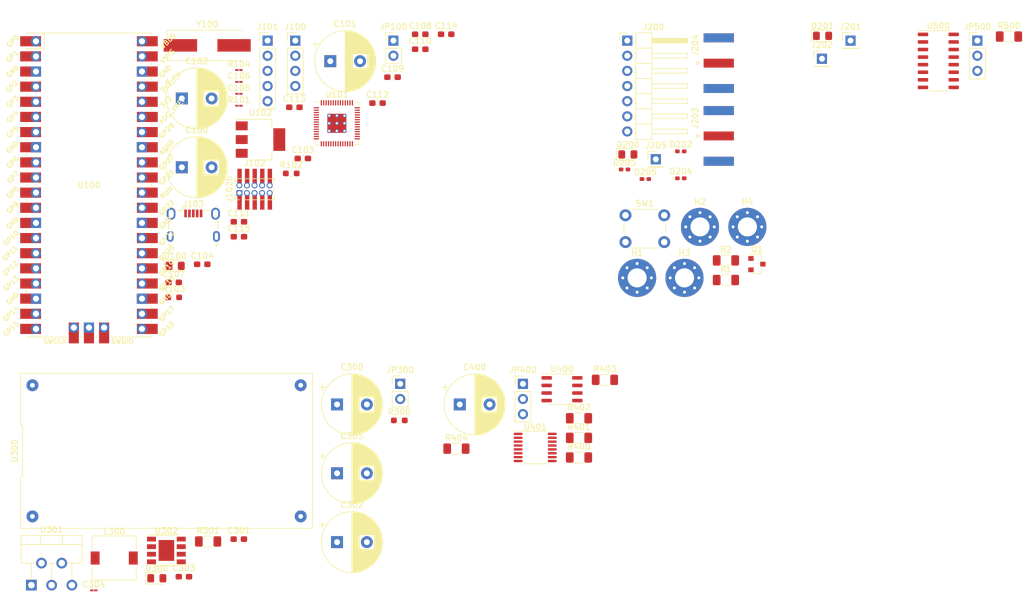
<source format=kicad_pcb>
(kicad_pcb (version 20171130) (host pcbnew 5.1.11)

  (general
    (thickness 1.6)
    (drawings 0)
    (tracks 0)
    (zones 0)
    (modules 77)
    (nets 76)
  )

  (page A4)
  (layers
    (0 F.Cu signal)
    (31 B.Cu signal)
    (32 B.Adhes user)
    (33 F.Adhes user)
    (34 B.Paste user)
    (35 F.Paste user)
    (36 B.SilkS user)
    (37 F.SilkS user)
    (38 B.Mask user)
    (39 F.Mask user)
    (40 Dwgs.User user)
    (41 Cmts.User user)
    (42 Eco1.User user)
    (43 Eco2.User user)
    (44 Edge.Cuts user)
    (45 Margin user)
    (46 B.CrtYd user)
    (47 F.CrtYd user)
    (48 B.Fab user)
    (49 F.Fab user)
  )

  (setup
    (last_trace_width 0.25)
    (trace_clearance 0.2)
    (zone_clearance 0.508)
    (zone_45_only no)
    (trace_min 0.2)
    (via_size 0.8)
    (via_drill 0.4)
    (via_min_size 0.4)
    (via_min_drill 0.3)
    (uvia_size 0.3)
    (uvia_drill 0.1)
    (uvias_allowed no)
    (uvia_min_size 0.2)
    (uvia_min_drill 0.1)
    (edge_width 0.05)
    (segment_width 0.2)
    (pcb_text_width 0.3)
    (pcb_text_size 1.5 1.5)
    (mod_edge_width 0.12)
    (mod_text_size 1 1)
    (mod_text_width 0.15)
    (pad_size 1 1)
    (pad_drill 0.65)
    (pad_to_mask_clearance 0)
    (aux_axis_origin 0 0)
    (visible_elements FFFFFF7F)
    (pcbplotparams
      (layerselection 0x010fc_ffffffff)
      (usegerberextensions false)
      (usegerberattributes true)
      (usegerberadvancedattributes true)
      (creategerberjobfile true)
      (excludeedgelayer true)
      (linewidth 0.100000)
      (plotframeref false)
      (viasonmask false)
      (mode 1)
      (useauxorigin false)
      (hpglpennumber 1)
      (hpglpenspeed 20)
      (hpglpendiameter 15.000000)
      (psnegative false)
      (psa4output false)
      (plotreference true)
      (plotvalue true)
      (plotinvisibletext false)
      (padsonsilk false)
      (subtractmaskfromsilk false)
      (outputformat 1)
      (mirror false)
      (drillshape 1)
      (scaleselection 1)
      (outputdirectory ""))
  )

  (net 0 "")
  (net 1 GND)
  (net 2 VBUS)
  (net 3 +3V3)
  (net 4 +1V1)
  (net 5 +3.3VADC)
  (net 6 "Net-(C114-Pad1)")
  (net 7 "Net-(C115-Pad1)")
  (net 8 EMERG)
  (net 9 "Net-(D100-Pad1)")
  (net 10 UART_RX)
  (net 11 UART_TX)
  (net 12 /controller/SWDIO)
  (net 13 /controller/SWCLK)
  (net 14 "Net-(J102-Pad6)")
  (net 15 "Net-(J102-Pad7)")
  (net 16 "Net-(J102-Pad8)")
  (net 17 "Net-(J103-Pad4)")
  (net 18 /controller/USB_DP)
  (net 19 /controller/USB_DM)
  (net 20 "Net-(R101-Pad1)")
  (net 21 "Net-(R102-Pad2)")
  (net 22 "Net-(R103-Pad2)")
  (net 23 "Net-(R104-Pad1)")
  (net 24 GPIO_P0D)
  (net 25 GPIO_P0W)
  (net 26 GPIO_P1D)
  (net 27 GPIO_P1W)
  (net 28 TRIG_IN)
  (net 29 GLITCH_OUT)
  (net 30 P22PWM)
  (net 31 ADC0)
  (net 32 ADC1)
  (net 33 "Net-(U100-Pad34)")
  (net 34 "Net-(U100-Pad39)")
  (net 35 GPIO_S3W)
  (net 36 GPIO_S3D)
  (net 37 GPIO_S2W)
  (net 38 GPIO_S2D)
  (net 39 GPIO_S1W)
  (net 40 GPIO_S1D)
  (net 41 GPIO_S0W)
  (net 42 GPIO_S0D)
  (net 43 DPOT_DAT)
  (net 44 DPOT_CLK)
  (net 45 "Net-(U100-Pad7)")
  (net 46 MAX_SW_B)
  (net 47 MAX_SW_A)
  (net 48 MAX_EN)
  (net 49 "Net-(U101-Pad7)")
  (net 50 "Net-(U101-Pad35)")
  (net 51 "Net-(U101-Pad36)")
  (net 52 "Net-(U101-Pad37)")
  (net 53 "Net-(U101-Pad40)")
  (net 54 "Net-(U101-Pad41)")
  (net 55 "Net-(U101-Pad51)")
  (net 56 "Net-(U101-Pad52)")
  (net 57 "Net-(U101-Pad53)")
  (net 58 "Net-(U101-Pad54)")
  (net 59 "Net-(U101-Pad55)")
  (net 60 DPOT_HI)
  (net 61 "Net-(C400-Pad1)")
  (net 62 "Net-(D300-Pad1)")
  (net 63 Vdcflt)
  (net 64 "Net-(JP400-Pad1)")
  (net 65 "Net-(R301-Pad1)")
  (net 66 Vdclo)
  (net 67 GLITCH_SIG)
  (net 68 DPOT_W)
  (net 69 "Net-(U302-Pad6)")
  (net 70 "Net-(U302-Pad3)")
  (net 71 /glitchout/Vglitch_lo)
  (net 72 /glitchout/Vglitch_hi)
  (net 73 DPOT_LO)
  (net 74 "Net-(JP500-Pad2)")
  (net 75 ~EMERG~)

  (net_class Default "This is the default net class."
    (clearance 0.2)
    (trace_width 0.25)
    (via_dia 0.8)
    (via_drill 0.4)
    (uvia_dia 0.3)
    (uvia_drill 0.1)
    (add_net +1V1)
    (add_net +3.3VADC)
    (add_net +3V3)
    (add_net /controller/SWCLK)
    (add_net /controller/SWDIO)
    (add_net /controller/USB_DM)
    (add_net /controller/USB_DP)
    (add_net /glitchout/Vglitch_hi)
    (add_net /glitchout/Vglitch_lo)
    (add_net ADC0)
    (add_net ADC1)
    (add_net DPOT_CLK)
    (add_net DPOT_DAT)
    (add_net DPOT_HI)
    (add_net DPOT_LO)
    (add_net DPOT_W)
    (add_net EMERG)
    (add_net GLITCH_OUT)
    (add_net GLITCH_SIG)
    (add_net GND)
    (add_net GPIO_P0D)
    (add_net GPIO_P0W)
    (add_net GPIO_P1D)
    (add_net GPIO_P1W)
    (add_net GPIO_S0D)
    (add_net GPIO_S0W)
    (add_net GPIO_S1D)
    (add_net GPIO_S1W)
    (add_net GPIO_S2D)
    (add_net GPIO_S2W)
    (add_net GPIO_S3D)
    (add_net GPIO_S3W)
    (add_net MAX_EN)
    (add_net MAX_SW_A)
    (add_net MAX_SW_B)
    (add_net "Net-(C114-Pad1)")
    (add_net "Net-(C115-Pad1)")
    (add_net "Net-(C400-Pad1)")
    (add_net "Net-(D100-Pad1)")
    (add_net "Net-(D300-Pad1)")
    (add_net "Net-(J102-Pad6)")
    (add_net "Net-(J102-Pad7)")
    (add_net "Net-(J102-Pad8)")
    (add_net "Net-(J103-Pad4)")
    (add_net "Net-(JP400-Pad1)")
    (add_net "Net-(JP500-Pad2)")
    (add_net "Net-(R101-Pad1)")
    (add_net "Net-(R102-Pad2)")
    (add_net "Net-(R103-Pad2)")
    (add_net "Net-(R104-Pad1)")
    (add_net "Net-(R301-Pad1)")
    (add_net "Net-(U100-Pad34)")
    (add_net "Net-(U100-Pad39)")
    (add_net "Net-(U100-Pad7)")
    (add_net "Net-(U101-Pad35)")
    (add_net "Net-(U101-Pad36)")
    (add_net "Net-(U101-Pad37)")
    (add_net "Net-(U101-Pad40)")
    (add_net "Net-(U101-Pad41)")
    (add_net "Net-(U101-Pad51)")
    (add_net "Net-(U101-Pad52)")
    (add_net "Net-(U101-Pad53)")
    (add_net "Net-(U101-Pad54)")
    (add_net "Net-(U101-Pad55)")
    (add_net "Net-(U101-Pad7)")
    (add_net "Net-(U302-Pad3)")
    (add_net "Net-(U302-Pad6)")
    (add_net P22PWM)
    (add_net TRIG_IN)
    (add_net UART_RX)
    (add_net UART_TX)
    (add_net VBUS)
    (add_net Vdcflt)
    (add_net Vdclo)
    (add_net ~EMERG~)
  )

  (module Connector_PinHeader_1.27mm:PinHeader_2x05_P1.27mm_Vertical (layer F.Cu) (tedit 61BF82E7) (tstamp 61C902A1)
    (at 106.807 83.058 90)
    (descr "Through hole straight pin header, 2x05, 1.27mm pitch, double rows")
    (tags "Through hole pin header THT 2x05 1.27mm double row")
    (fp_text reference J102b (at 0.635 -1.695 90) (layer F.SilkS)
      (effects (font (size 1 1) (thickness 0.15)))
    )
    (fp_text value PinHeader_2x05_P1.27mm_Vertical (at 0.635 6.775 90) (layer F.Fab)
      (effects (font (size 1 1) (thickness 0.15)))
    )
    (fp_text user %R (at 0.635 2.54) (layer F.Fab)
      (effects (font (size 1 1) (thickness 0.15)))
    )
    (fp_line (start -0.2175 -0.635) (end 2.34 -0.635) (layer F.Fab) (width 0.1))
    (fp_line (start 2.34 -0.635) (end 2.34 5.715) (layer F.Fab) (width 0.1))
    (fp_line (start 2.34 5.715) (end -1.07 5.715) (layer F.Fab) (width 0.1))
    (fp_line (start -1.07 5.715) (end -1.07 0.2175) (layer F.Fab) (width 0.1))
    (fp_line (start -1.07 0.2175) (end -0.2175 -0.635) (layer F.Fab) (width 0.1))
    (fp_line (start -1.13 5.775) (end -0.30753 5.775) (layer F.SilkS) (width 0.12))
    (fp_line (start 1.57753 5.775) (end 2.4 5.775) (layer F.SilkS) (width 0.12))
    (fp_line (start 0.30753 5.775) (end 0.96247 5.775) (layer F.SilkS) (width 0.12))
    (fp_line (start -1.13 0.76) (end -1.13 5.775) (layer F.SilkS) (width 0.12))
    (fp_line (start 2.4 -0.695) (end 2.4 5.775) (layer F.SilkS) (width 0.12))
    (fp_line (start -1.13 0.76) (end -0.563471 0.76) (layer F.SilkS) (width 0.12))
    (fp_line (start 0.563471 0.76) (end 0.706529 0.76) (layer F.SilkS) (width 0.12))
    (fp_line (start 0.76 0.706529) (end 0.76 0.563471) (layer F.SilkS) (width 0.12))
    (fp_line (start 0.76 -0.563471) (end 0.76 -0.695) (layer F.SilkS) (width 0.12))
    (fp_line (start 0.76 -0.695) (end 0.96247 -0.695) (layer F.SilkS) (width 0.12))
    (fp_line (start 1.57753 -0.695) (end 2.4 -0.695) (layer F.SilkS) (width 0.12))
    (fp_line (start -1.13 0) (end -1.13 -0.76) (layer F.SilkS) (width 0.12))
    (fp_line (start -1.13 -0.76) (end 0 -0.76) (layer F.SilkS) (width 0.12))
    (fp_line (start -1.6 -1.15) (end -1.6 6.25) (layer F.CrtYd) (width 0.05))
    (fp_line (start -1.6 6.25) (end 2.85 6.25) (layer F.CrtYd) (width 0.05))
    (fp_line (start 2.85 6.25) (end 2.85 -1.15) (layer F.CrtYd) (width 0.05))
    (fp_line (start 2.85 -1.15) (end -1.6 -1.15) (layer F.CrtYd) (width 0.05))
    (pad 10 thru_hole oval (at 1.27 5.08 90) (size 1 1) (drill 0.65) (layers *.Cu *.Mask)
      (net 9 "Net-(D100-Pad1)"))
    (pad 9 thru_hole oval (at 0 5.08 90) (size 1 1) (drill 0.65) (layers *.Cu *.Mask)
      (net 1 GND))
    (pad 8 thru_hole oval (at 1.27 3.81 90) (size 1 1) (drill 0.65) (layers *.Cu *.Mask)
      (net 16 "Net-(J102-Pad8)"))
    (pad 7 thru_hole oval (at 0 3.81 90) (size 1 1) (drill 0.65) (layers *.Cu *.Mask)
      (net 15 "Net-(J102-Pad7)"))
    (pad 6 thru_hole oval (at 1.27 2.54 90) (size 1 1) (drill 0.65) (layers *.Cu *.Mask)
      (net 14 "Net-(J102-Pad6)"))
    (pad 5 thru_hole oval (at 0 2.54 90) (size 1 1) (drill 0.65) (layers *.Cu *.Mask)
      (net 1 GND))
    (pad 4 thru_hole oval (at 1.27 1.27 90) (size 1 1) (drill 0.65) (layers *.Cu *.Mask)
      (net 13 /controller/SWCLK))
    (pad 3 thru_hole oval (at 0 1.27 90) (size 1 1) (drill 0.65) (layers *.Cu *.Mask)
      (net 1 GND))
    (pad 2 thru_hole oval (at 1.27 0 90) (size 1 1) (drill 0.65) (layers *.Cu *.Mask)
      (net 12 /controller/SWDIO))
    (pad 1 thru_hole rect (at 0 0 90) (size 1 1) (drill 0.65) (layers *.Cu *.Mask)
      (net 3 +3V3))
    (model ${KISYS3DMOD}/Connector_PinHeader_1.27mm.3dshapes/PinHeader_2x05_P1.27mm_Vertical.wrl
      (at (xyz 0 0 0))
      (scale (xyz 1 1 1))
      (rotate (xyz 0 0 0))
    )
  )

  (module MCU_RaspberryPi_and_Boards:Crystal_SMD_HC49-US (layer F.Cu) (tedit 5F0C7995) (tstamp 61C8F5BB)
    (at 101.415353 58.29)
    (descr "SMD Crystal HC-49-SD http://cdn-reichelt.de/documents/datenblatt/B400/xxx-HC49-SMD.pdf, 11.4x4.7mm^2 package")
    (tags "SMD SMT crystal")
    (path /61CA977C/623CA0B4)
    (attr smd)
    (fp_text reference Y100 (at 0 -3.55) (layer F.SilkS)
      (effects (font (size 1 1) (thickness 0.15)))
    )
    (fp_text value Crystal (at 0 3.55) (layer F.Fab)
      (effects (font (size 1 1) (thickness 0.15)))
    )
    (fp_arc (start 3.015 0) (end 3.015 -2.115) (angle 180) (layer F.Fab) (width 0.1))
    (fp_arc (start -3.015 0) (end -3.015 -2.115) (angle -180) (layer F.Fab) (width 0.1))
    (fp_text user %R (at 0 0) (layer F.Fab)
      (effects (font (size 1 1) (thickness 0.15)))
    )
    (fp_line (start -6.7 1.3) (end -6.7 2.55) (layer F.SilkS) (width 0.12))
    (fp_line (start -5.7 -2.35) (end -5.7 2.35) (layer F.Fab) (width 0.1))
    (fp_line (start -5.7 2.35) (end 5.7 2.35) (layer F.Fab) (width 0.1))
    (fp_line (start 5.7 2.35) (end 5.7 -2.35) (layer F.Fab) (width 0.1))
    (fp_line (start 5.7 -2.35) (end -5.7 -2.35) (layer F.Fab) (width 0.1))
    (fp_line (start -3.015 -2.115) (end 3.015 -2.115) (layer F.Fab) (width 0.1))
    (fp_line (start -3.015 2.115) (end 3.015 2.115) (layer F.Fab) (width 0.1))
    (fp_line (start 5.9 -2.55) (end -6.7 -2.55) (layer F.SilkS) (width 0.12))
    (fp_line (start -6.7 -2.55) (end -6.7 -1.3) (layer F.SilkS) (width 0.12))
    (fp_line (start -6.7 2.55) (end 5.9 2.55) (layer F.SilkS) (width 0.12))
    (fp_line (start -6.8 -2.6) (end -6.8 2.6) (layer F.CrtYd) (width 0.05))
    (fp_line (start -6.8 2.6) (end 6.8 2.6) (layer F.CrtYd) (width 0.05))
    (fp_line (start 6.8 2.6) (end 6.8 -2.6) (layer F.CrtYd) (width 0.05))
    (fp_line (start 6.8 -2.6) (end -6.8 -2.6) (layer F.CrtYd) (width 0.05))
    (pad 2 smd rect (at 4.5 0) (size 5.6 2.1) (layers F.Cu F.Paste F.Mask)
      (net 6 "Net-(C114-Pad1)"))
    (pad 1 smd rect (at -4.5 0) (size 5.6 2.1) (layers F.Cu F.Paste F.Mask)
      (net 7 "Net-(C115-Pad1)"))
    (model ${KISYS3DMOD}/Crystal.3dshapes/Crystal_SMD_HC49-SD.wrl
      (at (xyz 0 0 0))
      (scale (xyz 1 1 1))
      (rotate (xyz 0 0 0))
    )
  )

  (module Package_SO:SO-16_3.9x9.9mm_P1.27mm (layer F.Cu) (tedit 5E888720) (tstamp 61C8F5A4)
    (at 224.060354 60.89)
    (descr "SO, 16 Pin (https://www.nxp.com/docs/en/package-information/SOT109-1.pdf), generated with kicad-footprint-generator ipc_gullwing_generator.py")
    (tags "SO SO")
    (path /61CA99C0/6270B9B6)
    (attr smd)
    (fp_text reference U500 (at 0 -5.9) (layer F.SilkS)
      (effects (font (size 1 1) (thickness 0.15)))
    )
    (fp_text value MAX4619 (at 0 5.9) (layer F.Fab)
      (effects (font (size 1 1) (thickness 0.15)))
    )
    (fp_text user %R (at 0 0) (layer F.Fab)
      (effects (font (size 0.98 0.98) (thickness 0.15)))
    )
    (fp_line (start 0 5.06) (end 1.95 5.06) (layer F.SilkS) (width 0.12))
    (fp_line (start 0 5.06) (end -1.95 5.06) (layer F.SilkS) (width 0.12))
    (fp_line (start 0 -5.06) (end 1.95 -5.06) (layer F.SilkS) (width 0.12))
    (fp_line (start 0 -5.06) (end -3.45 -5.06) (layer F.SilkS) (width 0.12))
    (fp_line (start -0.975 -4.95) (end 1.95 -4.95) (layer F.Fab) (width 0.1))
    (fp_line (start 1.95 -4.95) (end 1.95 4.95) (layer F.Fab) (width 0.1))
    (fp_line (start 1.95 4.95) (end -1.95 4.95) (layer F.Fab) (width 0.1))
    (fp_line (start -1.95 4.95) (end -1.95 -3.975) (layer F.Fab) (width 0.1))
    (fp_line (start -1.95 -3.975) (end -0.975 -4.95) (layer F.Fab) (width 0.1))
    (fp_line (start -3.7 -5.2) (end -3.7 5.2) (layer F.CrtYd) (width 0.05))
    (fp_line (start -3.7 5.2) (end 3.7 5.2) (layer F.CrtYd) (width 0.05))
    (fp_line (start 3.7 5.2) (end 3.7 -5.2) (layer F.CrtYd) (width 0.05))
    (fp_line (start 3.7 -5.2) (end -3.7 -5.2) (layer F.CrtYd) (width 0.05))
    (pad 16 smd roundrect (at 2.575 -4.445) (size 1.75 0.6) (layers F.Cu F.Paste F.Mask) (roundrect_rratio 0.25)
      (net 3 +3V3))
    (pad 15 smd roundrect (at 2.575 -3.175) (size 1.75 0.6) (layers F.Cu F.Paste F.Mask) (roundrect_rratio 0.25)
      (net 71 /glitchout/Vglitch_lo))
    (pad 14 smd roundrect (at 2.575 -1.905) (size 1.75 0.6) (layers F.Cu F.Paste F.Mask) (roundrect_rratio 0.25)
      (net 72 /glitchout/Vglitch_hi))
    (pad 13 smd roundrect (at 2.575 -0.635) (size 1.75 0.6) (layers F.Cu F.Paste F.Mask) (roundrect_rratio 0.25)
      (net 63 Vdcflt))
    (pad 12 smd roundrect (at 2.575 0.635) (size 1.75 0.6) (layers F.Cu F.Paste F.Mask) (roundrect_rratio 0.25)
      (net 74 "Net-(JP500-Pad2)"))
    (pad 11 smd roundrect (at 2.575 1.905) (size 1.75 0.6) (layers F.Cu F.Paste F.Mask) (roundrect_rratio 0.25)
      (net 47 MAX_SW_A))
    (pad 10 smd roundrect (at 2.575 3.175) (size 1.75 0.6) (layers F.Cu F.Paste F.Mask) (roundrect_rratio 0.25)
      (net 46 MAX_SW_B))
    (pad 9 smd roundrect (at 2.575 4.445) (size 1.75 0.6) (layers F.Cu F.Paste F.Mask) (roundrect_rratio 0.25)
      (net 67 GLITCH_SIG))
    (pad 8 smd roundrect (at -2.575 4.445) (size 1.75 0.6) (layers F.Cu F.Paste F.Mask) (roundrect_rratio 0.25)
      (net 1 GND))
    (pad 7 smd roundrect (at -2.575 3.175) (size 1.75 0.6) (layers F.Cu F.Paste F.Mask) (roundrect_rratio 0.25)
      (net 1 GND))
    (pad 6 smd roundrect (at -2.575 1.905) (size 1.75 0.6) (layers F.Cu F.Paste F.Mask) (roundrect_rratio 0.25)
      (net 75 ~EMERG~))
    (pad 5 smd roundrect (at -2.575 0.635) (size 1.75 0.6) (layers F.Cu F.Paste F.Mask) (roundrect_rratio 0.25)
      (net 72 /glitchout/Vglitch_hi))
    (pad 4 smd roundrect (at -2.575 -0.635) (size 1.75 0.6) (layers F.Cu F.Paste F.Mask) (roundrect_rratio 0.25)
      (net 29 GLITCH_OUT))
    (pad 3 smd roundrect (at -2.575 -1.905) (size 1.75 0.6) (layers F.Cu F.Paste F.Mask) (roundrect_rratio 0.25)
      (net 71 /glitchout/Vglitch_lo))
    (pad 2 smd roundrect (at -2.575 -3.175) (size 1.75 0.6) (layers F.Cu F.Paste F.Mask) (roundrect_rratio 0.25)
      (net 1 GND))
    (pad 1 smd roundrect (at -2.575 -4.445) (size 1.75 0.6) (layers F.Cu F.Paste F.Mask) (roundrect_rratio 0.25)
      (net 66 Vdclo))
    (model ${KISYS3DMOD}/Package_SO.3dshapes/SO-16_3.9x9.9mm_P1.27mm.wrl
      (at (xyz 0 0 0))
      (scale (xyz 1 1 1))
      (rotate (xyz 0 0 0))
    )
  )

  (module Package_SO:TSSOP-16_4.4x5mm_P0.65mm (layer F.Cu) (tedit 5E476F32) (tstamp 61C8F582)
    (at 156.430354 125.74)
    (descr "TSSOP, 16 Pin (JEDEC MO-153 Var AB https://www.jedec.org/document_search?search_api_views_fulltext=MO-153), generated with kicad-footprint-generator ipc_gullwing_generator.py")
    (tags "TSSOP SO")
    (path /61CA98F5/6255530A)
    (attr smd)
    (fp_text reference U401 (at 0 -3.45) (layer F.SilkS)
      (effects (font (size 1 1) (thickness 0.15)))
    )
    (fp_text value DS1803 (at 0 3.45) (layer F.Fab)
      (effects (font (size 1 1) (thickness 0.15)))
    )
    (fp_text user %R (at 0 0) (layer F.Fab)
      (effects (font (size 1 1) (thickness 0.15)))
    )
    (fp_line (start 0 2.735) (end 2.2 2.735) (layer F.SilkS) (width 0.12))
    (fp_line (start 0 2.735) (end -2.2 2.735) (layer F.SilkS) (width 0.12))
    (fp_line (start 0 -2.735) (end 2.2 -2.735) (layer F.SilkS) (width 0.12))
    (fp_line (start 0 -2.735) (end -3.6 -2.735) (layer F.SilkS) (width 0.12))
    (fp_line (start -1.2 -2.5) (end 2.2 -2.5) (layer F.Fab) (width 0.1))
    (fp_line (start 2.2 -2.5) (end 2.2 2.5) (layer F.Fab) (width 0.1))
    (fp_line (start 2.2 2.5) (end -2.2 2.5) (layer F.Fab) (width 0.1))
    (fp_line (start -2.2 2.5) (end -2.2 -1.5) (layer F.Fab) (width 0.1))
    (fp_line (start -2.2 -1.5) (end -1.2 -2.5) (layer F.Fab) (width 0.1))
    (fp_line (start -3.85 -2.75) (end -3.85 2.75) (layer F.CrtYd) (width 0.05))
    (fp_line (start -3.85 2.75) (end 3.85 2.75) (layer F.CrtYd) (width 0.05))
    (fp_line (start 3.85 2.75) (end 3.85 -2.75) (layer F.CrtYd) (width 0.05))
    (fp_line (start 3.85 -2.75) (end -3.85 -2.75) (layer F.CrtYd) (width 0.05))
    (pad 16 smd roundrect (at 2.8625 -2.275) (size 1.475 0.4) (layers F.Cu F.Paste F.Mask) (roundrect_rratio 0.25)
      (net 3 +3V3))
    (pad 15 smd roundrect (at 2.8625 -1.625) (size 1.475 0.4) (layers F.Cu F.Paste F.Mask) (roundrect_rratio 0.25)
      (net 2 VBUS))
    (pad 14 smd roundrect (at 2.8625 -0.975) (size 1.475 0.4) (layers F.Cu F.Paste F.Mask) (roundrect_rratio 0.25)
      (net 44 DPOT_CLK))
    (pad 13 smd roundrect (at 2.8625 -0.325) (size 1.475 0.4) (layers F.Cu F.Paste F.Mask) (roundrect_rratio 0.25)
      (net 43 DPOT_DAT))
    (pad 12 smd roundrect (at 2.8625 0.325) (size 1.475 0.4) (layers F.Cu F.Paste F.Mask) (roundrect_rratio 0.25)
      (net 1 GND))
    (pad 11 smd roundrect (at 2.8625 0.975) (size 1.475 0.4) (layers F.Cu F.Paste F.Mask) (roundrect_rratio 0.25)
      (net 68 DPOT_W))
    (pad 10 smd roundrect (at 2.8625 1.625) (size 1.475 0.4) (layers F.Cu F.Paste F.Mask) (roundrect_rratio 0.25)
      (net 60 DPOT_HI))
    (pad 9 smd roundrect (at 2.8625 2.275) (size 1.475 0.4) (layers F.Cu F.Paste F.Mask) (roundrect_rratio 0.25)
      (net 73 DPOT_LO))
    (pad 8 smd roundrect (at -2.8625 2.275) (size 1.475 0.4) (layers F.Cu F.Paste F.Mask) (roundrect_rratio 0.25)
      (net 63 Vdcflt))
    (pad 7 smd roundrect (at -2.8625 1.625) (size 1.475 0.4) (layers F.Cu F.Paste F.Mask) (roundrect_rratio 0.25)
      (net 1 GND))
    (pad 6 smd roundrect (at -2.8625 0.975) (size 1.475 0.4) (layers F.Cu F.Paste F.Mask) (roundrect_rratio 0.25)
      (net 66 Vdclo))
    (pad 5 smd roundrect (at -2.8625 0.325) (size 1.475 0.4) (layers F.Cu F.Paste F.Mask) (roundrect_rratio 0.25)
      (net 1 GND))
    (pad 4 smd roundrect (at -2.8625 -0.325) (size 1.475 0.4) (layers F.Cu F.Paste F.Mask) (roundrect_rratio 0.25)
      (net 1 GND))
    (pad 3 smd roundrect (at -2.8625 -0.975) (size 1.475 0.4) (layers F.Cu F.Paste F.Mask) (roundrect_rratio 0.25)
      (net 1 GND))
    (pad 2 smd roundrect (at -2.8625 -1.625) (size 1.475 0.4) (layers F.Cu F.Paste F.Mask) (roundrect_rratio 0.25)
      (net 1 GND))
    (pad 1 smd roundrect (at -2.8625 -2.275) (size 1.475 0.4) (layers F.Cu F.Paste F.Mask) (roundrect_rratio 0.25)
      (net 1 GND))
    (model ${KISYS3DMOD}/Package_SO.3dshapes/TSSOP-16_4.4x5mm_P0.65mm.wrl
      (at (xyz 0 0 0))
      (scale (xyz 1 1 1))
      (rotate (xyz 0 0 0))
    )
  )

  (module Package_SO:SO-8_3.9x4.9mm_P1.27mm (layer F.Cu) (tedit 5D9F72B1) (tstamp 61C8F560)
    (at 160.930354 115.97)
    (descr "SO, 8 Pin (https://www.nxp.com/docs/en/data-sheet/PCF8523.pdf), generated with kicad-footprint-generator ipc_gullwing_generator.py")
    (tags "SO SO")
    (path /61CA98F5/62527821)
    (attr smd)
    (fp_text reference U400 (at 0 -3.4) (layer F.SilkS)
      (effects (font (size 1 1) (thickness 0.15)))
    )
    (fp_text value LM358 (at 0 3.4) (layer F.Fab)
      (effects (font (size 1 1) (thickness 0.15)))
    )
    (fp_text user %R (at 0 0) (layer F.Fab)
      (effects (font (size 0.98 0.98) (thickness 0.15)))
    )
    (fp_line (start 0 2.56) (end 1.95 2.56) (layer F.SilkS) (width 0.12))
    (fp_line (start 0 2.56) (end -1.95 2.56) (layer F.SilkS) (width 0.12))
    (fp_line (start 0 -2.56) (end 1.95 -2.56) (layer F.SilkS) (width 0.12))
    (fp_line (start 0 -2.56) (end -3.45 -2.56) (layer F.SilkS) (width 0.12))
    (fp_line (start -0.975 -2.45) (end 1.95 -2.45) (layer F.Fab) (width 0.1))
    (fp_line (start 1.95 -2.45) (end 1.95 2.45) (layer F.Fab) (width 0.1))
    (fp_line (start 1.95 2.45) (end -1.95 2.45) (layer F.Fab) (width 0.1))
    (fp_line (start -1.95 2.45) (end -1.95 -1.475) (layer F.Fab) (width 0.1))
    (fp_line (start -1.95 -1.475) (end -0.975 -2.45) (layer F.Fab) (width 0.1))
    (fp_line (start -3.7 -2.7) (end -3.7 2.7) (layer F.CrtYd) (width 0.05))
    (fp_line (start -3.7 2.7) (end 3.7 2.7) (layer F.CrtYd) (width 0.05))
    (fp_line (start 3.7 2.7) (end 3.7 -2.7) (layer F.CrtYd) (width 0.05))
    (fp_line (start 3.7 -2.7) (end -3.7 -2.7) (layer F.CrtYd) (width 0.05))
    (pad 8 smd roundrect (at 2.575 -1.905) (size 1.75 0.6) (layers F.Cu F.Paste F.Mask) (roundrect_rratio 0.25)
      (net 2 VBUS))
    (pad 7 smd roundrect (at 2.575 -0.635) (size 1.75 0.6) (layers F.Cu F.Paste F.Mask) (roundrect_rratio 0.25))
    (pad 6 smd roundrect (at 2.575 0.635) (size 1.75 0.6) (layers F.Cu F.Paste F.Mask) (roundrect_rratio 0.25))
    (pad 5 smd roundrect (at 2.575 1.905) (size 1.75 0.6) (layers F.Cu F.Paste F.Mask) (roundrect_rratio 0.25))
    (pad 4 smd roundrect (at -2.575 1.905) (size 1.75 0.6) (layers F.Cu F.Paste F.Mask) (roundrect_rratio 0.25)
      (net 1 GND))
    (pad 3 smd roundrect (at -2.575 0.635) (size 1.75 0.6) (layers F.Cu F.Paste F.Mask) (roundrect_rratio 0.25)
      (net 61 "Net-(C400-Pad1)"))
    (pad 2 smd roundrect (at -2.575 -0.635) (size 1.75 0.6) (layers F.Cu F.Paste F.Mask) (roundrect_rratio 0.25)
      (net 64 "Net-(JP400-Pad1)"))
    (pad 1 smd roundrect (at -2.575 -1.905) (size 1.75 0.6) (layers F.Cu F.Paste F.Mask) (roundrect_rratio 0.25)
      (net 64 "Net-(JP400-Pad1)"))
    (model ${KISYS3DMOD}/Package_SO.3dshapes/SO-8_3.9x4.9mm_P1.27mm.wrl
      (at (xyz 0 0 0))
      (scale (xyz 1 1 1))
      (rotate (xyz 0 0 0))
    )
  )

  (module Package_SO:Diodes_SO-8EP (layer F.Cu) (tedit 5B8826E6) (tstamp 61C8F546)
    (at 94.560354 143.015)
    (descr "8-Lead Plastic SO, Exposed Die Pad (see https://www.diodes.com/assets/Package-Files/SO-8EP.pdf)")
    (tags "SO exposed pad")
    (path /61CA9896/6266715B)
    (attr smd)
    (fp_text reference U302 (at 0 -3.3) (layer F.SilkS)
      (effects (font (size 1 1) (thickness 0.15)))
    )
    (fp_text value AP7168 (at 0 3.4) (layer F.Fab)
      (effects (font (size 1 1) (thickness 0.15)))
    )
    (fp_text user %R (at 0 0) (layer F.Fab)
      (effects (font (size 1 1) (thickness 0.15)))
    )
    (fp_line (start -0.95 -2.45) (end 1.95 -2.45) (layer F.Fab) (width 0.15))
    (fp_line (start 1.95 -2.45) (end 1.95 2.45) (layer F.Fab) (width 0.15))
    (fp_line (start 1.95 2.45) (end -1.95 2.45) (layer F.Fab) (width 0.15))
    (fp_line (start -1.95 2.45) (end -1.95 -1.45) (layer F.Fab) (width 0.15))
    (fp_line (start -1.95 -1.45) (end -0.95 -2.45) (layer F.Fab) (width 0.15))
    (fp_line (start -3.5 -2.55) (end -3.5 2.55) (layer F.CrtYd) (width 0.05))
    (fp_line (start 3.5 -2.55) (end 3.5 2.55) (layer F.CrtYd) (width 0.05))
    (fp_line (start -3.5 -2.55) (end 3.5 -2.55) (layer F.CrtYd) (width 0.05))
    (fp_line (start -3.5 2.55) (end 3.5 2.55) (layer F.CrtYd) (width 0.05))
    (fp_line (start -3.175 -2.575) (end 2.075 -2.575) (layer F.SilkS) (width 0.15))
    (fp_line (start -2.075 2.575) (end 2.075 2.575) (layer F.SilkS) (width 0.15))
    (pad 9 smd rect (at 0 0) (size 2.613 3.502) (layers F.Cu F.Paste F.Mask)
      (solder_paste_margin_ratio -0.2))
    (pad 8 smd rect (at 2.4975 -1.905) (size 1.505 0.802) (layers F.Cu F.Paste F.Mask)
      (net 60 DPOT_HI))
    (pad 7 smd rect (at 2.4975 -0.635) (size 1.505 0.802) (layers F.Cu F.Paste F.Mask)
      (net 68 DPOT_W))
    (pad 6 smd rect (at 2.4975 0.635) (size 1.505 0.802) (layers F.Cu F.Paste F.Mask)
      (net 69 "Net-(U302-Pad6)"))
    (pad 5 smd rect (at 2.4975 1.905) (size 1.505 0.802) (layers F.Cu F.Paste F.Mask)
      (net 1 GND))
    (pad 4 smd rect (at -2.4975 1.905) (size 1.505 0.802) (layers F.Cu F.Paste F.Mask)
      (net 8 EMERG))
    (pad 3 smd rect (at -2.4975 0.635) (size 1.505 0.802) (layers F.Cu F.Paste F.Mask)
      (net 70 "Net-(U302-Pad3)"))
    (pad 2 smd rect (at -2.4975 -0.635) (size 1.505 0.802) (layers F.Cu F.Paste F.Mask)
      (net 65 "Net-(R301-Pad1)"))
    (pad 1 smd rect (at -2.4975 -1.905) (size 1.505 0.802) (layers F.Cu F.Paste F.Mask)
      (net 2 VBUS))
    (model ${KISYS3DMOD}/Package_SO.3dshapes/Diodes_SO-8EP.wrl
      (at (xyz 0 0 0))
      (scale (xyz 1 1 1))
      (rotate (xyz 0 0 0))
    )
  )

  (module Package_TO_SOT_THT:TO-220-5_P3.4x3.7mm_StaggerOdd_Lead3.8mm_Vertical (layer F.Cu) (tedit 5AF05A31) (tstamp 61C8F52D)
    (at 71.910354 148.84)
    (descr "TO-220-5, Vertical, RM 1.7mm, Pentawatt, Multiwatt-5, staggered type-1, see http://www.analog.com/media/en/package-pcb-resources/package/pkg_pdf/ltc-legacy-to-220/to-220_5_05-08-1421.pdf?domain=www.linear.com, https://www.diodes.com/assets/Package-Files/TO220-5.pdf")
    (tags "TO-220-5 Vertical RM 1.7mm Pentawatt Multiwatt-5 staggered type-1")
    (path /61CA9896/624F85D5)
    (fp_text reference U301 (at 3.4 -9.32) (layer F.SilkS)
      (effects (font (size 1 1) (thickness 0.15)))
    )
    (fp_text value LM2596T-ADJ (at 3.4 2.15) (layer F.Fab)
      (effects (font (size 1 1) (thickness 0.15)))
    )
    (fp_text user %R (at 3.4 -9.32) (layer F.Fab)
      (effects (font (size 1 1) (thickness 0.15)))
    )
    (fp_line (start -1.6 -8.2) (end -1.6 -3.8) (layer F.Fab) (width 0.1))
    (fp_line (start -1.6 -3.8) (end 8.4 -3.8) (layer F.Fab) (width 0.1))
    (fp_line (start 8.4 -3.8) (end 8.4 -8.2) (layer F.Fab) (width 0.1))
    (fp_line (start 8.4 -8.2) (end -1.6 -8.2) (layer F.Fab) (width 0.1))
    (fp_line (start -1.6 -6.93) (end 8.4 -6.93) (layer F.Fab) (width 0.1))
    (fp_line (start 1.55 -8.2) (end 1.55 -6.93) (layer F.Fab) (width 0.1))
    (fp_line (start 5.25 -8.2) (end 5.25 -6.93) (layer F.Fab) (width 0.1))
    (fp_line (start 0 -3.8) (end 0 0) (layer F.Fab) (width 0.1))
    (fp_line (start 1.7 -3.8) (end 1.7 -3.7) (layer F.Fab) (width 0.1))
    (fp_line (start 3.4 -3.8) (end 3.4 0) (layer F.Fab) (width 0.1))
    (fp_line (start 5.1 -3.8) (end 5.1 -3.7) (layer F.Fab) (width 0.1))
    (fp_line (start 6.8 -3.8) (end 6.8 0) (layer F.Fab) (width 0.1))
    (fp_line (start -1.721 -8.32) (end 8.52 -8.32) (layer F.SilkS) (width 0.12))
    (fp_line (start -1.721 -3.679) (end 0.635 -3.679) (layer F.SilkS) (width 0.12))
    (fp_line (start 2.765 -3.679) (end 4.035 -3.679) (layer F.SilkS) (width 0.12))
    (fp_line (start 6.165 -3.679) (end 8.52 -3.679) (layer F.SilkS) (width 0.12))
    (fp_line (start -1.721 -8.32) (end -1.721 -3.679) (layer F.SilkS) (width 0.12))
    (fp_line (start 8.52 -8.32) (end 8.52 -3.679) (layer F.SilkS) (width 0.12))
    (fp_line (start -1.721 -6.811) (end 8.52 -6.811) (layer F.SilkS) (width 0.12))
    (fp_line (start 1.55 -8.32) (end 1.55 -6.811) (layer F.SilkS) (width 0.12))
    (fp_line (start 5.25 -8.32) (end 5.25 -6.811) (layer F.SilkS) (width 0.12))
    (fp_line (start 0 -3.679) (end 0 -1.049) (layer F.SilkS) (width 0.12))
    (fp_line (start 3.4 -3.679) (end 3.4 -1.065) (layer F.SilkS) (width 0.12))
    (fp_line (start 6.8 -3.679) (end 6.8 -1.065) (layer F.SilkS) (width 0.12))
    (fp_line (start -1.85 -8.45) (end -1.85 1.15) (layer F.CrtYd) (width 0.05))
    (fp_line (start -1.85 1.15) (end 8.65 1.15) (layer F.CrtYd) (width 0.05))
    (fp_line (start 8.65 1.15) (end 8.65 -8.45) (layer F.CrtYd) (width 0.05))
    (fp_line (start 8.65 -8.45) (end -1.85 -8.45) (layer F.CrtYd) (width 0.05))
    (pad 5 thru_hole oval (at 6.8 0) (size 1.8 1.8) (drill 1.1) (layers *.Cu *.Mask)
      (net 75 ~EMERG~))
    (pad 4 thru_hole oval (at 5.1 -3.7) (size 1.8 1.8) (drill 1.1) (layers *.Cu *.Mask)
      (net 68 DPOT_W))
    (pad 3 thru_hole oval (at 3.4 0) (size 1.8 1.8) (drill 1.1) (layers *.Cu *.Mask)
      (net 1 GND))
    (pad 2 thru_hole oval (at 1.7 -3.7) (size 1.8 1.8) (drill 1.1) (layers *.Cu *.Mask)
      (net 62 "Net-(D300-Pad1)"))
    (pad 1 thru_hole rect (at 0 0) (size 1.8 1.8) (drill 1.1) (layers *.Cu *.Mask)
      (net 2 VBUS))
    (model ${KISYS3DMOD}/Package_TO_SOT_THT.3dshapes/TO-220-5_P3.4x3.7mm_StaggerOdd_Lead3.8mm_Vertical.wrl
      (at (xyz 0 0 0))
      (scale (xyz 1 1 1))
      (rotate (xyz 0 0 0))
    )
  )

  (module chip-bo:VMA404-Module-THT (layer F.Cu) (tedit 61BF81C2) (tstamp 61C8F507)
    (at 94.595354 126.305)
    (path /61CA9896/624DAC4C)
    (fp_text reference U300 (at -25.5 0 90) (layer F.SilkS)
      (effects (font (size 1 1) (thickness 0.15)))
    )
    (fp_text value WPM404 (at 0 0) (layer F.Fab)
      (effects (font (size 1 1) (thickness 0.15)))
    )
    (fp_line (start -24.5 12.999999) (end 24.5 13) (layer F.SilkS) (width 0.12))
    (fp_line (start 24.5 13) (end 24.5 -12.999999) (layer F.SilkS) (width 0.12))
    (fp_line (start 24.5 -12.999999) (end -24.5 -13) (layer F.SilkS) (width 0.12))
    (fp_line (start -24.5 -13) (end -24.5 -4.333333) (layer F.SilkS) (width 0.12))
    (fp_line (start -24.5 -4.333333) (end -24.14 -4.333333) (layer F.SilkS) (width 0.12))
    (fp_line (start -24.14 -4.333333) (end -24.14 4.333333) (layer F.SilkS) (width 0.12))
    (fp_line (start -24.14 4.333333) (end -24.5 4.333333) (layer F.SilkS) (width 0.12))
    (fp_line (start -24.5 4.333333) (end -24.5 12.999999) (layer F.SilkS) (width 0.12))
    (fp_line (start -23.75 -12.25) (end 23.75 -12.25) (layer F.CrtYd) (width 0.05))
    (fp_line (start 23.75 -12.25) (end 23.75 12.25) (layer F.CrtYd) (width 0.05))
    (fp_line (start 23.75 12.25) (end -23.75 12.25) (layer F.CrtYd) (width 0.05))
    (fp_line (start -23.75 12.25) (end -23.75 -12.25) (layer F.CrtYd) (width 0.05))
    (pad 4 thru_hole circle (at 22.5 11) (size 2 2) (drill 0.8) (layers *.Cu *.Mask)
      (net 1 GND))
    (pad 3 thru_hole circle (at 22.5 -11) (size 2 2) (drill 0.8) (layers *.Cu *.Mask)
      (net 60 DPOT_HI))
    (pad 2 thru_hole circle (at -22.5 11) (size 2 2) (drill 0.8) (layers *.Cu *.Mask)
      (net 1 GND))
    (pad 1 thru_hole circle (at -22.5 -11) (size 2 2) (drill 0.8) (layers *.Cu *.Mask)
      (net 2 VBUS))
  )

  (module Package_TO_SOT_SMD:SOT-223-3_TabPin2 (layer F.Cu) (tedit 5A02FF57) (tstamp 61C8F4F3)
    (at 110.350354 74.09)
    (descr "module CMS SOT223 4 pins")
    (tags "CMS SOT")
    (path /61CA977C/61E54261)
    (attr smd)
    (fp_text reference U102 (at 0 -4.5) (layer F.SilkS)
      (effects (font (size 1 1) (thickness 0.15)))
    )
    (fp_text value NCP1117-3.3_SOT223 (at 0 4.5) (layer F.Fab)
      (effects (font (size 1 1) (thickness 0.15)))
    )
    (fp_text user %R (at 0 0 90) (layer F.Fab)
      (effects (font (size 0.8 0.8) (thickness 0.12)))
    )
    (fp_line (start 1.91 3.41) (end 1.91 2.15) (layer F.SilkS) (width 0.12))
    (fp_line (start 1.91 -3.41) (end 1.91 -2.15) (layer F.SilkS) (width 0.12))
    (fp_line (start 4.4 -3.6) (end -4.4 -3.6) (layer F.CrtYd) (width 0.05))
    (fp_line (start 4.4 3.6) (end 4.4 -3.6) (layer F.CrtYd) (width 0.05))
    (fp_line (start -4.4 3.6) (end 4.4 3.6) (layer F.CrtYd) (width 0.05))
    (fp_line (start -4.4 -3.6) (end -4.4 3.6) (layer F.CrtYd) (width 0.05))
    (fp_line (start -1.85 -2.35) (end -0.85 -3.35) (layer F.Fab) (width 0.1))
    (fp_line (start -1.85 -2.35) (end -1.85 3.35) (layer F.Fab) (width 0.1))
    (fp_line (start -1.85 3.41) (end 1.91 3.41) (layer F.SilkS) (width 0.12))
    (fp_line (start -0.85 -3.35) (end 1.85 -3.35) (layer F.Fab) (width 0.1))
    (fp_line (start -4.1 -3.41) (end 1.91 -3.41) (layer F.SilkS) (width 0.12))
    (fp_line (start -1.85 3.35) (end 1.85 3.35) (layer F.Fab) (width 0.1))
    (fp_line (start 1.85 -3.35) (end 1.85 3.35) (layer F.Fab) (width 0.1))
    (pad 1 smd rect (at -3.15 -2.3) (size 2 1.5) (layers F.Cu F.Paste F.Mask)
      (net 1 GND))
    (pad 3 smd rect (at -3.15 2.3) (size 2 1.5) (layers F.Cu F.Paste F.Mask)
      (net 2 VBUS))
    (pad 2 smd rect (at -3.15 0) (size 2 1.5) (layers F.Cu F.Paste F.Mask)
      (net 3 +3V3))
    (pad 2 smd rect (at 3.15 0) (size 2 3.8) (layers F.Cu F.Paste F.Mask)
      (net 3 +3V3))
    (model ${KISYS3DMOD}/Package_TO_SOT_SMD.3dshapes/SOT-223.wrl
      (at (xyz 0 0 0))
      (scale (xyz 1 1 1))
      (rotate (xyz 0 0 0))
    )
  )

  (module MCU_RaspberryPi_and_Boards:RP2040-QFN-56 (layer F.Cu) (tedit 5EF32B43) (tstamp 61C8F4DD)
    (at 123.160354 71.36)
    (descr "QFN, 56 Pin (http://www.cypress.com/file/416486/download#page=40), generated with kicad-footprint-generator ipc_dfn_qfn_generator.py")
    (tags "QFN DFN_QFN")
    (path /61CA977C/61CAAFD4)
    (attr smd)
    (fp_text reference U101 (at 0 -4.82) (layer F.SilkS)
      (effects (font (size 1 1) (thickness 0.15)))
    )
    (fp_text value RP2040 (at 0 4.82) (layer F.Fab)
      (effects (font (size 1 1) (thickness 0.15)))
    )
    (fp_text user %R (at 0 0) (layer F.Fab)
      (effects (font (size 1 1) (thickness 0.15)))
    )
    (fp_line (start 4.12 -4.12) (end -4.12 -4.12) (layer F.CrtYd) (width 0.05))
    (fp_line (start 4.12 4.12) (end 4.12 -4.12) (layer F.CrtYd) (width 0.05))
    (fp_line (start -4.12 4.12) (end 4.12 4.12) (layer F.CrtYd) (width 0.05))
    (fp_line (start -4.12 -4.12) (end -4.12 4.12) (layer F.CrtYd) (width 0.05))
    (fp_line (start -3.5 -2.5) (end -2.5 -3.5) (layer F.Fab) (width 0.1))
    (fp_line (start -3.5 3.5) (end -3.5 -2.5) (layer F.Fab) (width 0.1))
    (fp_line (start 3.5 3.5) (end -3.5 3.5) (layer F.Fab) (width 0.1))
    (fp_line (start 3.5 -3.5) (end 3.5 3.5) (layer F.Fab) (width 0.1))
    (fp_line (start -2.5 -3.5) (end 3.5 -3.5) (layer F.Fab) (width 0.1))
    (fp_line (start -2.96 -3.61) (end -3.61 -3.61) (layer F.SilkS) (width 0.12))
    (fp_line (start 3.61 3.61) (end 3.61 2.96) (layer F.SilkS) (width 0.12))
    (fp_line (start 2.96 3.61) (end 3.61 3.61) (layer F.SilkS) (width 0.12))
    (fp_line (start -3.61 3.61) (end -3.61 2.96) (layer F.SilkS) (width 0.12))
    (fp_line (start -2.96 3.61) (end -3.61 3.61) (layer F.SilkS) (width 0.12))
    (fp_line (start 3.61 -3.61) (end 3.61 -2.96) (layer F.SilkS) (width 0.12))
    (fp_line (start 2.96 -3.61) (end 3.61 -3.61) (layer F.SilkS) (width 0.12))
    (pad 57 smd roundrect (at 0 0) (size 3.2 3.2) (layers F.Cu F.Mask) (roundrect_rratio 0.045)
      (net 1 GND))
    (pad 57 thru_hole circle (at -1.275 -1.275) (size 0.6 0.6) (drill 0.35) (layers *.Cu)
      (net 1 GND))
    (pad 57 thru_hole circle (at 0 -1.275) (size 0.6 0.6) (drill 0.35) (layers *.Cu)
      (net 1 GND))
    (pad 57 thru_hole circle (at 1.275 -1.275) (size 0.6 0.6) (drill 0.35) (layers *.Cu)
      (net 1 GND))
    (pad 57 thru_hole circle (at -1.275 0) (size 0.6 0.6) (drill 0.35) (layers *.Cu)
      (net 1 GND))
    (pad 57 thru_hole circle (at 0 0) (size 0.6 0.6) (drill 0.35) (layers *.Cu)
      (net 1 GND))
    (pad 57 thru_hole circle (at 1.275 0) (size 0.6 0.6) (drill 0.35) (layers *.Cu)
      (net 1 GND))
    (pad 57 thru_hole circle (at -1.275 1.275) (size 0.6 0.6) (drill 0.35) (layers *.Cu)
      (net 1 GND))
    (pad 57 thru_hole circle (at 0 1.275) (size 0.6 0.6) (drill 0.35) (layers *.Cu)
      (net 1 GND))
    (pad 57 thru_hole circle (at 1.275 1.275) (size 0.6 0.6) (drill 0.35) (layers *.Cu)
      (net 1 GND))
    (pad "" smd roundrect (at -0.6375 -0.6375) (size 1.084435 1.084435) (layers F.Paste) (roundrect_rratio 0.230535))
    (pad "" smd roundrect (at -0.6375 0.6375) (size 1.084435 1.084435) (layers F.Paste) (roundrect_rratio 0.230535))
    (pad "" smd roundrect (at 0.6375 -0.6375) (size 1.084435 1.084435) (layers F.Paste) (roundrect_rratio 0.230535))
    (pad "" smd roundrect (at 0.6375 0.6375) (size 1.084435 1.084435) (layers F.Paste) (roundrect_rratio 0.230535))
    (pad 1 smd roundrect (at -3.4375 -2.6) (size 0.875 0.2) (layers F.Cu F.Paste F.Mask) (roundrect_rratio 0.25)
      (net 3 +3V3))
    (pad 2 smd roundrect (at -3.4375 -2.2) (size 0.875 0.2) (layers F.Cu F.Paste F.Mask) (roundrect_rratio 0.25)
      (net 11 UART_TX))
    (pad 3 smd roundrect (at -3.4375 -1.8) (size 0.875 0.2) (layers F.Cu F.Paste F.Mask) (roundrect_rratio 0.25)
      (net 10 UART_RX))
    (pad 4 smd roundrect (at -3.4375 -1.4) (size 0.875 0.2) (layers F.Cu F.Paste F.Mask) (roundrect_rratio 0.25)
      (net 48 MAX_EN))
    (pad 5 smd roundrect (at -3.4375 -1) (size 0.875 0.2) (layers F.Cu F.Paste F.Mask) (roundrect_rratio 0.25)
      (net 47 MAX_SW_A))
    (pad 6 smd roundrect (at -3.4375 -0.6) (size 0.875 0.2) (layers F.Cu F.Paste F.Mask) (roundrect_rratio 0.25)
      (net 46 MAX_SW_B))
    (pad 7 smd roundrect (at -3.4375 -0.2) (size 0.875 0.2) (layers F.Cu F.Paste F.Mask) (roundrect_rratio 0.25)
      (net 49 "Net-(U101-Pad7)"))
    (pad 8 smd roundrect (at -3.4375 0.2) (size 0.875 0.2) (layers F.Cu F.Paste F.Mask) (roundrect_rratio 0.25)
      (net 44 DPOT_CLK))
    (pad 9 smd roundrect (at -3.4375 0.6) (size 0.875 0.2) (layers F.Cu F.Paste F.Mask) (roundrect_rratio 0.25)
      (net 43 DPOT_DAT))
    (pad 10 smd roundrect (at -3.4375 1) (size 0.875 0.2) (layers F.Cu F.Paste F.Mask) (roundrect_rratio 0.25)
      (net 3 +3V3))
    (pad 11 smd roundrect (at -3.4375 1.4) (size 0.875 0.2) (layers F.Cu F.Paste F.Mask) (roundrect_rratio 0.25)
      (net 42 GPIO_S0D))
    (pad 12 smd roundrect (at -3.4375 1.8) (size 0.875 0.2) (layers F.Cu F.Paste F.Mask) (roundrect_rratio 0.25)
      (net 41 GPIO_S0W))
    (pad 13 smd roundrect (at -3.4375 2.2) (size 0.875 0.2) (layers F.Cu F.Paste F.Mask) (roundrect_rratio 0.25)
      (net 40 GPIO_S1D))
    (pad 14 smd roundrect (at -3.4375 2.6) (size 0.875 0.2) (layers F.Cu F.Paste F.Mask) (roundrect_rratio 0.25)
      (net 39 GPIO_S1W))
    (pad 15 smd roundrect (at -2.6 3.4375) (size 0.2 0.875) (layers F.Cu F.Paste F.Mask) (roundrect_rratio 0.25)
      (net 38 GPIO_S2D))
    (pad 16 smd roundrect (at -2.2 3.4375) (size 0.2 0.875) (layers F.Cu F.Paste F.Mask) (roundrect_rratio 0.25)
      (net 37 GPIO_S2W))
    (pad 17 smd roundrect (at -1.8 3.4375) (size 0.2 0.875) (layers F.Cu F.Paste F.Mask) (roundrect_rratio 0.25)
      (net 36 GPIO_S3D))
    (pad 18 smd roundrect (at -1.4 3.4375) (size 0.2 0.875) (layers F.Cu F.Paste F.Mask) (roundrect_rratio 0.25)
      (net 35 GPIO_S3W))
    (pad 19 smd roundrect (at -1 3.4375) (size 0.2 0.875) (layers F.Cu F.Paste F.Mask) (roundrect_rratio 0.25)
      (net 1 GND))
    (pad 20 smd roundrect (at -0.6 3.4375) (size 0.2 0.875) (layers F.Cu F.Paste F.Mask) (roundrect_rratio 0.25)
      (net 6 "Net-(C114-Pad1)"))
    (pad 21 smd roundrect (at -0.2 3.4375) (size 0.2 0.875) (layers F.Cu F.Paste F.Mask) (roundrect_rratio 0.25)
      (net 23 "Net-(R104-Pad1)"))
    (pad 22 smd roundrect (at 0.2 3.4375) (size 0.2 0.875) (layers F.Cu F.Paste F.Mask) (roundrect_rratio 0.25)
      (net 3 +3V3))
    (pad 23 smd roundrect (at 0.6 3.4375) (size 0.2 0.875) (layers F.Cu F.Paste F.Mask) (roundrect_rratio 0.25)
      (net 4 +1V1))
    (pad 24 smd roundrect (at 1 3.4375) (size 0.2 0.875) (layers F.Cu F.Paste F.Mask) (roundrect_rratio 0.25)
      (net 13 /controller/SWCLK))
    (pad 25 smd roundrect (at 1.4 3.4375) (size 0.2 0.875) (layers F.Cu F.Paste F.Mask) (roundrect_rratio 0.25)
      (net 12 /controller/SWDIO))
    (pad 26 smd roundrect (at 1.8 3.4375) (size 0.2 0.875) (layers F.Cu F.Paste F.Mask) (roundrect_rratio 0.25)
      (net 8 EMERG))
    (pad 27 smd roundrect (at 2.2 3.4375) (size 0.2 0.875) (layers F.Cu F.Paste F.Mask) (roundrect_rratio 0.25)
      (net 24 GPIO_P0D))
    (pad 28 smd roundrect (at 2.6 3.4375) (size 0.2 0.875) (layers F.Cu F.Paste F.Mask) (roundrect_rratio 0.25)
      (net 25 GPIO_P0W))
    (pad 29 smd roundrect (at 3.4375 2.6) (size 0.875 0.2) (layers F.Cu F.Paste F.Mask) (roundrect_rratio 0.25)
      (net 26 GPIO_P1D))
    (pad 30 smd roundrect (at 3.4375 2.2) (size 0.875 0.2) (layers F.Cu F.Paste F.Mask) (roundrect_rratio 0.25)
      (net 27 GPIO_P1W))
    (pad 31 smd roundrect (at 3.4375 1.8) (size 0.875 0.2) (layers F.Cu F.Paste F.Mask) (roundrect_rratio 0.25)
      (net 28 TRIG_IN))
    (pad 32 smd roundrect (at 3.4375 1.4) (size 0.875 0.2) (layers F.Cu F.Paste F.Mask) (roundrect_rratio 0.25)
      (net 67 GLITCH_SIG))
    (pad 33 smd roundrect (at 3.4375 1) (size 0.875 0.2) (layers F.Cu F.Paste F.Mask) (roundrect_rratio 0.25)
      (net 3 +3V3))
    (pad 34 smd roundrect (at 3.4375 0.6) (size 0.875 0.2) (layers F.Cu F.Paste F.Mask) (roundrect_rratio 0.25)
      (net 30 P22PWM))
    (pad 35 smd roundrect (at 3.4375 0.2) (size 0.875 0.2) (layers F.Cu F.Paste F.Mask) (roundrect_rratio 0.25)
      (net 50 "Net-(U101-Pad35)"))
    (pad 36 smd roundrect (at 3.4375 -0.2) (size 0.875 0.2) (layers F.Cu F.Paste F.Mask) (roundrect_rratio 0.25)
      (net 51 "Net-(U101-Pad36)"))
    (pad 37 smd roundrect (at 3.4375 -0.6) (size 0.875 0.2) (layers F.Cu F.Paste F.Mask) (roundrect_rratio 0.25)
      (net 52 "Net-(U101-Pad37)"))
    (pad 38 smd roundrect (at 3.4375 -1) (size 0.875 0.2) (layers F.Cu F.Paste F.Mask) (roundrect_rratio 0.25)
      (net 32 ADC1))
    (pad 39 smd roundrect (at 3.4375 -1.4) (size 0.875 0.2) (layers F.Cu F.Paste F.Mask) (roundrect_rratio 0.25)
      (net 31 ADC0))
    (pad 40 smd roundrect (at 3.4375 -1.8) (size 0.875 0.2) (layers F.Cu F.Paste F.Mask) (roundrect_rratio 0.25)
      (net 53 "Net-(U101-Pad40)"))
    (pad 41 smd roundrect (at 3.4375 -2.2) (size 0.875 0.2) (layers F.Cu F.Paste F.Mask) (roundrect_rratio 0.25)
      (net 54 "Net-(U101-Pad41)"))
    (pad 42 smd roundrect (at 3.4375 -2.6) (size 0.875 0.2) (layers F.Cu F.Paste F.Mask) (roundrect_rratio 0.25)
      (net 3 +3V3))
    (pad 43 smd roundrect (at 2.6 -3.4375) (size 0.2 0.875) (layers F.Cu F.Paste F.Mask) (roundrect_rratio 0.25)
      (net 5 +3.3VADC))
    (pad 44 smd roundrect (at 2.2 -3.4375) (size 0.2 0.875) (layers F.Cu F.Paste F.Mask) (roundrect_rratio 0.25)
      (net 3 +3V3))
    (pad 45 smd roundrect (at 1.8 -3.4375) (size 0.2 0.875) (layers F.Cu F.Paste F.Mask) (roundrect_rratio 0.25)
      (net 4 +1V1))
    (pad 46 smd roundrect (at 1.4 -3.4375) (size 0.2 0.875) (layers F.Cu F.Paste F.Mask) (roundrect_rratio 0.25)
      (net 22 "Net-(R103-Pad2)"))
    (pad 47 smd roundrect (at 1 -3.4375) (size 0.2 0.875) (layers F.Cu F.Paste F.Mask) (roundrect_rratio 0.25)
      (net 21 "Net-(R102-Pad2)"))
    (pad 48 smd roundrect (at 0.6 -3.4375) (size 0.2 0.875) (layers F.Cu F.Paste F.Mask) (roundrect_rratio 0.25)
      (net 3 +3V3))
    (pad 49 smd roundrect (at 0.2 -3.4375) (size 0.2 0.875) (layers F.Cu F.Paste F.Mask) (roundrect_rratio 0.25)
      (net 3 +3V3))
    (pad 50 smd roundrect (at -0.2 -3.4375) (size 0.2 0.875) (layers F.Cu F.Paste F.Mask) (roundrect_rratio 0.25)
      (net 4 +1V1))
    (pad 51 smd roundrect (at -0.6 -3.4375) (size 0.2 0.875) (layers F.Cu F.Paste F.Mask) (roundrect_rratio 0.25)
      (net 55 "Net-(U101-Pad51)"))
    (pad 52 smd roundrect (at -1 -3.4375) (size 0.2 0.875) (layers F.Cu F.Paste F.Mask) (roundrect_rratio 0.25)
      (net 56 "Net-(U101-Pad52)"))
    (pad 53 smd roundrect (at -1.4 -3.4375) (size 0.2 0.875) (layers F.Cu F.Paste F.Mask) (roundrect_rratio 0.25)
      (net 57 "Net-(U101-Pad53)"))
    (pad 54 smd roundrect (at -1.8 -3.4375) (size 0.2 0.875) (layers F.Cu F.Paste F.Mask) (roundrect_rratio 0.25)
      (net 58 "Net-(U101-Pad54)"))
    (pad 55 smd roundrect (at -2.2 -3.4375) (size 0.2 0.875) (layers F.Cu F.Paste F.Mask) (roundrect_rratio 0.25)
      (net 59 "Net-(U101-Pad55)"))
    (pad 56 smd roundrect (at -2.6 -3.4375) (size 0.2 0.875) (layers F.Cu F.Paste F.Mask) (roundrect_rratio 0.25)
      (net 20 "Net-(R101-Pad1)"))
    (model ${KISYS3DMOD}/Package_DFN_QFN.3dshapes/QFN-56-1EP_7x7mm_P0.4mm_EP5.6x5.6mm.wrl
      (at (xyz 0 0 0))
      (scale (xyz 1 1 1))
      (rotate (xyz 0 0 0))
    )
  )

  (module MCU_RaspberryPi_and_Boards:RPi_Pico_SMD_TH (layer F.Cu) (tedit 5F638C80) (tstamp 61C8F482)
    (at 81.575353 81.725)
    (descr "Through hole straight pin header, 2x20, 2.54mm pitch, double rows")
    (tags "Through hole pin header THT 2x20 2.54mm double row")
    (path /61CA977C/61CA9F97)
    (fp_text reference U100 (at 0 0) (layer F.SilkS)
      (effects (font (size 1 1) (thickness 0.15)))
    )
    (fp_text value Pico (at 0 2.159) (layer F.Fab)
      (effects (font (size 1 1) (thickness 0.15)))
    )
    (fp_text user "Copper Keepouts shown on Dwgs layer" (at 0.1 -30.2) (layer Cmts.User)
      (effects (font (size 1 1) (thickness 0.15)))
    )
    (fp_text user SWDIO (at 5.6 26.2) (layer F.SilkS)
      (effects (font (size 0.8 0.8) (thickness 0.15)))
    )
    (fp_text user SWCLK (at -5.7 26.2) (layer F.SilkS)
      (effects (font (size 0.8 0.8) (thickness 0.15)))
    )
    (fp_text user AGND (at 13.054 -6.35 45) (layer F.SilkS)
      (effects (font (size 0.8 0.8) (thickness 0.15)))
    )
    (fp_text user GND (at 12.8 -19.05 45) (layer F.SilkS)
      (effects (font (size 0.8 0.8) (thickness 0.15)))
    )
    (fp_text user GND (at 12.8 6.35 45) (layer F.SilkS)
      (effects (font (size 0.8 0.8) (thickness 0.15)))
    )
    (fp_text user GND (at 12.8 19.05 45) (layer F.SilkS)
      (effects (font (size 0.8 0.8) (thickness 0.15)))
    )
    (fp_text user GND (at -12.8 19.05 45) (layer F.SilkS)
      (effects (font (size 0.8 0.8) (thickness 0.15)))
    )
    (fp_text user GND (at -12.8 6.35 45) (layer F.SilkS)
      (effects (font (size 0.8 0.8) (thickness 0.15)))
    )
    (fp_text user GND (at -12.8 -6.35 45) (layer F.SilkS)
      (effects (font (size 0.8 0.8) (thickness 0.15)))
    )
    (fp_text user GND (at -12.8 -19.05 45) (layer F.SilkS)
      (effects (font (size 0.8 0.8) (thickness 0.15)))
    )
    (fp_text user VBUS (at 13.3 -24.2 45) (layer F.SilkS)
      (effects (font (size 0.8 0.8) (thickness 0.15)))
    )
    (fp_text user VSYS (at 13.2 -21.59 45) (layer F.SilkS)
      (effects (font (size 0.8 0.8) (thickness 0.15)))
    )
    (fp_text user 3V3_EN (at 13.7 -17.2 45) (layer F.SilkS)
      (effects (font (size 0.8 0.8) (thickness 0.15)))
    )
    (fp_text user 3V3 (at 12.9 -13.9 45) (layer F.SilkS)
      (effects (font (size 0.8 0.8) (thickness 0.15)))
    )
    (fp_text user ADC_VREF (at 14 -12.5 45) (layer F.SilkS)
      (effects (font (size 0.8 0.8) (thickness 0.15)))
    )
    (fp_text user GP28 (at 13.054 -9.144 45) (layer F.SilkS)
      (effects (font (size 0.8 0.8) (thickness 0.15)))
    )
    (fp_text user GP27 (at 13.054 -3.8 45) (layer F.SilkS)
      (effects (font (size 0.8 0.8) (thickness 0.15)))
    )
    (fp_text user GP26 (at 13.054 -1.27 45) (layer F.SilkS)
      (effects (font (size 0.8 0.8) (thickness 0.15)))
    )
    (fp_text user RUN (at 13 1.27 45) (layer F.SilkS)
      (effects (font (size 0.8 0.8) (thickness 0.15)))
    )
    (fp_text user GP22 (at 13.054 3.81 45) (layer F.SilkS)
      (effects (font (size 0.8 0.8) (thickness 0.15)))
    )
    (fp_text user GP21 (at 13.054 8.9 45) (layer F.SilkS)
      (effects (font (size 0.8 0.8) (thickness 0.15)))
    )
    (fp_text user GP20 (at 13.054 11.43 45) (layer F.SilkS)
      (effects (font (size 0.8 0.8) (thickness 0.15)))
    )
    (fp_text user GP19 (at 13.054 13.97 45) (layer F.SilkS)
      (effects (font (size 0.8 0.8) (thickness 0.15)))
    )
    (fp_text user GP18 (at 13.054 16.51 45) (layer F.SilkS)
      (effects (font (size 0.8 0.8) (thickness 0.15)))
    )
    (fp_text user GP17 (at 13.054 21.59 45) (layer F.SilkS)
      (effects (font (size 0.8 0.8) (thickness 0.15)))
    )
    (fp_text user GP16 (at 13.054 24.13 45) (layer F.SilkS)
      (effects (font (size 0.8 0.8) (thickness 0.15)))
    )
    (fp_text user GP15 (at -13.054 24.13 45) (layer F.SilkS)
      (effects (font (size 0.8 0.8) (thickness 0.15)))
    )
    (fp_text user GP14 (at -13.1 21.59 45) (layer F.SilkS)
      (effects (font (size 0.8 0.8) (thickness 0.15)))
    )
    (fp_text user GP13 (at -13.054 16.51 45) (layer F.SilkS)
      (effects (font (size 0.8 0.8) (thickness 0.15)))
    )
    (fp_text user GP12 (at -13.2 13.97 45) (layer F.SilkS)
      (effects (font (size 0.8 0.8) (thickness 0.15)))
    )
    (fp_text user GP11 (at -13.2 11.43 45) (layer F.SilkS)
      (effects (font (size 0.8 0.8) (thickness 0.15)))
    )
    (fp_text user GP10 (at -13.054 8.89 45) (layer F.SilkS)
      (effects (font (size 0.8 0.8) (thickness 0.15)))
    )
    (fp_text user GP9 (at -12.8 3.81 45) (layer F.SilkS)
      (effects (font (size 0.8 0.8) (thickness 0.15)))
    )
    (fp_text user GP8 (at -12.8 1.27 45) (layer F.SilkS)
      (effects (font (size 0.8 0.8) (thickness 0.15)))
    )
    (fp_text user GP7 (at -12.7 -1.3 45) (layer F.SilkS)
      (effects (font (size 0.8 0.8) (thickness 0.15)))
    )
    (fp_text user GP6 (at -12.8 -3.81 45) (layer F.SilkS)
      (effects (font (size 0.8 0.8) (thickness 0.15)))
    )
    (fp_text user GP5 (at -12.8 -8.89 45) (layer F.SilkS)
      (effects (font (size 0.8 0.8) (thickness 0.15)))
    )
    (fp_text user GP4 (at -12.8 -11.43 45) (layer F.SilkS)
      (effects (font (size 0.8 0.8) (thickness 0.15)))
    )
    (fp_text user GP3 (at -12.8 -13.97 45) (layer F.SilkS)
      (effects (font (size 0.8 0.8) (thickness 0.15)))
    )
    (fp_text user GP0 (at -12.8 -24.13 45) (layer F.SilkS)
      (effects (font (size 0.8 0.8) (thickness 0.15)))
    )
    (fp_text user GP2 (at -12.9 -16.51 45) (layer F.SilkS)
      (effects (font (size 0.8 0.8) (thickness 0.15)))
    )
    (fp_text user GP1 (at -12.9 -21.6 45) (layer F.SilkS)
      (effects (font (size 0.8 0.8) (thickness 0.15)))
    )
    (fp_text user %R (at 0 0 180) (layer F.Fab)
      (effects (font (size 1 1) (thickness 0.15)))
    )
    (fp_line (start 1.1 25.5) (end 1.5 25.5) (layer F.SilkS) (width 0.12))
    (fp_line (start -1.5 25.5) (end -1.1 25.5) (layer F.SilkS) (width 0.12))
    (fp_line (start 10.5 25.5) (end 3.7 25.5) (layer F.SilkS) (width 0.12))
    (fp_line (start 10.5 15.1) (end 10.5 15.5) (layer F.SilkS) (width 0.12))
    (fp_line (start 10.5 7.4) (end 10.5 7.8) (layer F.SilkS) (width 0.12))
    (fp_line (start 10.5 -18) (end 10.5 -17.6) (layer F.SilkS) (width 0.12))
    (fp_line (start 10.5 -25.5) (end 10.5 -25.2) (layer F.SilkS) (width 0.12))
    (fp_line (start 10.5 -2.7) (end 10.5 -2.3) (layer F.SilkS) (width 0.12))
    (fp_line (start 10.5 12.5) (end 10.5 12.9) (layer F.SilkS) (width 0.12))
    (fp_line (start 10.5 -7.8) (end 10.5 -7.4) (layer F.SilkS) (width 0.12))
    (fp_line (start 10.5 -12.9) (end 10.5 -12.5) (layer F.SilkS) (width 0.12))
    (fp_line (start 10.5 -0.2) (end 10.5 0.2) (layer F.SilkS) (width 0.12))
    (fp_line (start 10.5 4.9) (end 10.5 5.3) (layer F.SilkS) (width 0.12))
    (fp_line (start 10.5 20.1) (end 10.5 20.5) (layer F.SilkS) (width 0.12))
    (fp_line (start 10.5 22.7) (end 10.5 23.1) (layer F.SilkS) (width 0.12))
    (fp_line (start 10.5 17.6) (end 10.5 18) (layer F.SilkS) (width 0.12))
    (fp_line (start 10.5 -15.4) (end 10.5 -15) (layer F.SilkS) (width 0.12))
    (fp_line (start 10.5 -23.1) (end 10.5 -22.7) (layer F.SilkS) (width 0.12))
    (fp_line (start 10.5 -20.5) (end 10.5 -20.1) (layer F.SilkS) (width 0.12))
    (fp_line (start 10.5 10) (end 10.5 10.4) (layer F.SilkS) (width 0.12))
    (fp_line (start 10.5 2.3) (end 10.5 2.7) (layer F.SilkS) (width 0.12))
    (fp_line (start 10.5 -5.3) (end 10.5 -4.9) (layer F.SilkS) (width 0.12))
    (fp_line (start 10.5 -10.4) (end 10.5 -10) (layer F.SilkS) (width 0.12))
    (fp_line (start -10.5 22.7) (end -10.5 23.1) (layer F.SilkS) (width 0.12))
    (fp_line (start -10.5 20.1) (end -10.5 20.5) (layer F.SilkS) (width 0.12))
    (fp_line (start -10.5 17.6) (end -10.5 18) (layer F.SilkS) (width 0.12))
    (fp_line (start -10.5 15.1) (end -10.5 15.5) (layer F.SilkS) (width 0.12))
    (fp_line (start -10.5 12.5) (end -10.5 12.9) (layer F.SilkS) (width 0.12))
    (fp_line (start -10.5 10) (end -10.5 10.4) (layer F.SilkS) (width 0.12))
    (fp_line (start -10.5 7.4) (end -10.5 7.8) (layer F.SilkS) (width 0.12))
    (fp_line (start -10.5 4.9) (end -10.5 5.3) (layer F.SilkS) (width 0.12))
    (fp_line (start -10.5 2.3) (end -10.5 2.7) (layer F.SilkS) (width 0.12))
    (fp_line (start -10.5 -0.2) (end -10.5 0.2) (layer F.SilkS) (width 0.12))
    (fp_line (start -10.5 -2.7) (end -10.5 -2.3) (layer F.SilkS) (width 0.12))
    (fp_line (start -10.5 -5.3) (end -10.5 -4.9) (layer F.SilkS) (width 0.12))
    (fp_line (start -10.5 -7.8) (end -10.5 -7.4) (layer F.SilkS) (width 0.12))
    (fp_line (start -10.5 -10.4) (end -10.5 -10) (layer F.SilkS) (width 0.12))
    (fp_line (start -10.5 -12.9) (end -10.5 -12.5) (layer F.SilkS) (width 0.12))
    (fp_line (start -10.5 -15.4) (end -10.5 -15) (layer F.SilkS) (width 0.12))
    (fp_line (start -10.5 -18) (end -10.5 -17.6) (layer F.SilkS) (width 0.12))
    (fp_line (start -10.5 -20.5) (end -10.5 -20.1) (layer F.SilkS) (width 0.12))
    (fp_line (start -10.5 -23.1) (end -10.5 -22.7) (layer F.SilkS) (width 0.12))
    (fp_line (start -10.5 -25.5) (end -10.5 -25.2) (layer F.SilkS) (width 0.12))
    (fp_line (start -7.493 -22.833) (end -7.493 -25.5) (layer F.SilkS) (width 0.12))
    (fp_line (start -10.5 -22.833) (end -7.493 -22.833) (layer F.SilkS) (width 0.12))
    (fp_line (start -3.7 25.5) (end -10.5 25.5) (layer F.SilkS) (width 0.12))
    (fp_line (start -10.5 -25.5) (end 10.5 -25.5) (layer F.SilkS) (width 0.12))
    (fp_line (start -11 26) (end -11 -26) (layer F.CrtYd) (width 0.12))
    (fp_line (start 11 26) (end -11 26) (layer F.CrtYd) (width 0.12))
    (fp_line (start 11 -26) (end 11 26) (layer F.CrtYd) (width 0.12))
    (fp_line (start -11 -26) (end 11 -26) (layer F.CrtYd) (width 0.12))
    (fp_line (start -10.5 -24.2) (end -9.2 -25.5) (layer F.Fab) (width 0.12))
    (fp_line (start -10.5 25.5) (end -10.5 -25.5) (layer F.Fab) (width 0.12))
    (fp_line (start 10.5 25.5) (end -10.5 25.5) (layer F.Fab) (width 0.12))
    (fp_line (start 10.5 -25.5) (end 10.5 25.5) (layer F.Fab) (width 0.12))
    (fp_line (start -10.5 -25.5) (end 10.5 -25.5) (layer F.Fab) (width 0.12))
    (fp_poly (pts (xy -1.5 -16.5) (xy -3.5 -16.5) (xy -3.5 -18.5) (xy -1.5 -18.5)) (layer Dwgs.User) (width 0.1))
    (fp_poly (pts (xy -1.5 -14) (xy -3.5 -14) (xy -3.5 -16) (xy -1.5 -16)) (layer Dwgs.User) (width 0.1))
    (fp_poly (pts (xy -1.5 -11.5) (xy -3.5 -11.5) (xy -3.5 -13.5) (xy -1.5 -13.5)) (layer Dwgs.User) (width 0.1))
    (fp_poly (pts (xy 3.7 -20.2) (xy -3.7 -20.2) (xy -3.7 -24.9) (xy 3.7 -24.9)) (layer Dwgs.User) (width 0.1))
    (pad 43 thru_hole oval (at 2.54 23.9) (size 1.7 1.7) (drill 1.02) (layers *.Cu *.Mask)
      (net 12 /controller/SWDIO))
    (pad 43 smd rect (at 2.54 23.9 90) (size 3.5 1.7) (drill (offset -0.9 0)) (layers F.Cu F.Mask)
      (net 12 /controller/SWDIO))
    (pad 42 thru_hole rect (at 0 23.9) (size 1.7 1.7) (drill 1.02) (layers *.Cu *.Mask)
      (net 1 GND))
    (pad 42 smd rect (at 0 23.9 90) (size 3.5 1.7) (drill (offset -0.9 0)) (layers F.Cu F.Mask)
      (net 1 GND))
    (pad 41 thru_hole oval (at -2.54 23.9) (size 1.7 1.7) (drill 1.02) (layers *.Cu *.Mask)
      (net 13 /controller/SWCLK))
    (pad 41 smd rect (at -2.54 23.9 90) (size 3.5 1.7) (drill (offset -0.9 0)) (layers F.Cu F.Mask)
      (net 13 /controller/SWCLK))
    (pad "" np_thru_hole oval (at 2.425 -20.97) (size 1.5 1.5) (drill 1.5) (layers *.Cu *.Mask))
    (pad "" np_thru_hole oval (at -2.425 -20.97) (size 1.5 1.5) (drill 1.5) (layers *.Cu *.Mask))
    (pad "" np_thru_hole oval (at 2.725 -24) (size 1.8 1.8) (drill 1.8) (layers *.Cu *.Mask))
    (pad "" np_thru_hole oval (at -2.725 -24) (size 1.8 1.8) (drill 1.8) (layers *.Cu *.Mask))
    (pad 21 smd rect (at 8.89 24.13) (size 3.5 1.7) (drill (offset 0.9 0)) (layers F.Cu F.Mask)
      (net 24 GPIO_P0D))
    (pad 22 smd rect (at 8.89 21.59) (size 3.5 1.7) (drill (offset 0.9 0)) (layers F.Cu F.Mask)
      (net 25 GPIO_P0W))
    (pad 23 smd rect (at 8.89 19.05) (size 3.5 1.7) (drill (offset 0.9 0)) (layers F.Cu F.Mask)
      (net 1 GND))
    (pad 24 smd rect (at 8.89 16.51) (size 3.5 1.7) (drill (offset 0.9 0)) (layers F.Cu F.Mask)
      (net 26 GPIO_P1D))
    (pad 25 smd rect (at 8.89 13.97) (size 3.5 1.7) (drill (offset 0.9 0)) (layers F.Cu F.Mask)
      (net 27 GPIO_P1W))
    (pad 26 smd rect (at 8.89 11.43) (size 3.5 1.7) (drill (offset 0.9 0)) (layers F.Cu F.Mask)
      (net 28 TRIG_IN))
    (pad 27 smd rect (at 8.89 8.89) (size 3.5 1.7) (drill (offset 0.9 0)) (layers F.Cu F.Mask)
      (net 67 GLITCH_SIG))
    (pad 28 smd rect (at 8.89 6.35) (size 3.5 1.7) (drill (offset 0.9 0)) (layers F.Cu F.Mask)
      (net 1 GND))
    (pad 29 smd rect (at 8.89 3.81) (size 3.5 1.7) (drill (offset 0.9 0)) (layers F.Cu F.Mask)
      (net 30 P22PWM))
    (pad 30 smd rect (at 8.89 1.27) (size 3.5 1.7) (drill (offset 0.9 0)) (layers F.Cu F.Mask)
      (net 8 EMERG))
    (pad 31 smd rect (at 8.89 -1.27) (size 3.5 1.7) (drill (offset 0.9 0)) (layers F.Cu F.Mask)
      (net 31 ADC0))
    (pad 32 smd rect (at 8.89 -3.81) (size 3.5 1.7) (drill (offset 0.9 0)) (layers F.Cu F.Mask)
      (net 32 ADC1))
    (pad 33 smd rect (at 8.89 -6.35) (size 3.5 1.7) (drill (offset 0.9 0)) (layers F.Cu F.Mask)
      (net 1 GND))
    (pad 34 smd rect (at 8.89 -8.89) (size 3.5 1.7) (drill (offset 0.9 0)) (layers F.Cu F.Mask)
      (net 33 "Net-(U100-Pad34)"))
    (pad 35 smd rect (at 8.89 -11.43) (size 3.5 1.7) (drill (offset 0.9 0)) (layers F.Cu F.Mask)
      (net 5 +3.3VADC))
    (pad 36 smd rect (at 8.89 -13.97) (size 3.5 1.7) (drill (offset 0.9 0)) (layers F.Cu F.Mask)
      (net 3 +3V3))
    (pad 37 smd rect (at 8.89 -16.51) (size 3.5 1.7) (drill (offset 0.9 0)) (layers F.Cu F.Mask)
      (net 8 EMERG))
    (pad 38 smd rect (at 8.89 -19.05) (size 3.5 1.7) (drill (offset 0.9 0)) (layers F.Cu F.Mask)
      (net 1 GND))
    (pad 39 smd rect (at 8.89 -21.59) (size 3.5 1.7) (drill (offset 0.9 0)) (layers F.Cu F.Mask)
      (net 34 "Net-(U100-Pad39)"))
    (pad 40 smd rect (at 8.89 -24.13) (size 3.5 1.7) (drill (offset 0.9 0)) (layers F.Cu F.Mask)
      (net 2 VBUS))
    (pad 20 smd rect (at -8.89 24.13) (size 3.5 1.7) (drill (offset -0.9 0)) (layers F.Cu F.Mask)
      (net 35 GPIO_S3W))
    (pad 19 smd rect (at -8.89 21.59) (size 3.5 1.7) (drill (offset -0.9 0)) (layers F.Cu F.Mask)
      (net 36 GPIO_S3D))
    (pad 18 smd rect (at -8.89 19.05) (size 3.5 1.7) (drill (offset -0.9 0)) (layers F.Cu F.Mask)
      (net 1 GND))
    (pad 17 smd rect (at -8.89 16.51) (size 3.5 1.7) (drill (offset -0.9 0)) (layers F.Cu F.Mask)
      (net 37 GPIO_S2W))
    (pad 16 smd rect (at -8.89 13.97) (size 3.5 1.7) (drill (offset -0.9 0)) (layers F.Cu F.Mask)
      (net 38 GPIO_S2D))
    (pad 15 smd rect (at -8.89 11.43) (size 3.5 1.7) (drill (offset -0.9 0)) (layers F.Cu F.Mask)
      (net 39 GPIO_S1W))
    (pad 14 smd rect (at -8.89 8.89) (size 3.5 1.7) (drill (offset -0.9 0)) (layers F.Cu F.Mask)
      (net 40 GPIO_S1D))
    (pad 13 smd rect (at -8.89 6.35) (size 3.5 1.7) (drill (offset -0.9 0)) (layers F.Cu F.Mask)
      (net 1 GND))
    (pad 12 smd rect (at -8.89 3.81) (size 3.5 1.7) (drill (offset -0.9 0)) (layers F.Cu F.Mask)
      (net 41 GPIO_S0W))
    (pad 11 smd rect (at -8.89 1.27) (size 3.5 1.7) (drill (offset -0.9 0)) (layers F.Cu F.Mask)
      (net 42 GPIO_S0D))
    (pad 10 smd rect (at -8.89 -1.27) (size 3.5 1.7) (drill (offset -0.9 0)) (layers F.Cu F.Mask)
      (net 43 DPOT_DAT))
    (pad 9 smd rect (at -8.89 -3.81) (size 3.5 1.7) (drill (offset -0.9 0)) (layers F.Cu F.Mask)
      (net 44 DPOT_CLK))
    (pad 8 smd rect (at -8.89 -6.35) (size 3.5 1.7) (drill (offset -0.9 0)) (layers F.Cu F.Mask)
      (net 1 GND))
    (pad 7 smd rect (at -8.89 -8.89) (size 3.5 1.7) (drill (offset -0.9 0)) (layers F.Cu F.Mask)
      (net 45 "Net-(U100-Pad7)"))
    (pad 6 smd rect (at -8.89 -11.43) (size 3.5 1.7) (drill (offset -0.9 0)) (layers F.Cu F.Mask)
      (net 46 MAX_SW_B))
    (pad 5 smd rect (at -8.89 -13.97) (size 3.5 1.7) (drill (offset -0.9 0)) (layers F.Cu F.Mask)
      (net 47 MAX_SW_A))
    (pad 4 smd rect (at -8.89 -16.51) (size 3.5 1.7) (drill (offset -0.9 0)) (layers F.Cu F.Mask)
      (net 48 MAX_EN))
    (pad 3 smd rect (at -8.89 -19.05) (size 3.5 1.7) (drill (offset -0.9 0)) (layers F.Cu F.Mask)
      (net 1 GND))
    (pad 2 smd rect (at -8.89 -21.59) (size 3.5 1.7) (drill (offset -0.9 0)) (layers F.Cu F.Mask)
      (net 10 UART_RX))
    (pad 1 smd rect (at -8.89 -24.13) (size 3.5 1.7) (drill (offset -0.9 0)) (layers F.Cu F.Mask)
      (net 11 UART_TX))
    (pad 40 thru_hole oval (at 8.89 -24.13) (size 1.7 1.7) (drill 1.02) (layers *.Cu *.Mask)
      (net 2 VBUS))
    (pad 39 thru_hole oval (at 8.89 -21.59) (size 1.7 1.7) (drill 1.02) (layers *.Cu *.Mask)
      (net 34 "Net-(U100-Pad39)"))
    (pad 38 thru_hole rect (at 8.89 -19.05) (size 1.7 1.7) (drill 1.02) (layers *.Cu *.Mask)
      (net 1 GND))
    (pad 37 thru_hole oval (at 8.89 -16.51) (size 1.7 1.7) (drill 1.02) (layers *.Cu *.Mask)
      (net 8 EMERG))
    (pad 36 thru_hole oval (at 8.89 -13.97) (size 1.7 1.7) (drill 1.02) (layers *.Cu *.Mask)
      (net 3 +3V3))
    (pad 35 thru_hole oval (at 8.89 -11.43) (size 1.7 1.7) (drill 1.02) (layers *.Cu *.Mask)
      (net 5 +3.3VADC))
    (pad 34 thru_hole oval (at 8.89 -8.89) (size 1.7 1.7) (drill 1.02) (layers *.Cu *.Mask)
      (net 33 "Net-(U100-Pad34)"))
    (pad 33 thru_hole rect (at 8.89 -6.35) (size 1.7 1.7) (drill 1.02) (layers *.Cu *.Mask)
      (net 1 GND))
    (pad 32 thru_hole oval (at 8.89 -3.81) (size 1.7 1.7) (drill 1.02) (layers *.Cu *.Mask)
      (net 32 ADC1))
    (pad 31 thru_hole oval (at 8.89 -1.27) (size 1.7 1.7) (drill 1.02) (layers *.Cu *.Mask)
      (net 31 ADC0))
    (pad 30 thru_hole oval (at 8.89 1.27) (size 1.7 1.7) (drill 1.02) (layers *.Cu *.Mask)
      (net 8 EMERG))
    (pad 29 thru_hole oval (at 8.89 3.81) (size 1.7 1.7) (drill 1.02) (layers *.Cu *.Mask)
      (net 30 P22PWM))
    (pad 28 thru_hole rect (at 8.89 6.35) (size 1.7 1.7) (drill 1.02) (layers *.Cu *.Mask)
      (net 1 GND))
    (pad 27 thru_hole oval (at 8.89 8.89) (size 1.7 1.7) (drill 1.02) (layers *.Cu *.Mask)
      (net 67 GLITCH_SIG))
    (pad 26 thru_hole oval (at 8.89 11.43) (size 1.7 1.7) (drill 1.02) (layers *.Cu *.Mask)
      (net 28 TRIG_IN))
    (pad 25 thru_hole oval (at 8.89 13.97) (size 1.7 1.7) (drill 1.02) (layers *.Cu *.Mask)
      (net 27 GPIO_P1W))
    (pad 24 thru_hole oval (at 8.89 16.51) (size 1.7 1.7) (drill 1.02) (layers *.Cu *.Mask)
      (net 26 GPIO_P1D))
    (pad 23 thru_hole rect (at 8.89 19.05) (size 1.7 1.7) (drill 1.02) (layers *.Cu *.Mask)
      (net 1 GND))
    (pad 22 thru_hole oval (at 8.89 21.59) (size 1.7 1.7) (drill 1.02) (layers *.Cu *.Mask)
      (net 25 GPIO_P0W))
    (pad 21 thru_hole oval (at 8.89 24.13) (size 1.7 1.7) (drill 1.02) (layers *.Cu *.Mask)
      (net 24 GPIO_P0D))
    (pad 20 thru_hole oval (at -8.89 24.13) (size 1.7 1.7) (drill 1.02) (layers *.Cu *.Mask)
      (net 35 GPIO_S3W))
    (pad 19 thru_hole oval (at -8.89 21.59) (size 1.7 1.7) (drill 1.02) (layers *.Cu *.Mask)
      (net 36 GPIO_S3D))
    (pad 18 thru_hole rect (at -8.89 19.05) (size 1.7 1.7) (drill 1.02) (layers *.Cu *.Mask)
      (net 1 GND))
    (pad 17 thru_hole oval (at -8.89 16.51) (size 1.7 1.7) (drill 1.02) (layers *.Cu *.Mask)
      (net 37 GPIO_S2W))
    (pad 16 thru_hole oval (at -8.89 13.97) (size 1.7 1.7) (drill 1.02) (layers *.Cu *.Mask)
      (net 38 GPIO_S2D))
    (pad 15 thru_hole oval (at -8.89 11.43) (size 1.7 1.7) (drill 1.02) (layers *.Cu *.Mask)
      (net 39 GPIO_S1W))
    (pad 14 thru_hole oval (at -8.89 8.89) (size 1.7 1.7) (drill 1.02) (layers *.Cu *.Mask)
      (net 40 GPIO_S1D))
    (pad 13 thru_hole rect (at -8.89 6.35) (size 1.7 1.7) (drill 1.02) (layers *.Cu *.Mask)
      (net 1 GND))
    (pad 12 thru_hole oval (at -8.89 3.81) (size 1.7 1.7) (drill 1.02) (layers *.Cu *.Mask)
      (net 41 GPIO_S0W))
    (pad 11 thru_hole oval (at -8.89 1.27) (size 1.7 1.7) (drill 1.02) (layers *.Cu *.Mask)
      (net 42 GPIO_S0D))
    (pad 10 thru_hole oval (at -8.89 -1.27) (size 1.7 1.7) (drill 1.02) (layers *.Cu *.Mask)
      (net 43 DPOT_DAT))
    (pad 9 thru_hole oval (at -8.89 -3.81) (size 1.7 1.7) (drill 1.02) (layers *.Cu *.Mask)
      (net 44 DPOT_CLK))
    (pad 8 thru_hole rect (at -8.89 -6.35) (size 1.7 1.7) (drill 1.02) (layers *.Cu *.Mask)
      (net 1 GND))
    (pad 7 thru_hole oval (at -8.89 -8.89) (size 1.7 1.7) (drill 1.02) (layers *.Cu *.Mask)
      (net 45 "Net-(U100-Pad7)"))
    (pad 6 thru_hole oval (at -8.89 -11.43) (size 1.7 1.7) (drill 1.02) (layers *.Cu *.Mask)
      (net 46 MAX_SW_B))
    (pad 5 thru_hole oval (at -8.89 -13.97) (size 1.7 1.7) (drill 1.02) (layers *.Cu *.Mask)
      (net 47 MAX_SW_A))
    (pad 4 thru_hole oval (at -8.89 -16.51) (size 1.7 1.7) (drill 1.02) (layers *.Cu *.Mask)
      (net 48 MAX_EN))
    (pad 3 thru_hole rect (at -8.89 -19.05) (size 1.7 1.7) (drill 1.02) (layers *.Cu *.Mask)
      (net 1 GND))
    (pad 2 thru_hole oval (at -8.89 -21.59) (size 1.7 1.7) (drill 1.02) (layers *.Cu *.Mask)
      (net 10 UART_RX))
    (pad 1 thru_hole oval (at -8.89 -24.13) (size 1.7 1.7) (drill 1.02) (layers *.Cu *.Mask)
      (net 11 UART_TX))
  )

  (module Button_Switch_THT:SW_PUSH_6mm (layer F.Cu) (tedit 5A02FE31) (tstamp 61C8F3BC)
    (at 171.580354 86.79)
    (descr https://www.omron.com/ecb/products/pdf/en-b3f.pdf)
    (tags "tact sw push 6mm")
    (path /61CD9B9D)
    (fp_text reference SW1 (at 3.25 -2) (layer F.SilkS)
      (effects (font (size 1 1) (thickness 0.15)))
    )
    (fp_text value SW_Push (at 3.75 6.7) (layer F.Fab)
      (effects (font (size 1 1) (thickness 0.15)))
    )
    (fp_text user %R (at 3.25 2.25) (layer F.Fab)
      (effects (font (size 1 1) (thickness 0.15)))
    )
    (fp_line (start 3.25 -0.75) (end 6.25 -0.75) (layer F.Fab) (width 0.1))
    (fp_line (start 6.25 -0.75) (end 6.25 5.25) (layer F.Fab) (width 0.1))
    (fp_line (start 6.25 5.25) (end 0.25 5.25) (layer F.Fab) (width 0.1))
    (fp_line (start 0.25 5.25) (end 0.25 -0.75) (layer F.Fab) (width 0.1))
    (fp_line (start 0.25 -0.75) (end 3.25 -0.75) (layer F.Fab) (width 0.1))
    (fp_line (start 7.75 6) (end 8 6) (layer F.CrtYd) (width 0.05))
    (fp_line (start 8 6) (end 8 5.75) (layer F.CrtYd) (width 0.05))
    (fp_line (start 7.75 -1.5) (end 8 -1.5) (layer F.CrtYd) (width 0.05))
    (fp_line (start 8 -1.5) (end 8 -1.25) (layer F.CrtYd) (width 0.05))
    (fp_line (start -1.5 -1.25) (end -1.5 -1.5) (layer F.CrtYd) (width 0.05))
    (fp_line (start -1.5 -1.5) (end -1.25 -1.5) (layer F.CrtYd) (width 0.05))
    (fp_line (start -1.5 5.75) (end -1.5 6) (layer F.CrtYd) (width 0.05))
    (fp_line (start -1.5 6) (end -1.25 6) (layer F.CrtYd) (width 0.05))
    (fp_line (start -1.25 -1.5) (end 7.75 -1.5) (layer F.CrtYd) (width 0.05))
    (fp_line (start -1.5 5.75) (end -1.5 -1.25) (layer F.CrtYd) (width 0.05))
    (fp_line (start 7.75 6) (end -1.25 6) (layer F.CrtYd) (width 0.05))
    (fp_line (start 8 -1.25) (end 8 5.75) (layer F.CrtYd) (width 0.05))
    (fp_line (start 1 5.5) (end 5.5 5.5) (layer F.SilkS) (width 0.12))
    (fp_line (start -0.25 1.5) (end -0.25 3) (layer F.SilkS) (width 0.12))
    (fp_line (start 5.5 -1) (end 1 -1) (layer F.SilkS) (width 0.12))
    (fp_line (start 6.75 3) (end 6.75 1.5) (layer F.SilkS) (width 0.12))
    (fp_circle (center 3.25 2.25) (end 1.25 2.5) (layer F.Fab) (width 0.1))
    (pad 1 thru_hole circle (at 6.5 0 90) (size 2 2) (drill 1.1) (layers *.Cu *.Mask)
      (net 8 EMERG))
    (pad 2 thru_hole circle (at 6.5 4.5 90) (size 2 2) (drill 1.1) (layers *.Cu *.Mask)
      (net 1 GND))
    (pad 1 thru_hole circle (at 0 0 90) (size 2 2) (drill 1.1) (layers *.Cu *.Mask)
      (net 8 EMERG))
    (pad 2 thru_hole circle (at 0 4.5 90) (size 2 2) (drill 1.1) (layers *.Cu *.Mask)
      (net 1 GND))
    (model ${KISYS3DMOD}/Button_Switch_THT.3dshapes/SW_PUSH_6mm.wrl
      (at (xyz 0 0 0))
      (scale (xyz 1 1 1))
      (rotate (xyz 0 0 0))
    )
  )

  (module Resistor_SMD:R_1206_3216Metric_Pad1.30x1.75mm_HandSolder (layer F.Cu) (tedit 5F68FEEE) (tstamp 61C8F39D)
    (at 235.910354 56.81)
    (descr "Resistor SMD 1206 (3216 Metric), square (rectangular) end terminal, IPC_7351 nominal with elongated pad for handsoldering. (Body size source: IPC-SM-782 page 72, https://www.pcb-3d.com/wordpress/wp-content/uploads/ipc-sm-782a_amendment_1_and_2.pdf), generated with kicad-footprint-generator")
    (tags "resistor handsolder")
    (path /61CA99C0/62925A32)
    (attr smd)
    (fp_text reference R500 (at 0 -1.82) (layer F.SilkS)
      (effects (font (size 1 1) (thickness 0.15)))
    )
    (fp_text value 4.7k (at 0 1.82) (layer F.Fab)
      (effects (font (size 1 1) (thickness 0.15)))
    )
    (fp_text user %R (at 0 0) (layer F.Fab)
      (effects (font (size 0.8 0.8) (thickness 0.12)))
    )
    (fp_line (start -1.6 0.8) (end -1.6 -0.8) (layer F.Fab) (width 0.1))
    (fp_line (start -1.6 -0.8) (end 1.6 -0.8) (layer F.Fab) (width 0.1))
    (fp_line (start 1.6 -0.8) (end 1.6 0.8) (layer F.Fab) (width 0.1))
    (fp_line (start 1.6 0.8) (end -1.6 0.8) (layer F.Fab) (width 0.1))
    (fp_line (start -0.727064 -0.91) (end 0.727064 -0.91) (layer F.SilkS) (width 0.12))
    (fp_line (start -0.727064 0.91) (end 0.727064 0.91) (layer F.SilkS) (width 0.12))
    (fp_line (start -2.45 1.12) (end -2.45 -1.12) (layer F.CrtYd) (width 0.05))
    (fp_line (start -2.45 -1.12) (end 2.45 -1.12) (layer F.CrtYd) (width 0.05))
    (fp_line (start 2.45 -1.12) (end 2.45 1.12) (layer F.CrtYd) (width 0.05))
    (fp_line (start 2.45 1.12) (end -2.45 1.12) (layer F.CrtYd) (width 0.05))
    (pad 2 smd roundrect (at 1.55 0) (size 1.3 1.75) (layers F.Cu F.Paste F.Mask) (roundrect_rratio 0.192308)
      (net 48 MAX_EN))
    (pad 1 smd roundrect (at -1.55 0) (size 1.3 1.75) (layers F.Cu F.Paste F.Mask) (roundrect_rratio 0.192308)
      (net 75 ~EMERG~))
    (model ${KISYS3DMOD}/Resistor_SMD.3dshapes/R_1206_3216Metric.wrl
      (at (xyz 0 0 0))
      (scale (xyz 1 1 1))
      (rotate (xyz 0 0 0))
    )
  )

  (module Resistor_SMD:R_1206_3216Metric_Pad1.30x1.75mm_HandSolder (layer F.Cu) (tedit 5F68FEEE) (tstamp 61C8F38C)
    (at 143.220354 125.94)
    (descr "Resistor SMD 1206 (3216 Metric), square (rectangular) end terminal, IPC_7351 nominal with elongated pad for handsoldering. (Body size source: IPC-SM-782 page 72, https://www.pcb-3d.com/wordpress/wp-content/uploads/ipc-sm-782a_amendment_1_and_2.pdf), generated with kicad-footprint-generator")
    (tags "resistor handsolder")
    (path /61CA98F5/625A0834)
    (attr smd)
    (fp_text reference R404 (at 0 -1.82) (layer F.SilkS)
      (effects (font (size 1 1) (thickness 0.15)))
    )
    (fp_text value 10k (at 0 1.82) (layer F.Fab)
      (effects (font (size 1 1) (thickness 0.15)))
    )
    (fp_text user %R (at 0 0) (layer F.Fab)
      (effects (font (size 0.8 0.8) (thickness 0.12)))
    )
    (fp_line (start -1.6 0.8) (end -1.6 -0.8) (layer F.Fab) (width 0.1))
    (fp_line (start -1.6 -0.8) (end 1.6 -0.8) (layer F.Fab) (width 0.1))
    (fp_line (start 1.6 -0.8) (end 1.6 0.8) (layer F.Fab) (width 0.1))
    (fp_line (start 1.6 0.8) (end -1.6 0.8) (layer F.Fab) (width 0.1))
    (fp_line (start -0.727064 -0.91) (end 0.727064 -0.91) (layer F.SilkS) (width 0.12))
    (fp_line (start -0.727064 0.91) (end 0.727064 0.91) (layer F.SilkS) (width 0.12))
    (fp_line (start -2.45 1.12) (end -2.45 -1.12) (layer F.CrtYd) (width 0.05))
    (fp_line (start -2.45 -1.12) (end 2.45 -1.12) (layer F.CrtYd) (width 0.05))
    (fp_line (start 2.45 -1.12) (end 2.45 1.12) (layer F.CrtYd) (width 0.05))
    (fp_line (start 2.45 1.12) (end -2.45 1.12) (layer F.CrtYd) (width 0.05))
    (pad 2 smd roundrect (at 1.55 0) (size 1.3 1.75) (layers F.Cu F.Paste F.Mask) (roundrect_rratio 0.192308)
      (net 1 GND))
    (pad 1 smd roundrect (at -1.55 0) (size 1.3 1.75) (layers F.Cu F.Paste F.Mask) (roundrect_rratio 0.192308)
      (net 32 ADC1))
    (model ${KISYS3DMOD}/Resistor_SMD.3dshapes/R_1206_3216Metric.wrl
      (at (xyz 0 0 0))
      (scale (xyz 1 1 1))
      (rotate (xyz 0 0 0))
    )
  )

  (module Resistor_SMD:R_1206_3216Metric_Pad1.30x1.75mm_HandSolder (layer F.Cu) (tedit 5F68FEEE) (tstamp 61C8F37B)
    (at 168.130354 114.39)
    (descr "Resistor SMD 1206 (3216 Metric), square (rectangular) end terminal, IPC_7351 nominal with elongated pad for handsoldering. (Body size source: IPC-SM-782 page 72, https://www.pcb-3d.com/wordpress/wp-content/uploads/ipc-sm-782a_amendment_1_and_2.pdf), generated with kicad-footprint-generator")
    (tags "resistor handsolder")
    (path /61CA98F5/625A082E)
    (attr smd)
    (fp_text reference R403 (at 0 -1.82) (layer F.SilkS)
      (effects (font (size 1 1) (thickness 0.15)))
    )
    (fp_text value 10k (at 0 1.82) (layer F.Fab)
      (effects (font (size 1 1) (thickness 0.15)))
    )
    (fp_text user %R (at 0 0) (layer F.Fab)
      (effects (font (size 0.8 0.8) (thickness 0.12)))
    )
    (fp_line (start -1.6 0.8) (end -1.6 -0.8) (layer F.Fab) (width 0.1))
    (fp_line (start -1.6 -0.8) (end 1.6 -0.8) (layer F.Fab) (width 0.1))
    (fp_line (start 1.6 -0.8) (end 1.6 0.8) (layer F.Fab) (width 0.1))
    (fp_line (start 1.6 0.8) (end -1.6 0.8) (layer F.Fab) (width 0.1))
    (fp_line (start -0.727064 -0.91) (end 0.727064 -0.91) (layer F.SilkS) (width 0.12))
    (fp_line (start -0.727064 0.91) (end 0.727064 0.91) (layer F.SilkS) (width 0.12))
    (fp_line (start -2.45 1.12) (end -2.45 -1.12) (layer F.CrtYd) (width 0.05))
    (fp_line (start -2.45 -1.12) (end 2.45 -1.12) (layer F.CrtYd) (width 0.05))
    (fp_line (start 2.45 -1.12) (end 2.45 1.12) (layer F.CrtYd) (width 0.05))
    (fp_line (start 2.45 1.12) (end -2.45 1.12) (layer F.CrtYd) (width 0.05))
    (pad 2 smd roundrect (at 1.55 0) (size 1.3 1.75) (layers F.Cu F.Paste F.Mask) (roundrect_rratio 0.192308)
      (net 32 ADC1))
    (pad 1 smd roundrect (at -1.55 0) (size 1.3 1.75) (layers F.Cu F.Paste F.Mask) (roundrect_rratio 0.192308)
      (net 66 Vdclo))
    (model ${KISYS3DMOD}/Resistor_SMD.3dshapes/R_1206_3216Metric.wrl
      (at (xyz 0 0 0))
      (scale (xyz 1 1 1))
      (rotate (xyz 0 0 0))
    )
  )

  (module Resistor_SMD:R_1206_3216Metric_Pad1.30x1.75mm_HandSolder (layer F.Cu) (tedit 5F68FEEE) (tstamp 61C8F36A)
    (at 163.780354 120.84)
    (descr "Resistor SMD 1206 (3216 Metric), square (rectangular) end terminal, IPC_7351 nominal with elongated pad for handsoldering. (Body size source: IPC-SM-782 page 72, https://www.pcb-3d.com/wordpress/wp-content/uploads/ipc-sm-782a_amendment_1_and_2.pdf), generated with kicad-footprint-generator")
    (tags "resistor handsolder")
    (path /61CA98F5/62547F7D)
    (attr smd)
    (fp_text reference R402 (at 0 -1.82) (layer F.SilkS)
      (effects (font (size 1 1) (thickness 0.15)))
    )
    (fp_text value 10k (at 0 1.82) (layer F.Fab)
      (effects (font (size 1 1) (thickness 0.15)))
    )
    (fp_text user %R (at 0 0) (layer F.Fab)
      (effects (font (size 0.8 0.8) (thickness 0.12)))
    )
    (fp_line (start -1.6 0.8) (end -1.6 -0.8) (layer F.Fab) (width 0.1))
    (fp_line (start -1.6 -0.8) (end 1.6 -0.8) (layer F.Fab) (width 0.1))
    (fp_line (start 1.6 -0.8) (end 1.6 0.8) (layer F.Fab) (width 0.1))
    (fp_line (start 1.6 0.8) (end -1.6 0.8) (layer F.Fab) (width 0.1))
    (fp_line (start -0.727064 -0.91) (end 0.727064 -0.91) (layer F.SilkS) (width 0.12))
    (fp_line (start -0.727064 0.91) (end 0.727064 0.91) (layer F.SilkS) (width 0.12))
    (fp_line (start -2.45 1.12) (end -2.45 -1.12) (layer F.CrtYd) (width 0.05))
    (fp_line (start -2.45 -1.12) (end 2.45 -1.12) (layer F.CrtYd) (width 0.05))
    (fp_line (start 2.45 -1.12) (end 2.45 1.12) (layer F.CrtYd) (width 0.05))
    (fp_line (start 2.45 1.12) (end -2.45 1.12) (layer F.CrtYd) (width 0.05))
    (pad 2 smd roundrect (at 1.55 0) (size 1.3 1.75) (layers F.Cu F.Paste F.Mask) (roundrect_rratio 0.192308)
      (net 1 GND))
    (pad 1 smd roundrect (at -1.55 0) (size 1.3 1.75) (layers F.Cu F.Paste F.Mask) (roundrect_rratio 0.192308)
      (net 31 ADC0))
    (model ${KISYS3DMOD}/Resistor_SMD.3dshapes/R_1206_3216Metric.wrl
      (at (xyz 0 0 0))
      (scale (xyz 1 1 1))
      (rotate (xyz 0 0 0))
    )
  )

  (module Resistor_SMD:R_1206_3216Metric_Pad1.30x1.75mm_HandSolder (layer F.Cu) (tedit 5F68FEEE) (tstamp 61C8F359)
    (at 163.780354 124.13)
    (descr "Resistor SMD 1206 (3216 Metric), square (rectangular) end terminal, IPC_7351 nominal with elongated pad for handsoldering. (Body size source: IPC-SM-782 page 72, https://www.pcb-3d.com/wordpress/wp-content/uploads/ipc-sm-782a_amendment_1_and_2.pdf), generated with kicad-footprint-generator")
    (tags "resistor handsolder")
    (path /61CA98F5/625474BB)
    (attr smd)
    (fp_text reference R401 (at 0 -1.82) (layer F.SilkS)
      (effects (font (size 1 1) (thickness 0.15)))
    )
    (fp_text value 10k (at 0 1.82) (layer F.Fab)
      (effects (font (size 1 1) (thickness 0.15)))
    )
    (fp_text user %R (at 0 0) (layer F.Fab)
      (effects (font (size 0.8 0.8) (thickness 0.12)))
    )
    (fp_line (start -1.6 0.8) (end -1.6 -0.8) (layer F.Fab) (width 0.1))
    (fp_line (start -1.6 -0.8) (end 1.6 -0.8) (layer F.Fab) (width 0.1))
    (fp_line (start 1.6 -0.8) (end 1.6 0.8) (layer F.Fab) (width 0.1))
    (fp_line (start 1.6 0.8) (end -1.6 0.8) (layer F.Fab) (width 0.1))
    (fp_line (start -0.727064 -0.91) (end 0.727064 -0.91) (layer F.SilkS) (width 0.12))
    (fp_line (start -0.727064 0.91) (end 0.727064 0.91) (layer F.SilkS) (width 0.12))
    (fp_line (start -2.45 1.12) (end -2.45 -1.12) (layer F.CrtYd) (width 0.05))
    (fp_line (start -2.45 -1.12) (end 2.45 -1.12) (layer F.CrtYd) (width 0.05))
    (fp_line (start 2.45 -1.12) (end 2.45 1.12) (layer F.CrtYd) (width 0.05))
    (fp_line (start 2.45 1.12) (end -2.45 1.12) (layer F.CrtYd) (width 0.05))
    (pad 2 smd roundrect (at 1.55 0) (size 1.3 1.75) (layers F.Cu F.Paste F.Mask) (roundrect_rratio 0.192308)
      (net 31 ADC0))
    (pad 1 smd roundrect (at -1.55 0) (size 1.3 1.75) (layers F.Cu F.Paste F.Mask) (roundrect_rratio 0.192308)
      (net 63 Vdcflt))
    (model ${KISYS3DMOD}/Resistor_SMD.3dshapes/R_1206_3216Metric.wrl
      (at (xyz 0 0 0))
      (scale (xyz 1 1 1))
      (rotate (xyz 0 0 0))
    )
  )

  (module Resistor_SMD:R_1206_3216Metric_Pad1.30x1.75mm_HandSolder (layer F.Cu) (tedit 5F68FEEE) (tstamp 61C8F348)
    (at 163.780354 127.42)
    (descr "Resistor SMD 1206 (3216 Metric), square (rectangular) end terminal, IPC_7351 nominal with elongated pad for handsoldering. (Body size source: IPC-SM-782 page 72, https://www.pcb-3d.com/wordpress/wp-content/uploads/ipc-sm-782a_amendment_1_and_2.pdf), generated with kicad-footprint-generator")
    (tags "resistor handsolder")
    (path /61CA98F5/6252AA40)
    (attr smd)
    (fp_text reference R400 (at 0 -1.82) (layer F.SilkS)
      (effects (font (size 1 1) (thickness 0.15)))
    )
    (fp_text value 47k (at 0 1.82) (layer F.Fab)
      (effects (font (size 1 1) (thickness 0.15)))
    )
    (fp_text user %R (at 0 0) (layer F.Fab)
      (effects (font (size 0.8 0.8) (thickness 0.12)))
    )
    (fp_line (start -1.6 0.8) (end -1.6 -0.8) (layer F.Fab) (width 0.1))
    (fp_line (start -1.6 -0.8) (end 1.6 -0.8) (layer F.Fab) (width 0.1))
    (fp_line (start 1.6 -0.8) (end 1.6 0.8) (layer F.Fab) (width 0.1))
    (fp_line (start 1.6 0.8) (end -1.6 0.8) (layer F.Fab) (width 0.1))
    (fp_line (start -0.727064 -0.91) (end 0.727064 -0.91) (layer F.SilkS) (width 0.12))
    (fp_line (start -0.727064 0.91) (end 0.727064 0.91) (layer F.SilkS) (width 0.12))
    (fp_line (start -2.45 1.12) (end -2.45 -1.12) (layer F.CrtYd) (width 0.05))
    (fp_line (start -2.45 -1.12) (end 2.45 -1.12) (layer F.CrtYd) (width 0.05))
    (fp_line (start 2.45 -1.12) (end 2.45 1.12) (layer F.CrtYd) (width 0.05))
    (fp_line (start 2.45 1.12) (end -2.45 1.12) (layer F.CrtYd) (width 0.05))
    (pad 2 smd roundrect (at 1.55 0) (size 1.3 1.75) (layers F.Cu F.Paste F.Mask) (roundrect_rratio 0.192308)
      (net 60 DPOT_HI))
    (pad 1 smd roundrect (at -1.55 0) (size 1.3 1.75) (layers F.Cu F.Paste F.Mask) (roundrect_rratio 0.192308)
      (net 61 "Net-(C400-Pad1)"))
    (model ${KISYS3DMOD}/Resistor_SMD.3dshapes/R_1206_3216Metric.wrl
      (at (xyz 0 0 0))
      (scale (xyz 1 1 1))
      (rotate (xyz 0 0 0))
    )
  )

  (module Resistor_SMD:R_1206_3216Metric_Pad1.30x1.75mm_HandSolder (layer F.Cu) (tedit 5F68FEEE) (tstamp 61C8F337)
    (at 101.560354 141.51)
    (descr "Resistor SMD 1206 (3216 Metric), square (rectangular) end terminal, IPC_7351 nominal with elongated pad for handsoldering. (Body size source: IPC-SM-782 page 72, https://www.pcb-3d.com/wordpress/wp-content/uploads/ipc-sm-782a_amendment_1_and_2.pdf), generated with kicad-footprint-generator")
    (tags "resistor handsolder")
    (path /61CA9896/62667182)
    (attr smd)
    (fp_text reference R301 (at 0 -1.82) (layer F.SilkS)
      (effects (font (size 1 1) (thickness 0.15)))
    )
    (fp_text value 100k (at 0 1.82) (layer F.Fab)
      (effects (font (size 1 1) (thickness 0.15)))
    )
    (fp_text user %R (at 0 0) (layer F.Fab)
      (effects (font (size 0.8 0.8) (thickness 0.12)))
    )
    (fp_line (start -1.6 0.8) (end -1.6 -0.8) (layer F.Fab) (width 0.1))
    (fp_line (start -1.6 -0.8) (end 1.6 -0.8) (layer F.Fab) (width 0.1))
    (fp_line (start 1.6 -0.8) (end 1.6 0.8) (layer F.Fab) (width 0.1))
    (fp_line (start 1.6 0.8) (end -1.6 0.8) (layer F.Fab) (width 0.1))
    (fp_line (start -0.727064 -0.91) (end 0.727064 -0.91) (layer F.SilkS) (width 0.12))
    (fp_line (start -0.727064 0.91) (end 0.727064 0.91) (layer F.SilkS) (width 0.12))
    (fp_line (start -2.45 1.12) (end -2.45 -1.12) (layer F.CrtYd) (width 0.05))
    (fp_line (start -2.45 -1.12) (end 2.45 -1.12) (layer F.CrtYd) (width 0.05))
    (fp_line (start 2.45 -1.12) (end 2.45 1.12) (layer F.CrtYd) (width 0.05))
    (fp_line (start 2.45 1.12) (end -2.45 1.12) (layer F.CrtYd) (width 0.05))
    (pad 2 smd roundrect (at 1.55 0) (size 1.3 1.75) (layers F.Cu F.Paste F.Mask) (roundrect_rratio 0.192308)
      (net 2 VBUS))
    (pad 1 smd roundrect (at -1.55 0) (size 1.3 1.75) (layers F.Cu F.Paste F.Mask) (roundrect_rratio 0.192308)
      (net 65 "Net-(R301-Pad1)"))
    (model ${KISYS3DMOD}/Resistor_SMD.3dshapes/R_1206_3216Metric.wrl
      (at (xyz 0 0 0))
      (scale (xyz 1 1 1))
      (rotate (xyz 0 0 0))
    )
  )

  (module Resistor_SMD:R_0603_1608Metric_Pad0.98x0.95mm_HandSolder (layer F.Cu) (tedit 5F68FEEE) (tstamp 61C8F326)
    (at 133.640354 121.2)
    (descr "Resistor SMD 0603 (1608 Metric), square (rectangular) end terminal, IPC_7351 nominal with elongated pad for handsoldering. (Body size source: IPC-SM-782 page 72, https://www.pcb-3d.com/wordpress/wp-content/uploads/ipc-sm-782a_amendment_1_and_2.pdf), generated with kicad-footprint-generator")
    (tags "resistor handsolder")
    (path /61CA9896/6251398A)
    (attr smd)
    (fp_text reference R300 (at 0 -1.43) (layer F.SilkS)
      (effects (font (size 1 1) (thickness 0.15)))
    )
    (fp_text value 820 (at 0 1.43) (layer F.Fab)
      (effects (font (size 1 1) (thickness 0.15)))
    )
    (fp_text user %R (at 0 0) (layer F.Fab)
      (effects (font (size 0.4 0.4) (thickness 0.06)))
    )
    (fp_line (start -0.8 0.4125) (end -0.8 -0.4125) (layer F.Fab) (width 0.1))
    (fp_line (start -0.8 -0.4125) (end 0.8 -0.4125) (layer F.Fab) (width 0.1))
    (fp_line (start 0.8 -0.4125) (end 0.8 0.4125) (layer F.Fab) (width 0.1))
    (fp_line (start 0.8 0.4125) (end -0.8 0.4125) (layer F.Fab) (width 0.1))
    (fp_line (start -0.254724 -0.5225) (end 0.254724 -0.5225) (layer F.SilkS) (width 0.12))
    (fp_line (start -0.254724 0.5225) (end 0.254724 0.5225) (layer F.SilkS) (width 0.12))
    (fp_line (start -1.65 0.73) (end -1.65 -0.73) (layer F.CrtYd) (width 0.05))
    (fp_line (start -1.65 -0.73) (end 1.65 -0.73) (layer F.CrtYd) (width 0.05))
    (fp_line (start 1.65 -0.73) (end 1.65 0.73) (layer F.CrtYd) (width 0.05))
    (fp_line (start 1.65 0.73) (end -1.65 0.73) (layer F.CrtYd) (width 0.05))
    (pad 2 smd roundrect (at 0.9125 0) (size 0.975 0.95) (layers F.Cu F.Paste F.Mask) (roundrect_rratio 0.25)
      (net 73 DPOT_LO))
    (pad 1 smd roundrect (at -0.9125 0) (size 0.975 0.95) (layers F.Cu F.Paste F.Mask) (roundrect_rratio 0.25)
      (net 1 GND))
    (model ${KISYS3DMOD}/Resistor_SMD.3dshapes/R_0603_1608Metric.wrl
      (at (xyz 0 0 0))
      (scale (xyz 1 1 1))
      (rotate (xyz 0 0 0))
    )
  )

  (module Resistor_SMD:R_01005_0402Metric_Pad0.57x0.30mm_HandSolder (layer F.Cu) (tedit 5F6BBCCE) (tstamp 61C8F315)
    (at 106.730354 62.414999)
    (descr "Resistor SMD 01005 (0402 Metric), square (rectangular) end terminal, IPC_7351 nominal with elongated pad for handsoldering. (Body size source: http://www.vishay.com/docs/20056/crcw01005e3.pdf), generated with kicad-footprint-generator")
    (tags "resistor handsolder")
    (path /61CA977C/62397B94)
    (attr smd)
    (fp_text reference R104 (at 0 -1) (layer F.SilkS)
      (effects (font (size 1 1) (thickness 0.15)))
    )
    (fp_text value 1k (at 0 1) (layer F.Fab)
      (effects (font (size 1 1) (thickness 0.15)))
    )
    (fp_text user %R (at 0 -0.62) (layer F.Fab)
      (effects (font (size 0.25 0.25) (thickness 0.04)))
    )
    (fp_line (start -0.2 0.1) (end -0.2 -0.1) (layer F.Fab) (width 0.1))
    (fp_line (start -0.2 -0.1) (end 0.2 -0.1) (layer F.Fab) (width 0.1))
    (fp_line (start 0.2 -0.1) (end 0.2 0.1) (layer F.Fab) (width 0.1))
    (fp_line (start 0.2 0.1) (end -0.2 0.1) (layer F.Fab) (width 0.1))
    (fp_line (start -0.78 0.3) (end -0.78 -0.3) (layer F.CrtYd) (width 0.05))
    (fp_line (start -0.78 -0.3) (end 0.78 -0.3) (layer F.CrtYd) (width 0.05))
    (fp_line (start 0.78 -0.3) (end 0.78 0.3) (layer F.CrtYd) (width 0.05))
    (fp_line (start 0.78 0.3) (end -0.78 0.3) (layer F.CrtYd) (width 0.05))
    (pad 2 smd roundrect (at 0.3375 0) (size 0.575 0.3) (layers F.Cu F.Mask) (roundrect_rratio 0.25)
      (net 7 "Net-(C115-Pad1)"))
    (pad 1 smd roundrect (at -0.3375 0) (size 0.575 0.3) (layers F.Cu F.Mask) (roundrect_rratio 0.25)
      (net 23 "Net-(R104-Pad1)"))
    (pad "" smd roundrect (at 0.3625 0) (size 0.41 0.27) (layers F.Paste) (roundrect_rratio 0.25))
    (pad "" smd roundrect (at -0.3625 0) (size 0.41 0.27) (layers F.Paste) (roundrect_rratio 0.25))
    (model ${KISYS3DMOD}/Resistor_SMD.3dshapes/R_01005_0402Metric.wrl
      (at (xyz 0 0 0))
      (scale (xyz 1 1 1))
      (rotate (xyz 0 0 0))
    )
  )

  (module Resistor_SMD:R_0603_1608Metric_Pad0.98x0.95mm_HandSolder (layer F.Cu) (tedit 5F68FEEE) (tstamp 61C8F304)
    (at 95.790354 100.56)
    (descr "Resistor SMD 0603 (1608 Metric), square (rectangular) end terminal, IPC_7351 nominal with elongated pad for handsoldering. (Body size source: IPC-SM-782 page 72, https://www.pcb-3d.com/wordpress/wp-content/uploads/ipc-sm-782a_amendment_1_and_2.pdf), generated with kicad-footprint-generator")
    (tags "resistor handsolder")
    (path /61CA977C/622FBC32)
    (attr smd)
    (fp_text reference R103 (at 0 -1.43) (layer F.SilkS)
      (effects (font (size 1 1) (thickness 0.15)))
    )
    (fp_text value 27.4 (at 0 1.43) (layer F.Fab)
      (effects (font (size 1 1) (thickness 0.15)))
    )
    (fp_text user %R (at 0 0) (layer F.Fab)
      (effects (font (size 0.4 0.4) (thickness 0.06)))
    )
    (fp_line (start -0.8 0.4125) (end -0.8 -0.4125) (layer F.Fab) (width 0.1))
    (fp_line (start -0.8 -0.4125) (end 0.8 -0.4125) (layer F.Fab) (width 0.1))
    (fp_line (start 0.8 -0.4125) (end 0.8 0.4125) (layer F.Fab) (width 0.1))
    (fp_line (start 0.8 0.4125) (end -0.8 0.4125) (layer F.Fab) (width 0.1))
    (fp_line (start -0.254724 -0.5225) (end 0.254724 -0.5225) (layer F.SilkS) (width 0.12))
    (fp_line (start -0.254724 0.5225) (end 0.254724 0.5225) (layer F.SilkS) (width 0.12))
    (fp_line (start -1.65 0.73) (end -1.65 -0.73) (layer F.CrtYd) (width 0.05))
    (fp_line (start -1.65 -0.73) (end 1.65 -0.73) (layer F.CrtYd) (width 0.05))
    (fp_line (start 1.65 -0.73) (end 1.65 0.73) (layer F.CrtYd) (width 0.05))
    (fp_line (start 1.65 0.73) (end -1.65 0.73) (layer F.CrtYd) (width 0.05))
    (pad 2 smd roundrect (at 0.9125 0) (size 0.975 0.95) (layers F.Cu F.Paste F.Mask) (roundrect_rratio 0.25)
      (net 22 "Net-(R103-Pad2)"))
    (pad 1 smd roundrect (at -0.9125 0) (size 0.975 0.95) (layers F.Cu F.Paste F.Mask) (roundrect_rratio 0.25)
      (net 19 /controller/USB_DM))
    (model ${KISYS3DMOD}/Resistor_SMD.3dshapes/R_0603_1608Metric.wrl
      (at (xyz 0 0 0))
      (scale (xyz 1 1 1))
      (rotate (xyz 0 0 0))
    )
  )

  (module Resistor_SMD:R_0603_1608Metric_Pad0.98x0.95mm_HandSolder (layer F.Cu) (tedit 5F68FEEE) (tstamp 61C8F2F3)
    (at 115.510354 79.77)
    (descr "Resistor SMD 0603 (1608 Metric), square (rectangular) end terminal, IPC_7351 nominal with elongated pad for handsoldering. (Body size source: IPC-SM-782 page 72, https://www.pcb-3d.com/wordpress/wp-content/uploads/ipc-sm-782a_amendment_1_and_2.pdf), generated with kicad-footprint-generator")
    (tags "resistor handsolder")
    (path /61CA977C/622FB186)
    (attr smd)
    (fp_text reference R102 (at 0 -1.43) (layer F.SilkS)
      (effects (font (size 1 1) (thickness 0.15)))
    )
    (fp_text value 27.4 (at 0 1.43) (layer F.Fab)
      (effects (font (size 1 1) (thickness 0.15)))
    )
    (fp_text user %R (at 0 0) (layer F.Fab)
      (effects (font (size 0.4 0.4) (thickness 0.06)))
    )
    (fp_line (start -0.8 0.4125) (end -0.8 -0.4125) (layer F.Fab) (width 0.1))
    (fp_line (start -0.8 -0.4125) (end 0.8 -0.4125) (layer F.Fab) (width 0.1))
    (fp_line (start 0.8 -0.4125) (end 0.8 0.4125) (layer F.Fab) (width 0.1))
    (fp_line (start 0.8 0.4125) (end -0.8 0.4125) (layer F.Fab) (width 0.1))
    (fp_line (start -0.254724 -0.5225) (end 0.254724 -0.5225) (layer F.SilkS) (width 0.12))
    (fp_line (start -0.254724 0.5225) (end 0.254724 0.5225) (layer F.SilkS) (width 0.12))
    (fp_line (start -1.65 0.73) (end -1.65 -0.73) (layer F.CrtYd) (width 0.05))
    (fp_line (start -1.65 -0.73) (end 1.65 -0.73) (layer F.CrtYd) (width 0.05))
    (fp_line (start 1.65 -0.73) (end 1.65 0.73) (layer F.CrtYd) (width 0.05))
    (fp_line (start 1.65 0.73) (end -1.65 0.73) (layer F.CrtYd) (width 0.05))
    (pad 2 smd roundrect (at 0.9125 0) (size 0.975 0.95) (layers F.Cu F.Paste F.Mask) (roundrect_rratio 0.25)
      (net 21 "Net-(R102-Pad2)"))
    (pad 1 smd roundrect (at -0.9125 0) (size 0.975 0.95) (layers F.Cu F.Paste F.Mask) (roundrect_rratio 0.25)
      (net 18 /controller/USB_DP))
    (model ${KISYS3DMOD}/Resistor_SMD.3dshapes/R_0603_1608Metric.wrl
      (at (xyz 0 0 0))
      (scale (xyz 1 1 1))
      (rotate (xyz 0 0 0))
    )
  )

  (module Resistor_SMD:R_01005_0402Metric_Pad0.57x0.30mm_HandSolder (layer F.Cu) (tedit 5F6BBCCE) (tstamp 61C8F2E2)
    (at 106.730354 68.414999)
    (descr "Resistor SMD 01005 (0402 Metric), square (rectangular) end terminal, IPC_7351 nominal with elongated pad for handsoldering. (Body size source: http://www.vishay.com/docs/20056/crcw01005e3.pdf), generated with kicad-footprint-generator")
    (tags "resistor handsolder")
    (path /61CA977C/622C9762)
    (attr smd)
    (fp_text reference R101 (at 0 -1) (layer F.SilkS)
      (effects (font (size 1 1) (thickness 0.15)))
    )
    (fp_text value 1k (at 0 1) (layer F.Fab)
      (effects (font (size 1 1) (thickness 0.15)))
    )
    (fp_text user %R (at 0 -0.62) (layer F.Fab)
      (effects (font (size 0.25 0.25) (thickness 0.04)))
    )
    (fp_line (start -0.2 0.1) (end -0.2 -0.1) (layer F.Fab) (width 0.1))
    (fp_line (start -0.2 -0.1) (end 0.2 -0.1) (layer F.Fab) (width 0.1))
    (fp_line (start 0.2 -0.1) (end 0.2 0.1) (layer F.Fab) (width 0.1))
    (fp_line (start 0.2 0.1) (end -0.2 0.1) (layer F.Fab) (width 0.1))
    (fp_line (start -0.78 0.3) (end -0.78 -0.3) (layer F.CrtYd) (width 0.05))
    (fp_line (start -0.78 -0.3) (end 0.78 -0.3) (layer F.CrtYd) (width 0.05))
    (fp_line (start 0.78 -0.3) (end 0.78 0.3) (layer F.CrtYd) (width 0.05))
    (fp_line (start 0.78 0.3) (end -0.78 0.3) (layer F.CrtYd) (width 0.05))
    (pad 2 smd roundrect (at 0.3375 0) (size 0.575 0.3) (layers F.Cu F.Mask) (roundrect_rratio 0.25)
      (net 1 GND))
    (pad 1 smd roundrect (at -0.3375 0) (size 0.575 0.3) (layers F.Cu F.Mask) (roundrect_rratio 0.25)
      (net 20 "Net-(R101-Pad1)"))
    (pad "" smd roundrect (at 0.3625 0) (size 0.41 0.27) (layers F.Paste) (roundrect_rratio 0.25))
    (pad "" smd roundrect (at -0.3625 0) (size 0.41 0.27) (layers F.Paste) (roundrect_rratio 0.25))
    (model ${KISYS3DMOD}/Resistor_SMD.3dshapes/R_01005_0402Metric.wrl
      (at (xyz 0 0 0))
      (scale (xyz 1 1 1))
      (rotate (xyz 0 0 0))
    )
  )

  (module Resistor_SMD:R_1206_3216Metric_Pad1.30x1.75mm_HandSolder (layer F.Cu) (tedit 5F68FEEE) (tstamp 61C8F2D1)
    (at 188.430354 94.36)
    (descr "Resistor SMD 1206 (3216 Metric), square (rectangular) end terminal, IPC_7351 nominal with elongated pad for handsoldering. (Body size source: IPC-SM-782 page 72, https://www.pcb-3d.com/wordpress/wp-content/uploads/ipc-sm-782a_amendment_1_and_2.pdf), generated with kicad-footprint-generator")
    (tags "resistor handsolder")
    (path /628B2738)
    (attr smd)
    (fp_text reference R2 (at 0 -1.82) (layer F.SilkS)
      (effects (font (size 1 1) (thickness 0.15)))
    )
    (fp_text value 47k (at 0 1.82) (layer F.Fab)
      (effects (font (size 1 1) (thickness 0.15)))
    )
    (fp_text user %R (at 0 0) (layer F.Fab)
      (effects (font (size 0.8 0.8) (thickness 0.12)))
    )
    (fp_line (start -1.6 0.8) (end -1.6 -0.8) (layer F.Fab) (width 0.1))
    (fp_line (start -1.6 -0.8) (end 1.6 -0.8) (layer F.Fab) (width 0.1))
    (fp_line (start 1.6 -0.8) (end 1.6 0.8) (layer F.Fab) (width 0.1))
    (fp_line (start 1.6 0.8) (end -1.6 0.8) (layer F.Fab) (width 0.1))
    (fp_line (start -0.727064 -0.91) (end 0.727064 -0.91) (layer F.SilkS) (width 0.12))
    (fp_line (start -0.727064 0.91) (end 0.727064 0.91) (layer F.SilkS) (width 0.12))
    (fp_line (start -2.45 1.12) (end -2.45 -1.12) (layer F.CrtYd) (width 0.05))
    (fp_line (start -2.45 -1.12) (end 2.45 -1.12) (layer F.CrtYd) (width 0.05))
    (fp_line (start 2.45 -1.12) (end 2.45 1.12) (layer F.CrtYd) (width 0.05))
    (fp_line (start 2.45 1.12) (end -2.45 1.12) (layer F.CrtYd) (width 0.05))
    (pad 2 smd roundrect (at 1.55 0) (size 1.3 1.75) (layers F.Cu F.Paste F.Mask) (roundrect_rratio 0.192308)
      (net 75 ~EMERG~))
    (pad 1 smd roundrect (at -1.55 0) (size 1.3 1.75) (layers F.Cu F.Paste F.Mask) (roundrect_rratio 0.192308)
      (net 3 +3V3))
    (model ${KISYS3DMOD}/Resistor_SMD.3dshapes/R_1206_3216Metric.wrl
      (at (xyz 0 0 0))
      (scale (xyz 1 1 1))
      (rotate (xyz 0 0 0))
    )
  )

  (module Resistor_SMD:R_1206_3216Metric_Pad1.30x1.75mm_HandSolder (layer F.Cu) (tedit 5F68FEEE) (tstamp 61C8F2C0)
    (at 188.430354 97.65)
    (descr "Resistor SMD 1206 (3216 Metric), square (rectangular) end terminal, IPC_7351 nominal with elongated pad for handsoldering. (Body size source: IPC-SM-782 page 72, https://www.pcb-3d.com/wordpress/wp-content/uploads/ipc-sm-782a_amendment_1_and_2.pdf), generated with kicad-footprint-generator")
    (tags "resistor handsolder")
    (path /62912E8F)
    (attr smd)
    (fp_text reference R1 (at 0 -1.82) (layer F.SilkS)
      (effects (font (size 1 1) (thickness 0.15)))
    )
    (fp_text value 47k (at 0 1.82) (layer F.Fab)
      (effects (font (size 1 1) (thickness 0.15)))
    )
    (fp_text user %R (at 0 0) (layer F.Fab)
      (effects (font (size 0.8 0.8) (thickness 0.12)))
    )
    (fp_line (start -1.6 0.8) (end -1.6 -0.8) (layer F.Fab) (width 0.1))
    (fp_line (start -1.6 -0.8) (end 1.6 -0.8) (layer F.Fab) (width 0.1))
    (fp_line (start 1.6 -0.8) (end 1.6 0.8) (layer F.Fab) (width 0.1))
    (fp_line (start 1.6 0.8) (end -1.6 0.8) (layer F.Fab) (width 0.1))
    (fp_line (start -0.727064 -0.91) (end 0.727064 -0.91) (layer F.SilkS) (width 0.12))
    (fp_line (start -0.727064 0.91) (end 0.727064 0.91) (layer F.SilkS) (width 0.12))
    (fp_line (start -2.45 1.12) (end -2.45 -1.12) (layer F.CrtYd) (width 0.05))
    (fp_line (start -2.45 -1.12) (end 2.45 -1.12) (layer F.CrtYd) (width 0.05))
    (fp_line (start 2.45 -1.12) (end 2.45 1.12) (layer F.CrtYd) (width 0.05))
    (fp_line (start 2.45 1.12) (end -2.45 1.12) (layer F.CrtYd) (width 0.05))
    (pad 2 smd roundrect (at 1.55 0) (size 1.3 1.75) (layers F.Cu F.Paste F.Mask) (roundrect_rratio 0.192308)
      (net 8 EMERG))
    (pad 1 smd roundrect (at -1.55 0) (size 1.3 1.75) (layers F.Cu F.Paste F.Mask) (roundrect_rratio 0.192308)
      (net 3 +3V3))
    (model ${KISYS3DMOD}/Resistor_SMD.3dshapes/R_1206_3216Metric.wrl
      (at (xyz 0 0 0))
      (scale (xyz 1 1 1))
      (rotate (xyz 0 0 0))
    )
  )

  (module Package_TO_SOT_SMD:SOT-23 (layer F.Cu) (tedit 5A02FF57) (tstamp 61C8F2AF)
    (at 193.630354 94.99)
    (descr "SOT-23, Standard")
    (tags SOT-23)
    (path /628AFC7E)
    (attr smd)
    (fp_text reference Q1 (at 0 -2.5) (layer F.SilkS)
      (effects (font (size 1 1) (thickness 0.15)))
    )
    (fp_text value Q_NMOS_DGS (at 0 2.5) (layer F.Fab)
      (effects (font (size 1 1) (thickness 0.15)))
    )
    (fp_text user %R (at 0 0 90) (layer F.Fab)
      (effects (font (size 0.5 0.5) (thickness 0.075)))
    )
    (fp_line (start -0.7 -0.95) (end -0.7 1.5) (layer F.Fab) (width 0.1))
    (fp_line (start -0.15 -1.52) (end 0.7 -1.52) (layer F.Fab) (width 0.1))
    (fp_line (start -0.7 -0.95) (end -0.15 -1.52) (layer F.Fab) (width 0.1))
    (fp_line (start 0.7 -1.52) (end 0.7 1.52) (layer F.Fab) (width 0.1))
    (fp_line (start -0.7 1.52) (end 0.7 1.52) (layer F.Fab) (width 0.1))
    (fp_line (start 0.76 1.58) (end 0.76 0.65) (layer F.SilkS) (width 0.12))
    (fp_line (start 0.76 -1.58) (end 0.76 -0.65) (layer F.SilkS) (width 0.12))
    (fp_line (start -1.7 -1.75) (end 1.7 -1.75) (layer F.CrtYd) (width 0.05))
    (fp_line (start 1.7 -1.75) (end 1.7 1.75) (layer F.CrtYd) (width 0.05))
    (fp_line (start 1.7 1.75) (end -1.7 1.75) (layer F.CrtYd) (width 0.05))
    (fp_line (start -1.7 1.75) (end -1.7 -1.75) (layer F.CrtYd) (width 0.05))
    (fp_line (start 0.76 -1.58) (end -1.4 -1.58) (layer F.SilkS) (width 0.12))
    (fp_line (start 0.76 1.58) (end -0.7 1.58) (layer F.SilkS) (width 0.12))
    (pad 3 smd rect (at 1 0) (size 0.9 0.8) (layers F.Cu F.Paste F.Mask)
      (net 1 GND))
    (pad 2 smd rect (at -1 0.95) (size 0.9 0.8) (layers F.Cu F.Paste F.Mask)
      (net 8 EMERG))
    (pad 1 smd rect (at -1 -0.95) (size 0.9 0.8) (layers F.Cu F.Paste F.Mask)
      (net 75 ~EMERG~))
    (model ${KISYS3DMOD}/Package_TO_SOT_SMD.3dshapes/SOT-23.wrl
      (at (xyz 0 0 0))
      (scale (xyz 1 1 1))
      (rotate (xyz 0 0 0))
    )
  )

  (module Inductor_SMD:L_7.3x7.3_H4.5 (layer F.Cu) (tedit 5990349C) (tstamp 61C8F29A)
    (at 85.810354 144.29)
    (descr "Choke, SMD, 7.3x7.3mm 4.5mm height")
    (tags "Choke SMD")
    (path /61CA9896/625083CC)
    (attr smd)
    (fp_text reference L300 (at 0 -4.45) (layer F.SilkS)
      (effects (font (size 1 1) (thickness 0.15)))
    )
    (fp_text value 10nH (at 0 4.45) (layer F.Fab)
      (effects (font (size 1 1) (thickness 0.15)))
    )
    (fp_arc (start 0 0) (end -2.29 -2.29) (angle 90) (layer F.Fab) (width 0.1))
    (fp_arc (start 0 0) (end 2.29 2.29) (angle 90) (layer F.Fab) (width 0.1))
    (fp_text user %R (at 0 0) (layer F.Fab)
      (effects (font (size 1 1) (thickness 0.15)))
    )
    (fp_line (start 3.7 1.4) (end 3.7 3.7) (layer F.SilkS) (width 0.12))
    (fp_line (start 3.7 3.7) (end -3.7 3.7) (layer F.SilkS) (width 0.12))
    (fp_line (start -3.7 3.7) (end -3.7 1.4) (layer F.SilkS) (width 0.12))
    (fp_line (start -3.7 -1.4) (end -3.7 -3.7) (layer F.SilkS) (width 0.12))
    (fp_line (start -3.7 -3.7) (end 3.7 -3.7) (layer F.SilkS) (width 0.12))
    (fp_line (start 3.7 -3.7) (end 3.7 -1.4) (layer F.SilkS) (width 0.12))
    (fp_line (start -4.2 -3.9) (end -4.2 3.9) (layer F.CrtYd) (width 0.05))
    (fp_line (start -4.2 3.9) (end 4.2 3.9) (layer F.CrtYd) (width 0.05))
    (fp_line (start 4.2 3.9) (end 4.2 -3.9) (layer F.CrtYd) (width 0.05))
    (fp_line (start 4.2 -3.9) (end -4.2 -3.9) (layer F.CrtYd) (width 0.05))
    (fp_line (start 3.65 3.65) (end 3.65 1.4) (layer F.Fab) (width 0.1))
    (fp_line (start 3.65 -3.65) (end 3.65 -1.4) (layer F.Fab) (width 0.1))
    (fp_line (start -3.65 3.65) (end -3.65 1.4) (layer F.Fab) (width 0.1))
    (fp_line (start -3.65 -3.65) (end -3.65 -1.4) (layer F.Fab) (width 0.1))
    (fp_line (start 3.65 3.65) (end -3.65 3.65) (layer F.Fab) (width 0.1))
    (fp_line (start -3.65 -3.65) (end 3.65 -3.65) (layer F.Fab) (width 0.1))
    (pad 2 smd rect (at 3.2 0) (size 1.5 2.2) (layers F.Cu F.Paste F.Mask)
      (net 60 DPOT_HI))
    (pad 1 smd rect (at -3.2 0) (size 1.5 2.2) (layers F.Cu F.Paste F.Mask)
      (net 62 "Net-(D300-Pad1)"))
    (model ${KISYS3DMOD}/Inductor_SMD.3dshapes/L_7.3x7.3_H4.5.wrl
      (at (xyz 0 0 0))
      (scale (xyz 1 1 1))
      (rotate (xyz 0 0 0))
    )
  )

  (module Connector_PinHeader_2.54mm:PinHeader_1x03_P2.54mm_Vertical (layer F.Cu) (tedit 59FED5CC) (tstamp 61C8F281)
    (at 230.610354 57.49)
    (descr "Through hole straight pin header, 1x03, 2.54mm pitch, single row")
    (tags "Through hole pin header THT 1x03 2.54mm single row")
    (path /61CA99C0/6292B4E4)
    (fp_text reference JP500 (at 0 -2.33) (layer F.SilkS)
      (effects (font (size 1 1) (thickness 0.15)))
    )
    (fp_text value Jumper_3_Bridged12 (at 0 7.41) (layer F.Fab)
      (effects (font (size 1 1) (thickness 0.15)))
    )
    (fp_text user %R (at 0 2.54 90) (layer F.Fab)
      (effects (font (size 1 1) (thickness 0.15)))
    )
    (fp_line (start -0.635 -1.27) (end 1.27 -1.27) (layer F.Fab) (width 0.1))
    (fp_line (start 1.27 -1.27) (end 1.27 6.35) (layer F.Fab) (width 0.1))
    (fp_line (start 1.27 6.35) (end -1.27 6.35) (layer F.Fab) (width 0.1))
    (fp_line (start -1.27 6.35) (end -1.27 -0.635) (layer F.Fab) (width 0.1))
    (fp_line (start -1.27 -0.635) (end -0.635 -1.27) (layer F.Fab) (width 0.1))
    (fp_line (start -1.33 6.41) (end 1.33 6.41) (layer F.SilkS) (width 0.12))
    (fp_line (start -1.33 1.27) (end -1.33 6.41) (layer F.SilkS) (width 0.12))
    (fp_line (start 1.33 1.27) (end 1.33 6.41) (layer F.SilkS) (width 0.12))
    (fp_line (start -1.33 1.27) (end 1.33 1.27) (layer F.SilkS) (width 0.12))
    (fp_line (start -1.33 0) (end -1.33 -1.33) (layer F.SilkS) (width 0.12))
    (fp_line (start -1.33 -1.33) (end 0 -1.33) (layer F.SilkS) (width 0.12))
    (fp_line (start -1.8 -1.8) (end -1.8 6.85) (layer F.CrtYd) (width 0.05))
    (fp_line (start -1.8 6.85) (end 1.8 6.85) (layer F.CrtYd) (width 0.05))
    (fp_line (start 1.8 6.85) (end 1.8 -1.8) (layer F.CrtYd) (width 0.05))
    (fp_line (start 1.8 -1.8) (end -1.8 -1.8) (layer F.CrtYd) (width 0.05))
    (pad 3 thru_hole oval (at 0 5.08) (size 1.7 1.7) (drill 1) (layers *.Cu *.Mask)
      (net 2 VBUS))
    (pad 2 thru_hole oval (at 0 2.54) (size 1.7 1.7) (drill 1) (layers *.Cu *.Mask)
      (net 74 "Net-(JP500-Pad2)"))
    (pad 1 thru_hole rect (at 0 0) (size 1.7 1.7) (drill 1) (layers *.Cu *.Mask)
      (net 3 +3V3))
    (model ${KISYS3DMOD}/Connector_PinHeader_2.54mm.3dshapes/PinHeader_1x03_P2.54mm_Vertical.wrl
      (at (xyz 0 0 0))
      (scale (xyz 1 1 1))
      (rotate (xyz 0 0 0))
    )
  )

  (module Connector_PinHeader_2.54mm:PinHeader_1x03_P2.54mm_Vertical (layer F.Cu) (tedit 59FED5CC) (tstamp 61C8F26A)
    (at 154.380354 115.07)
    (descr "Through hole straight pin header, 1x03, 2.54mm pitch, single row")
    (tags "Through hole pin header THT 1x03 2.54mm single row")
    (path /61CA98F5/6267A25D)
    (fp_text reference JP400 (at 0 -2.33) (layer F.SilkS)
      (effects (font (size 1 1) (thickness 0.15)))
    )
    (fp_text value Jumper_3_Bridged12 (at 0 7.41) (layer F.Fab)
      (effects (font (size 1 1) (thickness 0.15)))
    )
    (fp_text user %R (at 0 2.54 90) (layer F.Fab)
      (effects (font (size 1 1) (thickness 0.15)))
    )
    (fp_line (start -0.635 -1.27) (end 1.27 -1.27) (layer F.Fab) (width 0.1))
    (fp_line (start 1.27 -1.27) (end 1.27 6.35) (layer F.Fab) (width 0.1))
    (fp_line (start 1.27 6.35) (end -1.27 6.35) (layer F.Fab) (width 0.1))
    (fp_line (start -1.27 6.35) (end -1.27 -0.635) (layer F.Fab) (width 0.1))
    (fp_line (start -1.27 -0.635) (end -0.635 -1.27) (layer F.Fab) (width 0.1))
    (fp_line (start -1.33 6.41) (end 1.33 6.41) (layer F.SilkS) (width 0.12))
    (fp_line (start -1.33 1.27) (end -1.33 6.41) (layer F.SilkS) (width 0.12))
    (fp_line (start 1.33 1.27) (end 1.33 6.41) (layer F.SilkS) (width 0.12))
    (fp_line (start -1.33 1.27) (end 1.33 1.27) (layer F.SilkS) (width 0.12))
    (fp_line (start -1.33 0) (end -1.33 -1.33) (layer F.SilkS) (width 0.12))
    (fp_line (start -1.33 -1.33) (end 0 -1.33) (layer F.SilkS) (width 0.12))
    (fp_line (start -1.8 -1.8) (end -1.8 6.85) (layer F.CrtYd) (width 0.05))
    (fp_line (start -1.8 6.85) (end 1.8 6.85) (layer F.CrtYd) (width 0.05))
    (fp_line (start 1.8 6.85) (end 1.8 -1.8) (layer F.CrtYd) (width 0.05))
    (fp_line (start 1.8 -1.8) (end -1.8 -1.8) (layer F.CrtYd) (width 0.05))
    (pad 3 thru_hole oval (at 0 5.08) (size 1.7 1.7) (drill 1) (layers *.Cu *.Mask)
      (net 60 DPOT_HI))
    (pad 2 thru_hole oval (at 0 2.54) (size 1.7 1.7) (drill 1) (layers *.Cu *.Mask)
      (net 63 Vdcflt))
    (pad 1 thru_hole rect (at 0 0) (size 1.7 1.7) (drill 1) (layers *.Cu *.Mask)
      (net 64 "Net-(JP400-Pad1)"))
    (model ${KISYS3DMOD}/Connector_PinHeader_2.54mm.3dshapes/PinHeader_1x03_P2.54mm_Vertical.wrl
      (at (xyz 0 0 0))
      (scale (xyz 1 1 1))
      (rotate (xyz 0 0 0))
    )
  )

  (module Connector_PinHeader_2.54mm:PinHeader_1x02_P2.54mm_Vertical (layer F.Cu) (tedit 59FED5CC) (tstamp 61C8F253)
    (at 133.790354 115.07)
    (descr "Through hole straight pin header, 1x02, 2.54mm pitch, single row")
    (tags "Through hole pin header THT 1x02 2.54mm single row")
    (path /61CA9896/62816BB9)
    (fp_text reference JP300 (at 0 -2.33) (layer F.SilkS)
      (effects (font (size 1 1) (thickness 0.15)))
    )
    (fp_text value Jumper_NO_Small (at 0 4.87) (layer F.Fab)
      (effects (font (size 1 1) (thickness 0.15)))
    )
    (fp_text user %R (at 0 1.27 90) (layer F.Fab)
      (effects (font (size 1 1) (thickness 0.15)))
    )
    (fp_line (start -0.635 -1.27) (end 1.27 -1.27) (layer F.Fab) (width 0.1))
    (fp_line (start 1.27 -1.27) (end 1.27 3.81) (layer F.Fab) (width 0.1))
    (fp_line (start 1.27 3.81) (end -1.27 3.81) (layer F.Fab) (width 0.1))
    (fp_line (start -1.27 3.81) (end -1.27 -0.635) (layer F.Fab) (width 0.1))
    (fp_line (start -1.27 -0.635) (end -0.635 -1.27) (layer F.Fab) (width 0.1))
    (fp_line (start -1.33 3.87) (end 1.33 3.87) (layer F.SilkS) (width 0.12))
    (fp_line (start -1.33 1.27) (end -1.33 3.87) (layer F.SilkS) (width 0.12))
    (fp_line (start 1.33 1.27) (end 1.33 3.87) (layer F.SilkS) (width 0.12))
    (fp_line (start -1.33 1.27) (end 1.33 1.27) (layer F.SilkS) (width 0.12))
    (fp_line (start -1.33 0) (end -1.33 -1.33) (layer F.SilkS) (width 0.12))
    (fp_line (start -1.33 -1.33) (end 0 -1.33) (layer F.SilkS) (width 0.12))
    (fp_line (start -1.8 -1.8) (end -1.8 4.35) (layer F.CrtYd) (width 0.05))
    (fp_line (start -1.8 4.35) (end 1.8 4.35) (layer F.CrtYd) (width 0.05))
    (fp_line (start 1.8 4.35) (end 1.8 -1.8) (layer F.CrtYd) (width 0.05))
    (fp_line (start 1.8 -1.8) (end -1.8 -1.8) (layer F.CrtYd) (width 0.05))
    (pad 2 thru_hole oval (at 0 2.54) (size 1.7 1.7) (drill 1) (layers *.Cu *.Mask)
      (net 60 DPOT_HI))
    (pad 1 thru_hole rect (at 0 0) (size 1.7 1.7) (drill 1) (layers *.Cu *.Mask)
      (net 30 P22PWM))
    (model ${KISYS3DMOD}/Connector_PinHeader_2.54mm.3dshapes/PinHeader_1x02_P2.54mm_Vertical.wrl
      (at (xyz 0 0 0))
      (scale (xyz 1 1 1))
      (rotate (xyz 0 0 0))
    )
  )

  (module Connector_PinHeader_2.54mm:PinHeader_1x02_P2.54mm_Vertical (layer F.Cu) (tedit 59FED5CC) (tstamp 61C8F23D)
    (at 132.650354 57.49)
    (descr "Through hole straight pin header, 1x02, 2.54mm pitch, single row")
    (tags "Through hole pin header THT 1x02 2.54mm single row")
    (path /61CA977C/6284F2DA)
    (fp_text reference JP100 (at 0 -2.33) (layer F.SilkS)
      (effects (font (size 1 1) (thickness 0.15)))
    )
    (fp_text value Jumper_NO_Small (at 0 4.87) (layer F.Fab)
      (effects (font (size 1 1) (thickness 0.15)))
    )
    (fp_text user %R (at 0 1.27 90) (layer F.Fab)
      (effects (font (size 1 1) (thickness 0.15)))
    )
    (fp_line (start -0.635 -1.27) (end 1.27 -1.27) (layer F.Fab) (width 0.1))
    (fp_line (start 1.27 -1.27) (end 1.27 3.81) (layer F.Fab) (width 0.1))
    (fp_line (start 1.27 3.81) (end -1.27 3.81) (layer F.Fab) (width 0.1))
    (fp_line (start -1.27 3.81) (end -1.27 -0.635) (layer F.Fab) (width 0.1))
    (fp_line (start -1.27 -0.635) (end -0.635 -1.27) (layer F.Fab) (width 0.1))
    (fp_line (start -1.33 3.87) (end 1.33 3.87) (layer F.SilkS) (width 0.12))
    (fp_line (start -1.33 1.27) (end -1.33 3.87) (layer F.SilkS) (width 0.12))
    (fp_line (start 1.33 1.27) (end 1.33 3.87) (layer F.SilkS) (width 0.12))
    (fp_line (start -1.33 1.27) (end 1.33 1.27) (layer F.SilkS) (width 0.12))
    (fp_line (start -1.33 0) (end -1.33 -1.33) (layer F.SilkS) (width 0.12))
    (fp_line (start -1.33 -1.33) (end 0 -1.33) (layer F.SilkS) (width 0.12))
    (fp_line (start -1.8 -1.8) (end -1.8 4.35) (layer F.CrtYd) (width 0.05))
    (fp_line (start -1.8 4.35) (end 1.8 4.35) (layer F.CrtYd) (width 0.05))
    (fp_line (start 1.8 4.35) (end 1.8 -1.8) (layer F.CrtYd) (width 0.05))
    (fp_line (start 1.8 -1.8) (end -1.8 -1.8) (layer F.CrtYd) (width 0.05))
    (pad 2 thru_hole oval (at 0 2.54) (size 1.7 1.7) (drill 1) (layers *.Cu *.Mask)
      (net 5 +3.3VADC))
    (pad 1 thru_hole rect (at 0 0) (size 1.7 1.7) (drill 1) (layers *.Cu *.Mask)
      (net 3 +3V3))
    (model ${KISYS3DMOD}/Connector_PinHeader_2.54mm.3dshapes/PinHeader_1x02_P2.54mm_Vertical.wrl
      (at (xyz 0 0 0))
      (scale (xyz 1 1 1))
      (rotate (xyz 0 0 0))
    )
  )

  (module Connector_PinHeader_2.54mm:PinHeader_1x01_P2.54mm_Vertical (layer F.Cu) (tedit 59FED5CC) (tstamp 61C8F227)
    (at 176.670354 77.39)
    (descr "Through hole straight pin header, 1x01, 2.54mm pitch, single row")
    (tags "Through hole pin header THT 1x01 2.54mm single row")
    (path /61CA9826/62729491)
    (fp_text reference J205 (at 0 -2.33) (layer F.SilkS)
      (effects (font (size 1 1) (thickness 0.15)))
    )
    (fp_text value Conn_01x01 (at 0 2.33) (layer F.Fab)
      (effects (font (size 1 1) (thickness 0.15)))
    )
    (fp_text user %R (at 0 0 90) (layer F.Fab)
      (effects (font (size 1 1) (thickness 0.15)))
    )
    (fp_line (start -0.635 -1.27) (end 1.27 -1.27) (layer F.Fab) (width 0.1))
    (fp_line (start 1.27 -1.27) (end 1.27 1.27) (layer F.Fab) (width 0.1))
    (fp_line (start 1.27 1.27) (end -1.27 1.27) (layer F.Fab) (width 0.1))
    (fp_line (start -1.27 1.27) (end -1.27 -0.635) (layer F.Fab) (width 0.1))
    (fp_line (start -1.27 -0.635) (end -0.635 -1.27) (layer F.Fab) (width 0.1))
    (fp_line (start -1.33 1.33) (end 1.33 1.33) (layer F.SilkS) (width 0.12))
    (fp_line (start -1.33 1.27) (end -1.33 1.33) (layer F.SilkS) (width 0.12))
    (fp_line (start 1.33 1.27) (end 1.33 1.33) (layer F.SilkS) (width 0.12))
    (fp_line (start -1.33 1.27) (end 1.33 1.27) (layer F.SilkS) (width 0.12))
    (fp_line (start -1.33 0) (end -1.33 -1.33) (layer F.SilkS) (width 0.12))
    (fp_line (start -1.33 -1.33) (end 0 -1.33) (layer F.SilkS) (width 0.12))
    (fp_line (start -1.8 -1.8) (end -1.8 1.8) (layer F.CrtYd) (width 0.05))
    (fp_line (start -1.8 1.8) (end 1.8 1.8) (layer F.CrtYd) (width 0.05))
    (fp_line (start 1.8 1.8) (end 1.8 -1.8) (layer F.CrtYd) (width 0.05))
    (fp_line (start 1.8 -1.8) (end -1.8 -1.8) (layer F.CrtYd) (width 0.05))
    (pad 1 thru_hole rect (at 0 0) (size 1.7 1.7) (drill 1) (layers *.Cu *.Mask)
      (net 1 GND))
    (model ${KISYS3DMOD}/Connector_PinHeader_2.54mm.3dshapes/PinHeader_1x01_P2.54mm_Vertical.wrl
      (at (xyz 0 0 0))
      (scale (xyz 1 1 1))
      (rotate (xyz 0 0 0))
    )
  )

  (module Connector_Coaxial:SMA_Amphenol_132289_EdgeMount (layer F.Cu) (tedit 5A1C1810) (tstamp 61C8F212)
    (at 187.225354 61.27)
    (descr http://www.amphenolrf.com/132289.html)
    (tags SMA)
    (path /61CA9826/624C0685)
    (attr smd)
    (fp_text reference J204 (at -3.96 -3 90) (layer F.SilkS)
      (effects (font (size 1 1) (thickness 0.15)))
    )
    (fp_text value Conn_01x01_MountingPin (at 5 6) (layer F.Fab)
      (effects (font (size 1 1) (thickness 0.15)))
    )
    (fp_text user %R (at 4.79 0 270) (layer F.Fab)
      (effects (font (size 1 1) (thickness 0.15)))
    )
    (fp_line (start -3.71 0.25) (end -3.21 0) (layer F.SilkS) (width 0.12))
    (fp_line (start -3.71 -0.25) (end -3.71 0.25) (layer F.SilkS) (width 0.12))
    (fp_line (start -3.21 0) (end -3.71 -0.25) (layer F.SilkS) (width 0.12))
    (fp_line (start 3.54 0) (end 2.54 0.75) (layer F.Fab) (width 0.1))
    (fp_line (start 2.54 -0.75) (end 3.54 0) (layer F.Fab) (width 0.1))
    (fp_line (start 14.47 -5.58) (end -3.04 -5.58) (layer F.CrtYd) (width 0.05))
    (fp_line (start 14.47 -5.58) (end 14.47 5.58) (layer F.CrtYd) (width 0.05))
    (fp_line (start 14.47 5.58) (end -3.04 5.58) (layer F.CrtYd) (width 0.05))
    (fp_line (start -3.04 5.58) (end -3.04 -5.58) (layer F.CrtYd) (width 0.05))
    (fp_line (start 14.47 -5.58) (end -3.04 -5.58) (layer B.CrtYd) (width 0.05))
    (fp_line (start 14.47 -5.58) (end 14.47 5.58) (layer B.CrtYd) (width 0.05))
    (fp_line (start 14.47 5.58) (end -3.04 5.58) (layer B.CrtYd) (width 0.05))
    (fp_line (start -3.04 5.58) (end -3.04 -5.58) (layer B.CrtYd) (width 0.05))
    (fp_line (start 4.445 -3.81) (end 13.97 -3.81) (layer F.Fab) (width 0.1))
    (fp_line (start 13.97 -3.81) (end 13.97 3.81) (layer F.Fab) (width 0.1))
    (fp_line (start 13.97 3.81) (end 4.445 3.81) (layer F.Fab) (width 0.1))
    (fp_line (start 4.445 5.08) (end 4.445 3.81) (layer F.Fab) (width 0.1))
    (fp_line (start 4.445 -3.81) (end 4.445 -5.08) (layer F.Fab) (width 0.1))
    (fp_line (start -1.91 -5.08) (end 4.445 -5.08) (layer F.Fab) (width 0.1))
    (fp_line (start -1.91 -5.08) (end -1.91 -3.81) (layer F.Fab) (width 0.1))
    (fp_line (start -1.91 -3.81) (end 2.54 -3.81) (layer F.Fab) (width 0.1))
    (fp_line (start 2.54 -3.81) (end 2.54 3.81) (layer F.Fab) (width 0.1))
    (fp_line (start 2.54 3.81) (end -1.91 3.81) (layer F.Fab) (width 0.1))
    (fp_line (start -1.91 3.81) (end -1.91 5.08) (layer F.Fab) (width 0.1))
    (fp_line (start -1.91 5.08) (end 4.445 5.08) (layer F.Fab) (width 0.1))
    (pad 1 smd rect (at 0 0 90) (size 1.5 5.08) (layers F.Cu F.Paste F.Mask)
      (net 29 GLITCH_OUT))
    (pad 2 smd rect (at 0 -4.25 90) (size 1.5 5.08) (layers F.Cu F.Paste F.Mask)
      (net 1 GND))
    (pad 2 smd rect (at 0 4.25 90) (size 1.5 5.08) (layers F.Cu F.Paste F.Mask)
      (net 1 GND))
    (pad 2 smd rect (at 0 -4.25 90) (size 1.5 5.08) (layers B.Cu B.Paste B.Mask)
      (net 1 GND))
    (pad 2 smd rect (at 0 4.25 90) (size 1.5 5.08) (layers B.Cu B.Paste B.Mask)
      (net 1 GND))
    (model ${KISYS3DMOD}/Connector_Coaxial.3dshapes/SMA_Amphenol_132289_EdgeMount.wrl
      (at (xyz 0 0 0))
      (scale (xyz 1 1 1))
      (rotate (xyz 0 0 0))
    )
  )

  (module Connector_Coaxial:SMA_Amphenol_132289_EdgeMount (layer F.Cu) (tedit 5A1C1810) (tstamp 61C8F1EF)
    (at 187.225354 73.48)
    (descr http://www.amphenolrf.com/132289.html)
    (tags SMA)
    (path /61CA9826/624BE9C1)
    (attr smd)
    (fp_text reference J203 (at -3.96 -3 90) (layer F.SilkS)
      (effects (font (size 1 1) (thickness 0.15)))
    )
    (fp_text value Conn_01x01_MountingPin (at 5 6) (layer F.Fab)
      (effects (font (size 1 1) (thickness 0.15)))
    )
    (fp_text user %R (at 4.79 0 270) (layer F.Fab)
      (effects (font (size 1 1) (thickness 0.15)))
    )
    (fp_line (start -3.71 0.25) (end -3.21 0) (layer F.SilkS) (width 0.12))
    (fp_line (start -3.71 -0.25) (end -3.71 0.25) (layer F.SilkS) (width 0.12))
    (fp_line (start -3.21 0) (end -3.71 -0.25) (layer F.SilkS) (width 0.12))
    (fp_line (start 3.54 0) (end 2.54 0.75) (layer F.Fab) (width 0.1))
    (fp_line (start 2.54 -0.75) (end 3.54 0) (layer F.Fab) (width 0.1))
    (fp_line (start 14.47 -5.58) (end -3.04 -5.58) (layer F.CrtYd) (width 0.05))
    (fp_line (start 14.47 -5.58) (end 14.47 5.58) (layer F.CrtYd) (width 0.05))
    (fp_line (start 14.47 5.58) (end -3.04 5.58) (layer F.CrtYd) (width 0.05))
    (fp_line (start -3.04 5.58) (end -3.04 -5.58) (layer F.CrtYd) (width 0.05))
    (fp_line (start 14.47 -5.58) (end -3.04 -5.58) (layer B.CrtYd) (width 0.05))
    (fp_line (start 14.47 -5.58) (end 14.47 5.58) (layer B.CrtYd) (width 0.05))
    (fp_line (start 14.47 5.58) (end -3.04 5.58) (layer B.CrtYd) (width 0.05))
    (fp_line (start -3.04 5.58) (end -3.04 -5.58) (layer B.CrtYd) (width 0.05))
    (fp_line (start 4.445 -3.81) (end 13.97 -3.81) (layer F.Fab) (width 0.1))
    (fp_line (start 13.97 -3.81) (end 13.97 3.81) (layer F.Fab) (width 0.1))
    (fp_line (start 13.97 3.81) (end 4.445 3.81) (layer F.Fab) (width 0.1))
    (fp_line (start 4.445 5.08) (end 4.445 3.81) (layer F.Fab) (width 0.1))
    (fp_line (start 4.445 -3.81) (end 4.445 -5.08) (layer F.Fab) (width 0.1))
    (fp_line (start -1.91 -5.08) (end 4.445 -5.08) (layer F.Fab) (width 0.1))
    (fp_line (start -1.91 -5.08) (end -1.91 -3.81) (layer F.Fab) (width 0.1))
    (fp_line (start -1.91 -3.81) (end 2.54 -3.81) (layer F.Fab) (width 0.1))
    (fp_line (start 2.54 -3.81) (end 2.54 3.81) (layer F.Fab) (width 0.1))
    (fp_line (start 2.54 3.81) (end -1.91 3.81) (layer F.Fab) (width 0.1))
    (fp_line (start -1.91 3.81) (end -1.91 5.08) (layer F.Fab) (width 0.1))
    (fp_line (start -1.91 5.08) (end 4.445 5.08) (layer F.Fab) (width 0.1))
    (pad 1 smd rect (at 0 0 90) (size 1.5 5.08) (layers F.Cu F.Paste F.Mask)
      (net 28 TRIG_IN))
    (pad 2 smd rect (at 0 -4.25 90) (size 1.5 5.08) (layers F.Cu F.Paste F.Mask)
      (net 1 GND))
    (pad 2 smd rect (at 0 4.25 90) (size 1.5 5.08) (layers F.Cu F.Paste F.Mask)
      (net 1 GND))
    (pad 2 smd rect (at 0 -4.25 90) (size 1.5 5.08) (layers B.Cu B.Paste B.Mask)
      (net 1 GND))
    (pad 2 smd rect (at 0 4.25 90) (size 1.5 5.08) (layers B.Cu B.Paste B.Mask)
      (net 1 GND))
    (model ${KISYS3DMOD}/Connector_Coaxial.3dshapes/SMA_Amphenol_132289_EdgeMount.wrl
      (at (xyz 0 0 0))
      (scale (xyz 1 1 1))
      (rotate (xyz 0 0 0))
    )
  )

  (module Connector_PinHeader_2.54mm:PinHeader_1x01_P2.54mm_Vertical (layer F.Cu) (tedit 59FED5CC) (tstamp 61C8F1CC)
    (at 204.540354 60.53)
    (descr "Through hole straight pin header, 1x01, 2.54mm pitch, single row")
    (tags "Through hole pin header THT 1x01 2.54mm single row")
    (path /61CA9826/624C067F)
    (fp_text reference J202 (at 0 -2.33) (layer F.SilkS)
      (effects (font (size 1 1) (thickness 0.15)))
    )
    (fp_text value Conn_01x01 (at 0 2.33) (layer F.Fab)
      (effects (font (size 1 1) (thickness 0.15)))
    )
    (fp_text user %R (at 0 0 90) (layer F.Fab)
      (effects (font (size 1 1) (thickness 0.15)))
    )
    (fp_line (start -0.635 -1.27) (end 1.27 -1.27) (layer F.Fab) (width 0.1))
    (fp_line (start 1.27 -1.27) (end 1.27 1.27) (layer F.Fab) (width 0.1))
    (fp_line (start 1.27 1.27) (end -1.27 1.27) (layer F.Fab) (width 0.1))
    (fp_line (start -1.27 1.27) (end -1.27 -0.635) (layer F.Fab) (width 0.1))
    (fp_line (start -1.27 -0.635) (end -0.635 -1.27) (layer F.Fab) (width 0.1))
    (fp_line (start -1.33 1.33) (end 1.33 1.33) (layer F.SilkS) (width 0.12))
    (fp_line (start -1.33 1.27) (end -1.33 1.33) (layer F.SilkS) (width 0.12))
    (fp_line (start 1.33 1.27) (end 1.33 1.33) (layer F.SilkS) (width 0.12))
    (fp_line (start -1.33 1.27) (end 1.33 1.27) (layer F.SilkS) (width 0.12))
    (fp_line (start -1.33 0) (end -1.33 -1.33) (layer F.SilkS) (width 0.12))
    (fp_line (start -1.33 -1.33) (end 0 -1.33) (layer F.SilkS) (width 0.12))
    (fp_line (start -1.8 -1.8) (end -1.8 1.8) (layer F.CrtYd) (width 0.05))
    (fp_line (start -1.8 1.8) (end 1.8 1.8) (layer F.CrtYd) (width 0.05))
    (fp_line (start 1.8 1.8) (end 1.8 -1.8) (layer F.CrtYd) (width 0.05))
    (fp_line (start 1.8 -1.8) (end -1.8 -1.8) (layer F.CrtYd) (width 0.05))
    (pad 1 thru_hole rect (at 0 0) (size 1.7 1.7) (drill 1) (layers *.Cu *.Mask)
      (net 29 GLITCH_OUT))
    (model ${KISYS3DMOD}/Connector_PinHeader_2.54mm.3dshapes/PinHeader_1x01_P2.54mm_Vertical.wrl
      (at (xyz 0 0 0))
      (scale (xyz 1 1 1))
      (rotate (xyz 0 0 0))
    )
  )

  (module Connector_PinHeader_2.54mm:PinHeader_1x01_P2.54mm_Vertical (layer F.Cu) (tedit 59FED5CC) (tstamp 61C8F1B7)
    (at 209.330354 57.49)
    (descr "Through hole straight pin header, 1x01, 2.54mm pitch, single row")
    (tags "Through hole pin header THT 1x01 2.54mm single row")
    (path /61CA9826/624BE0AB)
    (fp_text reference J201 (at 0 -2.33) (layer F.SilkS)
      (effects (font (size 1 1) (thickness 0.15)))
    )
    (fp_text value Conn_01x01 (at 0 2.33) (layer F.Fab)
      (effects (font (size 1 1) (thickness 0.15)))
    )
    (fp_text user %R (at 0 0 90) (layer F.Fab)
      (effects (font (size 1 1) (thickness 0.15)))
    )
    (fp_line (start -0.635 -1.27) (end 1.27 -1.27) (layer F.Fab) (width 0.1))
    (fp_line (start 1.27 -1.27) (end 1.27 1.27) (layer F.Fab) (width 0.1))
    (fp_line (start 1.27 1.27) (end -1.27 1.27) (layer F.Fab) (width 0.1))
    (fp_line (start -1.27 1.27) (end -1.27 -0.635) (layer F.Fab) (width 0.1))
    (fp_line (start -1.27 -0.635) (end -0.635 -1.27) (layer F.Fab) (width 0.1))
    (fp_line (start -1.33 1.33) (end 1.33 1.33) (layer F.SilkS) (width 0.12))
    (fp_line (start -1.33 1.27) (end -1.33 1.33) (layer F.SilkS) (width 0.12))
    (fp_line (start 1.33 1.27) (end 1.33 1.33) (layer F.SilkS) (width 0.12))
    (fp_line (start -1.33 1.27) (end 1.33 1.27) (layer F.SilkS) (width 0.12))
    (fp_line (start -1.33 0) (end -1.33 -1.33) (layer F.SilkS) (width 0.12))
    (fp_line (start -1.33 -1.33) (end 0 -1.33) (layer F.SilkS) (width 0.12))
    (fp_line (start -1.8 -1.8) (end -1.8 1.8) (layer F.CrtYd) (width 0.05))
    (fp_line (start -1.8 1.8) (end 1.8 1.8) (layer F.CrtYd) (width 0.05))
    (fp_line (start 1.8 1.8) (end 1.8 -1.8) (layer F.CrtYd) (width 0.05))
    (fp_line (start 1.8 -1.8) (end -1.8 -1.8) (layer F.CrtYd) (width 0.05))
    (pad 1 thru_hole rect (at 0 0) (size 1.7 1.7) (drill 1) (layers *.Cu *.Mask)
      (net 28 TRIG_IN))
    (model ${KISYS3DMOD}/Connector_PinHeader_2.54mm.3dshapes/PinHeader_1x01_P2.54mm_Vertical.wrl
      (at (xyz 0 0 0))
      (scale (xyz 1 1 1))
      (rotate (xyz 0 0 0))
    )
  )

  (module Connector_PinHeader_2.54mm:PinHeader_1x07_P2.54mm_Horizontal (layer F.Cu) (tedit 59FED5CB) (tstamp 61C8F1A2)
    (at 171.880354 57.49)
    (descr "Through hole angled pin header, 1x07, 2.54mm pitch, 6mm pin length, single row")
    (tags "Through hole angled pin header THT 1x07 2.54mm single row")
    (path /61CA9826/624907D8)
    (fp_text reference J200 (at 4.385 -2.27) (layer F.SilkS)
      (effects (font (size 1 1) (thickness 0.15)))
    )
    (fp_text value Conn_01x06 (at 4.385 17.51) (layer F.Fab)
      (effects (font (size 1 1) (thickness 0.15)))
    )
    (fp_text user %R (at 2.77 7.62 90) (layer F.Fab)
      (effects (font (size 1 1) (thickness 0.15)))
    )
    (fp_line (start 2.135 -1.27) (end 4.04 -1.27) (layer F.Fab) (width 0.1))
    (fp_line (start 4.04 -1.27) (end 4.04 16.51) (layer F.Fab) (width 0.1))
    (fp_line (start 4.04 16.51) (end 1.5 16.51) (layer F.Fab) (width 0.1))
    (fp_line (start 1.5 16.51) (end 1.5 -0.635) (layer F.Fab) (width 0.1))
    (fp_line (start 1.5 -0.635) (end 2.135 -1.27) (layer F.Fab) (width 0.1))
    (fp_line (start -0.32 -0.32) (end 1.5 -0.32) (layer F.Fab) (width 0.1))
    (fp_line (start -0.32 -0.32) (end -0.32 0.32) (layer F.Fab) (width 0.1))
    (fp_line (start -0.32 0.32) (end 1.5 0.32) (layer F.Fab) (width 0.1))
    (fp_line (start 4.04 -0.32) (end 10.04 -0.32) (layer F.Fab) (width 0.1))
    (fp_line (start 10.04 -0.32) (end 10.04 0.32) (layer F.Fab) (width 0.1))
    (fp_line (start 4.04 0.32) (end 10.04 0.32) (layer F.Fab) (width 0.1))
    (fp_line (start -0.32 2.22) (end 1.5 2.22) (layer F.Fab) (width 0.1))
    (fp_line (start -0.32 2.22) (end -0.32 2.86) (layer F.Fab) (width 0.1))
    (fp_line (start -0.32 2.86) (end 1.5 2.86) (layer F.Fab) (width 0.1))
    (fp_line (start 4.04 2.22) (end 10.04 2.22) (layer F.Fab) (width 0.1))
    (fp_line (start 10.04 2.22) (end 10.04 2.86) (layer F.Fab) (width 0.1))
    (fp_line (start 4.04 2.86) (end 10.04 2.86) (layer F.Fab) (width 0.1))
    (fp_line (start -0.32 4.76) (end 1.5 4.76) (layer F.Fab) (width 0.1))
    (fp_line (start -0.32 4.76) (end -0.32 5.4) (layer F.Fab) (width 0.1))
    (fp_line (start -0.32 5.4) (end 1.5 5.4) (layer F.Fab) (width 0.1))
    (fp_line (start 4.04 4.76) (end 10.04 4.76) (layer F.Fab) (width 0.1))
    (fp_line (start 10.04 4.76) (end 10.04 5.4) (layer F.Fab) (width 0.1))
    (fp_line (start 4.04 5.4) (end 10.04 5.4) (layer F.Fab) (width 0.1))
    (fp_line (start -0.32 7.3) (end 1.5 7.3) (layer F.Fab) (width 0.1))
    (fp_line (start -0.32 7.3) (end -0.32 7.94) (layer F.Fab) (width 0.1))
    (fp_line (start -0.32 7.94) (end 1.5 7.94) (layer F.Fab) (width 0.1))
    (fp_line (start 4.04 7.3) (end 10.04 7.3) (layer F.Fab) (width 0.1))
    (fp_line (start 10.04 7.3) (end 10.04 7.94) (layer F.Fab) (width 0.1))
    (fp_line (start 4.04 7.94) (end 10.04 7.94) (layer F.Fab) (width 0.1))
    (fp_line (start -0.32 9.84) (end 1.5 9.84) (layer F.Fab) (width 0.1))
    (fp_line (start -0.32 9.84) (end -0.32 10.48) (layer F.Fab) (width 0.1))
    (fp_line (start -0.32 10.48) (end 1.5 10.48) (layer F.Fab) (width 0.1))
    (fp_line (start 4.04 9.84) (end 10.04 9.84) (layer F.Fab) (width 0.1))
    (fp_line (start 10.04 9.84) (end 10.04 10.48) (layer F.Fab) (width 0.1))
    (fp_line (start 4.04 10.48) (end 10.04 10.48) (layer F.Fab) (width 0.1))
    (fp_line (start -0.32 12.38) (end 1.5 12.38) (layer F.Fab) (width 0.1))
    (fp_line (start -0.32 12.38) (end -0.32 13.02) (layer F.Fab) (width 0.1))
    (fp_line (start -0.32 13.02) (end 1.5 13.02) (layer F.Fab) (width 0.1))
    (fp_line (start 4.04 12.38) (end 10.04 12.38) (layer F.Fab) (width 0.1))
    (fp_line (start 10.04 12.38) (end 10.04 13.02) (layer F.Fab) (width 0.1))
    (fp_line (start 4.04 13.02) (end 10.04 13.02) (layer F.Fab) (width 0.1))
    (fp_line (start -0.32 14.92) (end 1.5 14.92) (layer F.Fab) (width 0.1))
    (fp_line (start -0.32 14.92) (end -0.32 15.56) (layer F.Fab) (width 0.1))
    (fp_line (start -0.32 15.56) (end 1.5 15.56) (layer F.Fab) (width 0.1))
    (fp_line (start 4.04 14.92) (end 10.04 14.92) (layer F.Fab) (width 0.1))
    (fp_line (start 10.04 14.92) (end 10.04 15.56) (layer F.Fab) (width 0.1))
    (fp_line (start 4.04 15.56) (end 10.04 15.56) (layer F.Fab) (width 0.1))
    (fp_line (start 1.44 -1.33) (end 1.44 16.57) (layer F.SilkS) (width 0.12))
    (fp_line (start 1.44 16.57) (end 4.1 16.57) (layer F.SilkS) (width 0.12))
    (fp_line (start 4.1 16.57) (end 4.1 -1.33) (layer F.SilkS) (width 0.12))
    (fp_line (start 4.1 -1.33) (end 1.44 -1.33) (layer F.SilkS) (width 0.12))
    (fp_line (start 4.1 -0.38) (end 10.1 -0.38) (layer F.SilkS) (width 0.12))
    (fp_line (start 10.1 -0.38) (end 10.1 0.38) (layer F.SilkS) (width 0.12))
    (fp_line (start 10.1 0.38) (end 4.1 0.38) (layer F.SilkS) (width 0.12))
    (fp_line (start 4.1 -0.32) (end 10.1 -0.32) (layer F.SilkS) (width 0.12))
    (fp_line (start 4.1 -0.2) (end 10.1 -0.2) (layer F.SilkS) (width 0.12))
    (fp_line (start 4.1 -0.08) (end 10.1 -0.08) (layer F.SilkS) (width 0.12))
    (fp_line (start 4.1 0.04) (end 10.1 0.04) (layer F.SilkS) (width 0.12))
    (fp_line (start 4.1 0.16) (end 10.1 0.16) (layer F.SilkS) (width 0.12))
    (fp_line (start 4.1 0.28) (end 10.1 0.28) (layer F.SilkS) (width 0.12))
    (fp_line (start 1.11 -0.38) (end 1.44 -0.38) (layer F.SilkS) (width 0.12))
    (fp_line (start 1.11 0.38) (end 1.44 0.38) (layer F.SilkS) (width 0.12))
    (fp_line (start 1.44 1.27) (end 4.1 1.27) (layer F.SilkS) (width 0.12))
    (fp_line (start 4.1 2.16) (end 10.1 2.16) (layer F.SilkS) (width 0.12))
    (fp_line (start 10.1 2.16) (end 10.1 2.92) (layer F.SilkS) (width 0.12))
    (fp_line (start 10.1 2.92) (end 4.1 2.92) (layer F.SilkS) (width 0.12))
    (fp_line (start 1.042929 2.16) (end 1.44 2.16) (layer F.SilkS) (width 0.12))
    (fp_line (start 1.042929 2.92) (end 1.44 2.92) (layer F.SilkS) (width 0.12))
    (fp_line (start 1.44 3.81) (end 4.1 3.81) (layer F.SilkS) (width 0.12))
    (fp_line (start 4.1 4.7) (end 10.1 4.7) (layer F.SilkS) (width 0.12))
    (fp_line (start 10.1 4.7) (end 10.1 5.46) (layer F.SilkS) (width 0.12))
    (fp_line (start 10.1 5.46) (end 4.1 5.46) (layer F.SilkS) (width 0.12))
    (fp_line (start 1.042929 4.7) (end 1.44 4.7) (layer F.SilkS) (width 0.12))
    (fp_line (start 1.042929 5.46) (end 1.44 5.46) (layer F.SilkS) (width 0.12))
    (fp_line (start 1.44 6.35) (end 4.1 6.35) (layer F.SilkS) (width 0.12))
    (fp_line (start 4.1 7.24) (end 10.1 7.24) (layer F.SilkS) (width 0.12))
    (fp_line (start 10.1 7.24) (end 10.1 8) (layer F.SilkS) (width 0.12))
    (fp_line (start 10.1 8) (end 4.1 8) (layer F.SilkS) (width 0.12))
    (fp_line (start 1.042929 7.24) (end 1.44 7.24) (layer F.SilkS) (width 0.12))
    (fp_line (start 1.042929 8) (end 1.44 8) (layer F.SilkS) (width 0.12))
    (fp_line (start 1.44 8.89) (end 4.1 8.89) (layer F.SilkS) (width 0.12))
    (fp_line (start 4.1 9.78) (end 10.1 9.78) (layer F.SilkS) (width 0.12))
    (fp_line (start 10.1 9.78) (end 10.1 10.54) (layer F.SilkS) (width 0.12))
    (fp_line (start 10.1 10.54) (end 4.1 10.54) (layer F.SilkS) (width 0.12))
    (fp_line (start 1.042929 9.78) (end 1.44 9.78) (layer F.SilkS) (width 0.12))
    (fp_line (start 1.042929 10.54) (end 1.44 10.54) (layer F.SilkS) (width 0.12))
    (fp_line (start 1.44 11.43) (end 4.1 11.43) (layer F.SilkS) (width 0.12))
    (fp_line (start 4.1 12.32) (end 10.1 12.32) (layer F.SilkS) (width 0.12))
    (fp_line (start 10.1 12.32) (end 10.1 13.08) (layer F.SilkS) (width 0.12))
    (fp_line (start 10.1 13.08) (end 4.1 13.08) (layer F.SilkS) (width 0.12))
    (fp_line (start 1.042929 12.32) (end 1.44 12.32) (layer F.SilkS) (width 0.12))
    (fp_line (start 1.042929 13.08) (end 1.44 13.08) (layer F.SilkS) (width 0.12))
    (fp_line (start 1.44 13.97) (end 4.1 13.97) (layer F.SilkS) (width 0.12))
    (fp_line (start 4.1 14.86) (end 10.1 14.86) (layer F.SilkS) (width 0.12))
    (fp_line (start 10.1 14.86) (end 10.1 15.62) (layer F.SilkS) (width 0.12))
    (fp_line (start 10.1 15.62) (end 4.1 15.62) (layer F.SilkS) (width 0.12))
    (fp_line (start 1.042929 14.86) (end 1.44 14.86) (layer F.SilkS) (width 0.12))
    (fp_line (start 1.042929 15.62) (end 1.44 15.62) (layer F.SilkS) (width 0.12))
    (fp_line (start -1.27 0) (end -1.27 -1.27) (layer F.SilkS) (width 0.12))
    (fp_line (start -1.27 -1.27) (end 0 -1.27) (layer F.SilkS) (width 0.12))
    (fp_line (start -1.8 -1.8) (end -1.8 17.05) (layer F.CrtYd) (width 0.05))
    (fp_line (start -1.8 17.05) (end 10.55 17.05) (layer F.CrtYd) (width 0.05))
    (fp_line (start 10.55 17.05) (end 10.55 -1.8) (layer F.CrtYd) (width 0.05))
    (fp_line (start 10.55 -1.8) (end -1.8 -1.8) (layer F.CrtYd) (width 0.05))
    (pad 7 thru_hole oval (at 0 15.24) (size 1.7 1.7) (drill 1) (layers *.Cu *.Mask))
    (pad 6 thru_hole oval (at 0 12.7) (size 1.7 1.7) (drill 1) (layers *.Cu *.Mask)
      (net 35 GPIO_S3W))
    (pad 5 thru_hole oval (at 0 10.16) (size 1.7 1.7) (drill 1) (layers *.Cu *.Mask)
      (net 37 GPIO_S2W))
    (pad 4 thru_hole oval (at 0 7.62) (size 1.7 1.7) (drill 1) (layers *.Cu *.Mask)
      (net 39 GPIO_S1W))
    (pad 3 thru_hole oval (at 0 5.08) (size 1.7 1.7) (drill 1) (layers *.Cu *.Mask)
      (net 41 GPIO_S0W))
    (pad 2 thru_hole oval (at 0 2.54) (size 1.7 1.7) (drill 1) (layers *.Cu *.Mask)
      (net 27 GPIO_P1W))
    (pad 1 thru_hole rect (at 0 0) (size 1.7 1.7) (drill 1) (layers *.Cu *.Mask)
      (net 25 GPIO_P0W))
    (model ${KISYS3DMOD}/Connector_PinHeader_2.54mm.3dshapes/PinHeader_1x07_P2.54mm_Horizontal.wrl
      (at (xyz 0 0 0))
      (scale (xyz 1 1 1))
      (rotate (xyz 0 0 0))
    )
  )

  (module Connector_USB:USB_Micro-B_Wuerth_629105150521 (layer F.Cu) (tedit 5A142044) (tstamp 61C8F12E)
    (at 99.080354 88.38)
    (descr "USB Micro-B receptacle, http://www.mouser.com/ds/2/445/629105150521-469306.pdf")
    (tags "usb micro receptacle")
    (path /61CA977C/61E52589)
    (attr smd)
    (fp_text reference J103 (at 0 -3.5) (layer F.SilkS)
      (effects (font (size 1 1) (thickness 0.15)))
    )
    (fp_text value USB_B_Micro (at 0 5.6) (layer F.Fab)
      (effects (font (size 1 1) (thickness 0.15)))
    )
    (fp_text user "PCB Edge" (at 0 3.75) (layer Dwgs.User)
      (effects (font (size 0.5 0.5) (thickness 0.08)))
    )
    (fp_text user %R (at 0 1.05) (layer F.Fab)
      (effects (font (size 1 1) (thickness 0.15)))
    )
    (fp_line (start -4 -2.25) (end -4 3.15) (layer F.Fab) (width 0.15))
    (fp_line (start -4 3.15) (end -3.7 3.15) (layer F.Fab) (width 0.15))
    (fp_line (start -3.7 3.15) (end -3.7 4.35) (layer F.Fab) (width 0.15))
    (fp_line (start -3.7 4.35) (end 3.7 4.35) (layer F.Fab) (width 0.15))
    (fp_line (start 3.7 4.35) (end 3.7 3.15) (layer F.Fab) (width 0.15))
    (fp_line (start 3.7 3.15) (end 4 3.15) (layer F.Fab) (width 0.15))
    (fp_line (start 4 3.15) (end 4 -2.25) (layer F.Fab) (width 0.15))
    (fp_line (start 4 -2.25) (end -4 -2.25) (layer F.Fab) (width 0.15))
    (fp_line (start -2.7 3.75) (end 2.7 3.75) (layer F.Fab) (width 0.15))
    (fp_line (start -1.075 -2.725) (end -1.3 -2.55) (layer F.Fab) (width 0.15))
    (fp_line (start -1.3 -2.55) (end -1.525 -2.725) (layer F.Fab) (width 0.15))
    (fp_line (start -1.525 -2.725) (end -1.525 -2.95) (layer F.Fab) (width 0.15))
    (fp_line (start -1.525 -2.95) (end -1.075 -2.95) (layer F.Fab) (width 0.15))
    (fp_line (start -1.075 -2.95) (end -1.075 -2.725) (layer F.Fab) (width 0.15))
    (fp_line (start -4.15 -0.65) (end -4.15 0.75) (layer F.SilkS) (width 0.15))
    (fp_line (start -4.15 3.15) (end -4.15 3.3) (layer F.SilkS) (width 0.15))
    (fp_line (start -4.15 3.3) (end -3.85 3.3) (layer F.SilkS) (width 0.15))
    (fp_line (start -3.85 3.3) (end -3.85 3.75) (layer F.SilkS) (width 0.15))
    (fp_line (start 3.85 3.75) (end 3.85 3.3) (layer F.SilkS) (width 0.15))
    (fp_line (start 3.85 3.3) (end 4.15 3.3) (layer F.SilkS) (width 0.15))
    (fp_line (start 4.15 3.3) (end 4.15 3.15) (layer F.SilkS) (width 0.15))
    (fp_line (start 4.15 0.75) (end 4.15 -0.65) (layer F.SilkS) (width 0.15))
    (fp_line (start -1.075 -2.825) (end -1.8 -2.825) (layer F.SilkS) (width 0.15))
    (fp_line (start -1.8 -2.825) (end -1.8 -2.4) (layer F.SilkS) (width 0.15))
    (fp_line (start -1.8 -2.4) (end -2.8 -2.4) (layer F.SilkS) (width 0.15))
    (fp_line (start 1.8 -2.4) (end 2.8 -2.4) (layer F.SilkS) (width 0.15))
    (fp_line (start -4.94 -3.34) (end -4.94 4.85) (layer F.CrtYd) (width 0.05))
    (fp_line (start -4.94 4.85) (end 4.95 4.85) (layer F.CrtYd) (width 0.05))
    (fp_line (start 4.95 4.85) (end 4.95 -3.34) (layer F.CrtYd) (width 0.05))
    (fp_line (start 4.95 -3.34) (end -4.94 -3.34) (layer F.CrtYd) (width 0.05))
    (pad "" np_thru_hole oval (at 2.5 -0.8) (size 0.8 0.8) (drill 0.8) (layers *.Cu *.Mask))
    (pad "" np_thru_hole oval (at -2.5 -0.8) (size 0.8 0.8) (drill 0.8) (layers *.Cu *.Mask))
    (pad 6 thru_hole oval (at 3.875 1.95) (size 1.15 1.8) (drill oval 0.55 1.2) (layers *.Cu *.Mask)
      (net 1 GND))
    (pad 6 thru_hole oval (at -3.875 1.95) (size 1.15 1.8) (drill oval 0.55 1.2) (layers *.Cu *.Mask)
      (net 1 GND))
    (pad 6 thru_hole oval (at 3.725 -1.85) (size 1.45 2) (drill oval 0.85 1.4) (layers *.Cu *.Mask)
      (net 1 GND))
    (pad 6 thru_hole oval (at -3.725 -1.85) (size 1.45 2) (drill oval 0.85 1.4) (layers *.Cu *.Mask)
      (net 1 GND))
    (pad 5 smd rect (at 1.3 -1.9) (size 0.45 1.3) (layers F.Cu F.Paste F.Mask)
      (net 1 GND))
    (pad 4 smd rect (at 0.65 -1.9) (size 0.45 1.3) (layers F.Cu F.Paste F.Mask)
      (net 17 "Net-(J103-Pad4)"))
    (pad 3 smd rect (at 0 -1.9) (size 0.45 1.3) (layers F.Cu F.Paste F.Mask)
      (net 18 /controller/USB_DP))
    (pad 2 smd rect (at -0.65 -1.9) (size 0.45 1.3) (layers F.Cu F.Paste F.Mask)
      (net 19 /controller/USB_DM))
    (pad 1 smd rect (at -1.3 -1.9) (size 0.45 1.3) (layers F.Cu F.Paste F.Mask)
      (net 2 VBUS))
    (model ${KISYS3DMOD}/Connector_USB.3dshapes/USB_Micro-B_Wuerth_629105150521.wrl
      (at (xyz 0 0 0))
      (scale (xyz 1 1 1))
      (rotate (xyz 0 0 0))
    )
  )

  (module lethalbit-connectors:FTSH-105-01-L-DV-K-TR (layer F.Cu) (tedit 5EEFDB71) (tstamp 61C8F0FF)
    (at 109.380354 82.42)
    (descr http://suddendocs.samtec.com/prints/ftsh-1xx-xx-xxx-dv-xxx-footprint.pdf)
    (path /61CA977C/61D19E71)
    (attr smd)
    (fp_text reference J102 (at 0 -4.39) (layer F.SilkS)
      (effects (font (size 1 1) (thickness 0.15)))
    )
    (fp_text value FTSH-105-01-L-DV-007-K (at 0 4.39) (layer F.Fab)
      (effects (font (size 1 1) (thickness 0.15)))
    )
    (fp_text user %R (at 0 0) (layer F.Fab)
      (effects (font (size 0.5 0.5) (thickness 0.05)))
    )
    (fp_line (start -3.175 -1.715) (end 3.175 -1.715) (layer F.Fab) (width 0.1))
    (fp_line (start 3.175 -1.715) (end 3.175 1.715) (layer F.Fab) (width 0.1))
    (fp_line (start -3.175 -1.715) (end -3.175 1.715) (layer F.Fab) (width 0.1))
    (fp_line (start -3.175 1.715) (end 3.175 1.715) (layer F.Fab) (width 0.1))
    (fp_line (start 3.3 -1.8) (end 3.3 -1.3) (layer F.SilkS) (width 0.1))
    (fp_line (start 3.1 -1.8) (end 3.3 -1.8) (layer F.SilkS) (width 0.1))
    (fp_line (start 3.3 1.8) (end 3.3 1.3) (layer F.SilkS) (width 0.1))
    (fp_line (start 3.1 1.8) (end 3.3 1.8) (layer F.SilkS) (width 0.1))
    (fp_line (start -3.3 1.8) (end -3.3 1.2) (layer F.SilkS) (width 0.1))
    (fp_line (start -3.1 1.8) (end -3.3 1.8) (layer F.SilkS) (width 0.1))
    (fp_line (start -3.1 -1.8) (end -3.3 -1.8) (layer F.SilkS) (width 0.1))
    (fp_line (start -3.3 -1.8) (end -3.3 -1.3) (layer F.SilkS) (width 0.1))
    (fp_line (start 3.43 -3.68) (end -3.43 -3.68) (layer F.CrtYd) (width 0.05))
    (fp_line (start 3.43 -3.68) (end 3.43 3.68) (layer F.CrtYd) (width 0.05))
    (fp_line (start -3.43 -3.68) (end -3.43 3.68) (layer F.CrtYd) (width 0.05))
    (fp_line (start 3.43 3.68) (end -3.43 3.68) (layer F.CrtYd) (width 0.05))
    (pad 1 smd rect (at -2.54 2.035) (size 0.74 2.79) (layers F.Cu F.Paste F.Mask)
      (net 3 +3V3))
    (pad 2 smd rect (at -2.54 -2.035) (size 0.74 2.79) (layers F.Cu F.Paste F.Mask)
      (net 12 /controller/SWDIO))
    (pad 3 smd rect (at -1.27 2.035) (size 0.74 2.79) (layers F.Cu F.Paste F.Mask)
      (net 1 GND))
    (pad 4 smd rect (at -1.27 -2.035) (size 0.74 2.79) (layers F.Cu F.Paste F.Mask)
      (net 13 /controller/SWCLK))
    (pad 5 smd rect (at 0 2.035) (size 0.74 2.79) (layers F.Cu F.Paste F.Mask)
      (net 1 GND))
    (pad 6 smd rect (at 0 -2.035) (size 0.74 2.79) (layers F.Cu F.Paste F.Mask)
      (net 14 "Net-(J102-Pad6)"))
    (pad 7 smd rect (at 1.27 2.035) (size 0.74 2.79) (layers F.Cu F.Paste F.Mask)
      (net 15 "Net-(J102-Pad7)"))
    (pad 8 smd rect (at 1.27 -2.035) (size 0.74 2.79) (layers F.Cu F.Paste F.Mask)
      (net 16 "Net-(J102-Pad8)"))
    (pad 9 smd rect (at 2.54 2.035) (size 0.74 2.79) (layers F.Cu F.Paste F.Mask)
      (net 1 GND))
    (pad 10 smd rect (at 2.54 -2.035) (size 0.74 2.79) (layers F.Cu F.Paste F.Mask)
      (net 9 "Net-(D100-Pad1)"))
    (model ${EDALIBS}/lethalbit.3dshapes/FTSH-105-01-L-DV-K.stp
      (offset (xyz 0 0 0.5))
      (scale (xyz 1 1 1))
      (rotate (xyz -90 0 0))
    )
  )

  (module Connector_PinHeader_2.54mm:PinHeader_1x05_P2.54mm_Vertical (layer F.Cu) (tedit 59FED5CC) (tstamp 61C8F0D8)
    (at 111.540354 57.49)
    (descr "Through hole straight pin header, 1x05, 2.54mm pitch, single row")
    (tags "Through hole pin header THT 1x05 2.54mm single row")
    (path /61CA977C/61CFAD5F)
    (fp_text reference J101 (at 0 -2.33) (layer F.SilkS)
      (effects (font (size 1 1) (thickness 0.15)))
    )
    (fp_text value Conn_01x05 (at 0 12.49) (layer F.Fab)
      (effects (font (size 1 1) (thickness 0.15)))
    )
    (fp_text user %R (at 0 5.08 90) (layer F.Fab)
      (effects (font (size 1 1) (thickness 0.15)))
    )
    (fp_line (start -0.635 -1.27) (end 1.27 -1.27) (layer F.Fab) (width 0.1))
    (fp_line (start 1.27 -1.27) (end 1.27 11.43) (layer F.Fab) (width 0.1))
    (fp_line (start 1.27 11.43) (end -1.27 11.43) (layer F.Fab) (width 0.1))
    (fp_line (start -1.27 11.43) (end -1.27 -0.635) (layer F.Fab) (width 0.1))
    (fp_line (start -1.27 -0.635) (end -0.635 -1.27) (layer F.Fab) (width 0.1))
    (fp_line (start -1.33 11.49) (end 1.33 11.49) (layer F.SilkS) (width 0.12))
    (fp_line (start -1.33 1.27) (end -1.33 11.49) (layer F.SilkS) (width 0.12))
    (fp_line (start 1.33 1.27) (end 1.33 11.49) (layer F.SilkS) (width 0.12))
    (fp_line (start -1.33 1.27) (end 1.33 1.27) (layer F.SilkS) (width 0.12))
    (fp_line (start -1.33 0) (end -1.33 -1.33) (layer F.SilkS) (width 0.12))
    (fp_line (start -1.33 -1.33) (end 0 -1.33) (layer F.SilkS) (width 0.12))
    (fp_line (start -1.8 -1.8) (end -1.8 11.95) (layer F.CrtYd) (width 0.05))
    (fp_line (start -1.8 11.95) (end 1.8 11.95) (layer F.CrtYd) (width 0.05))
    (fp_line (start 1.8 11.95) (end 1.8 -1.8) (layer F.CrtYd) (width 0.05))
    (fp_line (start 1.8 -1.8) (end -1.8 -1.8) (layer F.CrtYd) (width 0.05))
    (pad 5 thru_hole oval (at 0 10.16) (size 1.7 1.7) (drill 1) (layers *.Cu *.Mask)
      (net 9 "Net-(D100-Pad1)"))
    (pad 4 thru_hole oval (at 0 7.62) (size 1.7 1.7) (drill 1) (layers *.Cu *.Mask)
      (net 12 /controller/SWDIO))
    (pad 3 thru_hole oval (at 0 5.08) (size 1.7 1.7) (drill 1) (layers *.Cu *.Mask)
      (net 13 /controller/SWCLK))
    (pad 2 thru_hole oval (at 0 2.54) (size 1.7 1.7) (drill 1) (layers *.Cu *.Mask)
      (net 3 +3V3))
    (pad 1 thru_hole rect (at 0 0) (size 1.7 1.7) (drill 1) (layers *.Cu *.Mask)
      (net 1 GND))
    (model ${KISYS3DMOD}/Connector_PinHeader_2.54mm.3dshapes/PinHeader_1x05_P2.54mm_Vertical.wrl
      (at (xyz 0 0 0))
      (scale (xyz 1 1 1))
      (rotate (xyz 0 0 0))
    )
  )

  (module Connector_PinHeader_2.54mm:PinHeader_1x04_P2.54mm_Vertical (layer F.Cu) (tedit 59FED5CC) (tstamp 61C8F0BF)
    (at 116.190354 57.49)
    (descr "Through hole straight pin header, 1x04, 2.54mm pitch, single row")
    (tags "Through hole pin header THT 1x04 2.54mm single row")
    (path /61CA977C/61CEB9AC)
    (fp_text reference J100 (at 0 -2.33) (layer F.SilkS)
      (effects (font (size 1 1) (thickness 0.15)))
    )
    (fp_text value Conn_01x04 (at 0 9.95) (layer F.Fab)
      (effects (font (size 1 1) (thickness 0.15)))
    )
    (fp_text user %R (at 0 3.81 90) (layer F.Fab)
      (effects (font (size 1 1) (thickness 0.15)))
    )
    (fp_line (start -0.635 -1.27) (end 1.27 -1.27) (layer F.Fab) (width 0.1))
    (fp_line (start 1.27 -1.27) (end 1.27 8.89) (layer F.Fab) (width 0.1))
    (fp_line (start 1.27 8.89) (end -1.27 8.89) (layer F.Fab) (width 0.1))
    (fp_line (start -1.27 8.89) (end -1.27 -0.635) (layer F.Fab) (width 0.1))
    (fp_line (start -1.27 -0.635) (end -0.635 -1.27) (layer F.Fab) (width 0.1))
    (fp_line (start -1.33 8.95) (end 1.33 8.95) (layer F.SilkS) (width 0.12))
    (fp_line (start -1.33 1.27) (end -1.33 8.95) (layer F.SilkS) (width 0.12))
    (fp_line (start 1.33 1.27) (end 1.33 8.95) (layer F.SilkS) (width 0.12))
    (fp_line (start -1.33 1.27) (end 1.33 1.27) (layer F.SilkS) (width 0.12))
    (fp_line (start -1.33 0) (end -1.33 -1.33) (layer F.SilkS) (width 0.12))
    (fp_line (start -1.33 -1.33) (end 0 -1.33) (layer F.SilkS) (width 0.12))
    (fp_line (start -1.8 -1.8) (end -1.8 9.4) (layer F.CrtYd) (width 0.05))
    (fp_line (start -1.8 9.4) (end 1.8 9.4) (layer F.CrtYd) (width 0.05))
    (fp_line (start 1.8 9.4) (end 1.8 -1.8) (layer F.CrtYd) (width 0.05))
    (fp_line (start 1.8 -1.8) (end -1.8 -1.8) (layer F.CrtYd) (width 0.05))
    (pad 4 thru_hole oval (at 0 7.62) (size 1.7 1.7) (drill 1) (layers *.Cu *.Mask)
      (net 10 UART_RX))
    (pad 3 thru_hole oval (at 0 5.08) (size 1.7 1.7) (drill 1) (layers *.Cu *.Mask)
      (net 11 UART_TX))
    (pad 2 thru_hole oval (at 0 2.54) (size 1.7 1.7) (drill 1) (layers *.Cu *.Mask)
      (net 3 +3V3))
    (pad 1 thru_hole rect (at 0 0) (size 1.7 1.7) (drill 1) (layers *.Cu *.Mask)
      (net 1 GND))
    (model ${KISYS3DMOD}/Connector_PinHeader_2.54mm.3dshapes/PinHeader_1x04_P2.54mm_Vertical.wrl
      (at (xyz 0 0 0))
      (scale (xyz 1 1 1))
      (rotate (xyz 0 0 0))
    )
  )

  (module MountingHole:MountingHole_3.2mm_M3_Pad_Via (layer F.Cu) (tedit 56DDBCCA) (tstamp 61C8F0A7)
    (at 192.030354 88.74)
    (descr "Mounting Hole 3.2mm, M3")
    (tags "mounting hole 3.2mm m3")
    (path /61CB1D20)
    (attr virtual)
    (fp_text reference H4 (at 0 -4.2) (layer F.SilkS)
      (effects (font (size 1 1) (thickness 0.15)))
    )
    (fp_text value MountingHole (at 0 4.2) (layer F.Fab)
      (effects (font (size 1 1) (thickness 0.15)))
    )
    (fp_text user %R (at 0.3 0) (layer F.Fab)
      (effects (font (size 1 1) (thickness 0.15)))
    )
    (fp_circle (center 0 0) (end 3.2 0) (layer Cmts.User) (width 0.15))
    (fp_circle (center 0 0) (end 3.45 0) (layer F.CrtYd) (width 0.05))
    (pad 1 thru_hole circle (at 1.697056 -1.697056) (size 0.8 0.8) (drill 0.5) (layers *.Cu *.Mask))
    (pad 1 thru_hole circle (at 0 -2.4) (size 0.8 0.8) (drill 0.5) (layers *.Cu *.Mask))
    (pad 1 thru_hole circle (at -1.697056 -1.697056) (size 0.8 0.8) (drill 0.5) (layers *.Cu *.Mask))
    (pad 1 thru_hole circle (at -2.4 0) (size 0.8 0.8) (drill 0.5) (layers *.Cu *.Mask))
    (pad 1 thru_hole circle (at -1.697056 1.697056) (size 0.8 0.8) (drill 0.5) (layers *.Cu *.Mask))
    (pad 1 thru_hole circle (at 0 2.4) (size 0.8 0.8) (drill 0.5) (layers *.Cu *.Mask))
    (pad 1 thru_hole circle (at 1.697056 1.697056) (size 0.8 0.8) (drill 0.5) (layers *.Cu *.Mask))
    (pad 1 thru_hole circle (at 2.4 0) (size 0.8 0.8) (drill 0.5) (layers *.Cu *.Mask))
    (pad 1 thru_hole circle (at 0 0) (size 6.4 6.4) (drill 3.2) (layers *.Cu *.Mask))
  )

  (module MountingHole:MountingHole_3.2mm_M3_Pad_Via (layer F.Cu) (tedit 56DDBCCA) (tstamp 61C8F097)
    (at 181.480354 97.29)
    (descr "Mounting Hole 3.2mm, M3")
    (tags "mounting hole 3.2mm m3")
    (path /61CB1D1A)
    (attr virtual)
    (fp_text reference H3 (at 0 -4.2) (layer F.SilkS)
      (effects (font (size 1 1) (thickness 0.15)))
    )
    (fp_text value MountingHole (at 0 4.2) (layer F.Fab)
      (effects (font (size 1 1) (thickness 0.15)))
    )
    (fp_text user %R (at 0.3 0) (layer F.Fab)
      (effects (font (size 1 1) (thickness 0.15)))
    )
    (fp_circle (center 0 0) (end 3.2 0) (layer Cmts.User) (width 0.15))
    (fp_circle (center 0 0) (end 3.45 0) (layer F.CrtYd) (width 0.05))
    (pad 1 thru_hole circle (at 1.697056 -1.697056) (size 0.8 0.8) (drill 0.5) (layers *.Cu *.Mask))
    (pad 1 thru_hole circle (at 0 -2.4) (size 0.8 0.8) (drill 0.5) (layers *.Cu *.Mask))
    (pad 1 thru_hole circle (at -1.697056 -1.697056) (size 0.8 0.8) (drill 0.5) (layers *.Cu *.Mask))
    (pad 1 thru_hole circle (at -2.4 0) (size 0.8 0.8) (drill 0.5) (layers *.Cu *.Mask))
    (pad 1 thru_hole circle (at -1.697056 1.697056) (size 0.8 0.8) (drill 0.5) (layers *.Cu *.Mask))
    (pad 1 thru_hole circle (at 0 2.4) (size 0.8 0.8) (drill 0.5) (layers *.Cu *.Mask))
    (pad 1 thru_hole circle (at 1.697056 1.697056) (size 0.8 0.8) (drill 0.5) (layers *.Cu *.Mask))
    (pad 1 thru_hole circle (at 2.4 0) (size 0.8 0.8) (drill 0.5) (layers *.Cu *.Mask))
    (pad 1 thru_hole circle (at 0 0) (size 6.4 6.4) (drill 3.2) (layers *.Cu *.Mask))
  )

  (module MountingHole:MountingHole_3.2mm_M3_Pad_Via (layer F.Cu) (tedit 56DDBCCA) (tstamp 61C8F087)
    (at 184.080354 88.74)
    (descr "Mounting Hole 3.2mm, M3")
    (tags "mounting hole 3.2mm m3")
    (path /61CB1A97)
    (attr virtual)
    (fp_text reference H2 (at 0 -4.2) (layer F.SilkS)
      (effects (font (size 1 1) (thickness 0.15)))
    )
    (fp_text value MountingHole (at 0 4.2) (layer F.Fab)
      (effects (font (size 1 1) (thickness 0.15)))
    )
    (fp_text user %R (at 0.3 0) (layer F.Fab)
      (effects (font (size 1 1) (thickness 0.15)))
    )
    (fp_circle (center 0 0) (end 3.2 0) (layer Cmts.User) (width 0.15))
    (fp_circle (center 0 0) (end 3.45 0) (layer F.CrtYd) (width 0.05))
    (pad 1 thru_hole circle (at 1.697056 -1.697056) (size 0.8 0.8) (drill 0.5) (layers *.Cu *.Mask))
    (pad 1 thru_hole circle (at 0 -2.4) (size 0.8 0.8) (drill 0.5) (layers *.Cu *.Mask))
    (pad 1 thru_hole circle (at -1.697056 -1.697056) (size 0.8 0.8) (drill 0.5) (layers *.Cu *.Mask))
    (pad 1 thru_hole circle (at -2.4 0) (size 0.8 0.8) (drill 0.5) (layers *.Cu *.Mask))
    (pad 1 thru_hole circle (at -1.697056 1.697056) (size 0.8 0.8) (drill 0.5) (layers *.Cu *.Mask))
    (pad 1 thru_hole circle (at 0 2.4) (size 0.8 0.8) (drill 0.5) (layers *.Cu *.Mask))
    (pad 1 thru_hole circle (at 1.697056 1.697056) (size 0.8 0.8) (drill 0.5) (layers *.Cu *.Mask))
    (pad 1 thru_hole circle (at 2.4 0) (size 0.8 0.8) (drill 0.5) (layers *.Cu *.Mask))
    (pad 1 thru_hole circle (at 0 0) (size 6.4 6.4) (drill 3.2) (layers *.Cu *.Mask))
  )

  (module MountingHole:MountingHole_3.2mm_M3_Pad_Via (layer F.Cu) (tedit 56DDBCCA) (tstamp 61C8F077)
    (at 173.530354 97.29)
    (descr "Mounting Hole 3.2mm, M3")
    (tags "mounting hole 3.2mm m3")
    (path /61CB1334)
    (attr virtual)
    (fp_text reference H1 (at 0 -4.2) (layer F.SilkS)
      (effects (font (size 1 1) (thickness 0.15)))
    )
    (fp_text value MountingHole (at 0 4.2) (layer F.Fab)
      (effects (font (size 1 1) (thickness 0.15)))
    )
    (fp_text user %R (at 0.3 0) (layer F.Fab)
      (effects (font (size 1 1) (thickness 0.15)))
    )
    (fp_circle (center 0 0) (end 3.2 0) (layer Cmts.User) (width 0.15))
    (fp_circle (center 0 0) (end 3.45 0) (layer F.CrtYd) (width 0.05))
    (pad 1 thru_hole circle (at 1.697056 -1.697056) (size 0.8 0.8) (drill 0.5) (layers *.Cu *.Mask))
    (pad 1 thru_hole circle (at 0 -2.4) (size 0.8 0.8) (drill 0.5) (layers *.Cu *.Mask))
    (pad 1 thru_hole circle (at -1.697056 -1.697056) (size 0.8 0.8) (drill 0.5) (layers *.Cu *.Mask))
    (pad 1 thru_hole circle (at -2.4 0) (size 0.8 0.8) (drill 0.5) (layers *.Cu *.Mask))
    (pad 1 thru_hole circle (at -1.697056 1.697056) (size 0.8 0.8) (drill 0.5) (layers *.Cu *.Mask))
    (pad 1 thru_hole circle (at 0 2.4) (size 0.8 0.8) (drill 0.5) (layers *.Cu *.Mask))
    (pad 1 thru_hole circle (at 1.697056 1.697056) (size 0.8 0.8) (drill 0.5) (layers *.Cu *.Mask))
    (pad 1 thru_hole circle (at 2.4 0) (size 0.8 0.8) (drill 0.5) (layers *.Cu *.Mask))
    (pad 1 thru_hole circle (at 0 0) (size 6.4 6.4) (drill 3.2) (layers *.Cu *.Mask))
  )

  (module Diode_SMD:D_0805_2012Metric_Pad1.15x1.40mm_HandSolder (layer F.Cu) (tedit 5F68FEF0) (tstamp 61C8F067)
    (at 92.955354 147.685)
    (descr "Diode SMD 0805 (2012 Metric), square (rectangular) end terminal, IPC_7351 nominal, (Body size source: https://docs.google.com/spreadsheets/d/1BsfQQcO9C6DZCsRaXUlFlo91Tg2WpOkGARC1WS5S8t0/edit?usp=sharing), generated with kicad-footprint-generator")
    (tags "diode handsolder")
    (path /61CA9896/62502C0F)
    (attr smd)
    (fp_text reference D300 (at 0 -1.65) (layer F.SilkS)
      (effects (font (size 1 1) (thickness 0.15)))
    )
    (fp_text value 1N5822 (at 0 1.65) (layer F.Fab)
      (effects (font (size 1 1) (thickness 0.15)))
    )
    (fp_text user %R (at 0 0) (layer F.Fab)
      (effects (font (size 0.5 0.5) (thickness 0.08)))
    )
    (fp_line (start 1 -0.6) (end -0.7 -0.6) (layer F.Fab) (width 0.1))
    (fp_line (start -0.7 -0.6) (end -1 -0.3) (layer F.Fab) (width 0.1))
    (fp_line (start -1 -0.3) (end -1 0.6) (layer F.Fab) (width 0.1))
    (fp_line (start -1 0.6) (end 1 0.6) (layer F.Fab) (width 0.1))
    (fp_line (start 1 0.6) (end 1 -0.6) (layer F.Fab) (width 0.1))
    (fp_line (start 1 -0.96) (end -1.86 -0.96) (layer F.SilkS) (width 0.12))
    (fp_line (start -1.86 -0.96) (end -1.86 0.96) (layer F.SilkS) (width 0.12))
    (fp_line (start -1.86 0.96) (end 1 0.96) (layer F.SilkS) (width 0.12))
    (fp_line (start -1.85 0.95) (end -1.85 -0.95) (layer F.CrtYd) (width 0.05))
    (fp_line (start -1.85 -0.95) (end 1.85 -0.95) (layer F.CrtYd) (width 0.05))
    (fp_line (start 1.85 -0.95) (end 1.85 0.95) (layer F.CrtYd) (width 0.05))
    (fp_line (start 1.85 0.95) (end -1.85 0.95) (layer F.CrtYd) (width 0.05))
    (pad 2 smd roundrect (at 1.025 0) (size 1.15 1.4) (layers F.Cu F.Paste F.Mask) (roundrect_rratio 0.217391)
      (net 1 GND))
    (pad 1 smd roundrect (at -1.025 0) (size 1.15 1.4) (layers F.Cu F.Paste F.Mask) (roundrect_rratio 0.217391)
      (net 62 "Net-(D300-Pad1)"))
    (model ${KISYS3DMOD}/Diode_SMD.3dshapes/D_0805_2012Metric.wrl
      (at (xyz 0 0 0))
      (scale (xyz 1 1 1))
      (rotate (xyz 0 0 0))
    )
  )

  (module Diode_SMD:D_0402_1005Metric_Pad0.77x0.64mm_HandSolder (layer F.Cu) (tedit 5F6BBBDD) (tstamp 61C8F054)
    (at 174.910354 80.714999)
    (descr "Diode SMD 0402 (1005 Metric), square (rectangular) end terminal, IPC_7351 nominal, (Body size source: http://www.tortai-tech.com/upload/download/2011102023233369053.pdf), generated with kicad-footprint-generator")
    (tags "diode handsolder")
    (path /61CA9826/62492E75)
    (attr smd)
    (fp_text reference D205 (at 0 -1.17) (layer F.SilkS)
      (effects (font (size 1 1) (thickness 0.15)))
    )
    (fp_text value 1N4148 (at 0 1.17) (layer F.Fab)
      (effects (font (size 1 1) (thickness 0.15)))
    )
    (fp_text user %R (at 0 0) (layer F.Fab)
      (effects (font (size 0.25 0.25) (thickness 0.04)))
    )
    (fp_circle (center -1.265 0) (end -1.215 0) (layer F.SilkS) (width 0.1))
    (fp_line (start -0.5 0.25) (end -0.5 -0.25) (layer F.Fab) (width 0.1))
    (fp_line (start -0.5 -0.25) (end 0.5 -0.25) (layer F.Fab) (width 0.1))
    (fp_line (start 0.5 -0.25) (end 0.5 0.25) (layer F.Fab) (width 0.1))
    (fp_line (start 0.5 0.25) (end -0.5 0.25) (layer F.Fab) (width 0.1))
    (fp_line (start -0.4 0.25) (end -0.4 -0.25) (layer F.Fab) (width 0.1))
    (fp_line (start -0.3 0.25) (end -0.3 -0.25) (layer F.Fab) (width 0.1))
    (fp_line (start -1.1 0.47) (end -1.1 -0.47) (layer F.CrtYd) (width 0.05))
    (fp_line (start -1.1 -0.47) (end 1.1 -0.47) (layer F.CrtYd) (width 0.05))
    (fp_line (start 1.1 -0.47) (end 1.1 0.47) (layer F.CrtYd) (width 0.05))
    (fp_line (start 1.1 0.47) (end -1.1 0.47) (layer F.CrtYd) (width 0.05))
    (pad 2 smd roundrect (at 0.5725 0) (size 0.765 0.64) (layers F.Cu F.Paste F.Mask) (roundrect_rratio 0.25)
      (net 35 GPIO_S3W))
    (pad 1 smd roundrect (at -0.5725 0) (size 0.765 0.64) (layers F.Cu F.Paste F.Mask) (roundrect_rratio 0.25)
      (net 36 GPIO_S3D))
    (model ${KISYS3DMOD}/Diode_SMD.3dshapes/D_0402_1005Metric.wrl
      (at (xyz 0 0 0))
      (scale (xyz 1 1 1))
      (rotate (xyz 0 0 0))
    )
  )

  (module Diode_SMD:D_0402_1005Metric_Pad0.77x0.64mm_HandSolder (layer F.Cu) (tedit 5F6BBBDD) (tstamp 61C8F042)
    (at 180.860354 80.584999)
    (descr "Diode SMD 0402 (1005 Metric), square (rectangular) end terminal, IPC_7351 nominal, (Body size source: http://www.tortai-tech.com/upload/download/2011102023233369053.pdf), generated with kicad-footprint-generator")
    (tags "diode handsolder")
    (path /61CA9826/62492E6F)
    (attr smd)
    (fp_text reference D204 (at 0 -1.17) (layer F.SilkS)
      (effects (font (size 1 1) (thickness 0.15)))
    )
    (fp_text value 1N4148 (at 0 1.17) (layer F.Fab)
      (effects (font (size 1 1) (thickness 0.15)))
    )
    (fp_text user %R (at 0 0) (layer F.Fab)
      (effects (font (size 0.25 0.25) (thickness 0.04)))
    )
    (fp_circle (center -1.265 0) (end -1.215 0) (layer F.SilkS) (width 0.1))
    (fp_line (start -0.5 0.25) (end -0.5 -0.25) (layer F.Fab) (width 0.1))
    (fp_line (start -0.5 -0.25) (end 0.5 -0.25) (layer F.Fab) (width 0.1))
    (fp_line (start 0.5 -0.25) (end 0.5 0.25) (layer F.Fab) (width 0.1))
    (fp_line (start 0.5 0.25) (end -0.5 0.25) (layer F.Fab) (width 0.1))
    (fp_line (start -0.4 0.25) (end -0.4 -0.25) (layer F.Fab) (width 0.1))
    (fp_line (start -0.3 0.25) (end -0.3 -0.25) (layer F.Fab) (width 0.1))
    (fp_line (start -1.1 0.47) (end -1.1 -0.47) (layer F.CrtYd) (width 0.05))
    (fp_line (start -1.1 -0.47) (end 1.1 -0.47) (layer F.CrtYd) (width 0.05))
    (fp_line (start 1.1 -0.47) (end 1.1 0.47) (layer F.CrtYd) (width 0.05))
    (fp_line (start 1.1 0.47) (end -1.1 0.47) (layer F.CrtYd) (width 0.05))
    (pad 2 smd roundrect (at 0.5725 0) (size 0.765 0.64) (layers F.Cu F.Paste F.Mask) (roundrect_rratio 0.25)
      (net 37 GPIO_S2W))
    (pad 1 smd roundrect (at -0.5725 0) (size 0.765 0.64) (layers F.Cu F.Paste F.Mask) (roundrect_rratio 0.25)
      (net 38 GPIO_S2D))
    (model ${KISYS3DMOD}/Diode_SMD.3dshapes/D_0402_1005Metric.wrl
      (at (xyz 0 0 0))
      (scale (xyz 1 1 1))
      (rotate (xyz 0 0 0))
    )
  )

  (module Diode_SMD:D_0402_1005Metric_Pad0.77x0.64mm_HandSolder (layer F.Cu) (tedit 5F6BBBDD) (tstamp 61C8F030)
    (at 171.420354 79.104999)
    (descr "Diode SMD 0402 (1005 Metric), square (rectangular) end terminal, IPC_7351 nominal, (Body size source: http://www.tortai-tech.com/upload/download/2011102023233369053.pdf), generated with kicad-footprint-generator")
    (tags "diode handsolder")
    (path /61CA9826/62491CA3)
    (attr smd)
    (fp_text reference D203 (at 0 -1.17) (layer F.SilkS)
      (effects (font (size 1 1) (thickness 0.15)))
    )
    (fp_text value 1N4148 (at 0 1.17) (layer F.Fab)
      (effects (font (size 1 1) (thickness 0.15)))
    )
    (fp_text user %R (at 0 0) (layer F.Fab)
      (effects (font (size 0.25 0.25) (thickness 0.04)))
    )
    (fp_circle (center -1.265 0) (end -1.215 0) (layer F.SilkS) (width 0.1))
    (fp_line (start -0.5 0.25) (end -0.5 -0.25) (layer F.Fab) (width 0.1))
    (fp_line (start -0.5 -0.25) (end 0.5 -0.25) (layer F.Fab) (width 0.1))
    (fp_line (start 0.5 -0.25) (end 0.5 0.25) (layer F.Fab) (width 0.1))
    (fp_line (start 0.5 0.25) (end -0.5 0.25) (layer F.Fab) (width 0.1))
    (fp_line (start -0.4 0.25) (end -0.4 -0.25) (layer F.Fab) (width 0.1))
    (fp_line (start -0.3 0.25) (end -0.3 -0.25) (layer F.Fab) (width 0.1))
    (fp_line (start -1.1 0.47) (end -1.1 -0.47) (layer F.CrtYd) (width 0.05))
    (fp_line (start -1.1 -0.47) (end 1.1 -0.47) (layer F.CrtYd) (width 0.05))
    (fp_line (start 1.1 -0.47) (end 1.1 0.47) (layer F.CrtYd) (width 0.05))
    (fp_line (start 1.1 0.47) (end -1.1 0.47) (layer F.CrtYd) (width 0.05))
    (pad 2 smd roundrect (at 0.5725 0) (size 0.765 0.64) (layers F.Cu F.Paste F.Mask) (roundrect_rratio 0.25)
      (net 39 GPIO_S1W))
    (pad 1 smd roundrect (at -0.5725 0) (size 0.765 0.64) (layers F.Cu F.Paste F.Mask) (roundrect_rratio 0.25)
      (net 40 GPIO_S1D))
    (model ${KISYS3DMOD}/Diode_SMD.3dshapes/D_0402_1005Metric.wrl
      (at (xyz 0 0 0))
      (scale (xyz 1 1 1))
      (rotate (xyz 0 0 0))
    )
  )

  (module Diode_SMD:D_0402_1005Metric_Pad0.77x0.64mm_HandSolder (layer F.Cu) (tedit 5F6BBBDD) (tstamp 61C8F01E)
    (at 180.860354 76.064999)
    (descr "Diode SMD 0402 (1005 Metric), square (rectangular) end terminal, IPC_7351 nominal, (Body size source: http://www.tortai-tech.com/upload/download/2011102023233369053.pdf), generated with kicad-footprint-generator")
    (tags "diode handsolder")
    (path /61CA9826/62491C9D)
    (attr smd)
    (fp_text reference D202 (at 0 -1.17) (layer F.SilkS)
      (effects (font (size 1 1) (thickness 0.15)))
    )
    (fp_text value 1N4148 (at 0 1.17) (layer F.Fab)
      (effects (font (size 1 1) (thickness 0.15)))
    )
    (fp_text user %R (at 0 0) (layer F.Fab)
      (effects (font (size 0.25 0.25) (thickness 0.04)))
    )
    (fp_circle (center -1.265 0) (end -1.215 0) (layer F.SilkS) (width 0.1))
    (fp_line (start -0.5 0.25) (end -0.5 -0.25) (layer F.Fab) (width 0.1))
    (fp_line (start -0.5 -0.25) (end 0.5 -0.25) (layer F.Fab) (width 0.1))
    (fp_line (start 0.5 -0.25) (end 0.5 0.25) (layer F.Fab) (width 0.1))
    (fp_line (start 0.5 0.25) (end -0.5 0.25) (layer F.Fab) (width 0.1))
    (fp_line (start -0.4 0.25) (end -0.4 -0.25) (layer F.Fab) (width 0.1))
    (fp_line (start -0.3 0.25) (end -0.3 -0.25) (layer F.Fab) (width 0.1))
    (fp_line (start -1.1 0.47) (end -1.1 -0.47) (layer F.CrtYd) (width 0.05))
    (fp_line (start -1.1 -0.47) (end 1.1 -0.47) (layer F.CrtYd) (width 0.05))
    (fp_line (start 1.1 -0.47) (end 1.1 0.47) (layer F.CrtYd) (width 0.05))
    (fp_line (start 1.1 0.47) (end -1.1 0.47) (layer F.CrtYd) (width 0.05))
    (pad 2 smd roundrect (at 0.5725 0) (size 0.765 0.64) (layers F.Cu F.Paste F.Mask) (roundrect_rratio 0.25)
      (net 41 GPIO_S0W))
    (pad 1 smd roundrect (at -0.5725 0) (size 0.765 0.64) (layers F.Cu F.Paste F.Mask) (roundrect_rratio 0.25)
      (net 42 GPIO_S0D))
    (model ${KISYS3DMOD}/Diode_SMD.3dshapes/D_0402_1005Metric.wrl
      (at (xyz 0 0 0))
      (scale (xyz 1 1 1))
      (rotate (xyz 0 0 0))
    )
  )

  (module Diode_SMD:D_0805_2012Metric_Pad1.15x1.40mm_HandSolder (layer F.Cu) (tedit 5F68FEF0) (tstamp 61C8F00C)
    (at 204.635354 56.685)
    (descr "Diode SMD 0805 (2012 Metric), square (rectangular) end terminal, IPC_7351 nominal, (Body size source: https://docs.google.com/spreadsheets/d/1BsfQQcO9C6DZCsRaXUlFlo91Tg2WpOkGARC1WS5S8t0/edit?usp=sharing), generated with kicad-footprint-generator")
    (tags "diode handsolder")
    (path /61CA9826/624915A9)
    (attr smd)
    (fp_text reference D201 (at 0 -1.65) (layer F.SilkS)
      (effects (font (size 1 1) (thickness 0.15)))
    )
    (fp_text value 1N4001 (at 0 1.65) (layer F.Fab)
      (effects (font (size 1 1) (thickness 0.15)))
    )
    (fp_text user %R (at 0 0) (layer F.Fab)
      (effects (font (size 0.5 0.5) (thickness 0.08)))
    )
    (fp_line (start 1 -0.6) (end -0.7 -0.6) (layer F.Fab) (width 0.1))
    (fp_line (start -0.7 -0.6) (end -1 -0.3) (layer F.Fab) (width 0.1))
    (fp_line (start -1 -0.3) (end -1 0.6) (layer F.Fab) (width 0.1))
    (fp_line (start -1 0.6) (end 1 0.6) (layer F.Fab) (width 0.1))
    (fp_line (start 1 0.6) (end 1 -0.6) (layer F.Fab) (width 0.1))
    (fp_line (start 1 -0.96) (end -1.86 -0.96) (layer F.SilkS) (width 0.12))
    (fp_line (start -1.86 -0.96) (end -1.86 0.96) (layer F.SilkS) (width 0.12))
    (fp_line (start -1.86 0.96) (end 1 0.96) (layer F.SilkS) (width 0.12))
    (fp_line (start -1.85 0.95) (end -1.85 -0.95) (layer F.CrtYd) (width 0.05))
    (fp_line (start -1.85 -0.95) (end 1.85 -0.95) (layer F.CrtYd) (width 0.05))
    (fp_line (start 1.85 -0.95) (end 1.85 0.95) (layer F.CrtYd) (width 0.05))
    (fp_line (start 1.85 0.95) (end -1.85 0.95) (layer F.CrtYd) (width 0.05))
    (pad 2 smd roundrect (at 1.025 0) (size 1.15 1.4) (layers F.Cu F.Paste F.Mask) (roundrect_rratio 0.217391)
      (net 27 GPIO_P1W))
    (pad 1 smd roundrect (at -1.025 0) (size 1.15 1.4) (layers F.Cu F.Paste F.Mask) (roundrect_rratio 0.217391)
      (net 26 GPIO_P1D))
    (model ${KISYS3DMOD}/Diode_SMD.3dshapes/D_0805_2012Metric.wrl
      (at (xyz 0 0 0))
      (scale (xyz 1 1 1))
      (rotate (xyz 0 0 0))
    )
  )

  (module Diode_SMD:D_0805_2012Metric_Pad1.15x1.40mm_HandSolder (layer F.Cu) (tedit 5F68FEF0) (tstamp 61C8EFF9)
    (at 171.975354 76.585)
    (descr "Diode SMD 0805 (2012 Metric), square (rectangular) end terminal, IPC_7351 nominal, (Body size source: https://docs.google.com/spreadsheets/d/1BsfQQcO9C6DZCsRaXUlFlo91Tg2WpOkGARC1WS5S8t0/edit?usp=sharing), generated with kicad-footprint-generator")
    (tags "diode handsolder")
    (path /61CA9826/62490CA6)
    (attr smd)
    (fp_text reference D200 (at 0 -1.65) (layer F.SilkS)
      (effects (font (size 1 1) (thickness 0.15)))
    )
    (fp_text value 1N4001 (at 0 1.65) (layer F.Fab)
      (effects (font (size 1 1) (thickness 0.15)))
    )
    (fp_text user %R (at 0 0) (layer F.Fab)
      (effects (font (size 0.5 0.5) (thickness 0.08)))
    )
    (fp_line (start 1 -0.6) (end -0.7 -0.6) (layer F.Fab) (width 0.1))
    (fp_line (start -0.7 -0.6) (end -1 -0.3) (layer F.Fab) (width 0.1))
    (fp_line (start -1 -0.3) (end -1 0.6) (layer F.Fab) (width 0.1))
    (fp_line (start -1 0.6) (end 1 0.6) (layer F.Fab) (width 0.1))
    (fp_line (start 1 0.6) (end 1 -0.6) (layer F.Fab) (width 0.1))
    (fp_line (start 1 -0.96) (end -1.86 -0.96) (layer F.SilkS) (width 0.12))
    (fp_line (start -1.86 -0.96) (end -1.86 0.96) (layer F.SilkS) (width 0.12))
    (fp_line (start -1.86 0.96) (end 1 0.96) (layer F.SilkS) (width 0.12))
    (fp_line (start -1.85 0.95) (end -1.85 -0.95) (layer F.CrtYd) (width 0.05))
    (fp_line (start -1.85 -0.95) (end 1.85 -0.95) (layer F.CrtYd) (width 0.05))
    (fp_line (start 1.85 -0.95) (end 1.85 0.95) (layer F.CrtYd) (width 0.05))
    (fp_line (start 1.85 0.95) (end -1.85 0.95) (layer F.CrtYd) (width 0.05))
    (pad 2 smd roundrect (at 1.025 0) (size 1.15 1.4) (layers F.Cu F.Paste F.Mask) (roundrect_rratio 0.217391)
      (net 25 GPIO_P0W))
    (pad 1 smd roundrect (at -1.025 0) (size 1.15 1.4) (layers F.Cu F.Paste F.Mask) (roundrect_rratio 0.217391)
      (net 24 GPIO_P0D))
    (model ${KISYS3DMOD}/Diode_SMD.3dshapes/D_0805_2012Metric.wrl
      (at (xyz 0 0 0))
      (scale (xyz 1 1 1))
      (rotate (xyz 0 0 0))
    )
  )

  (module Diode_SMD:D_0805_2012Metric_Pad1.15x1.40mm_HandSolder (layer F.Cu) (tedit 5F68FEF0) (tstamp 61C8EFE6)
    (at 96.035354 95.275)
    (descr "Diode SMD 0805 (2012 Metric), square (rectangular) end terminal, IPC_7351 nominal, (Body size source: https://docs.google.com/spreadsheets/d/1BsfQQcO9C6DZCsRaXUlFlo91Tg2WpOkGARC1WS5S8t0/edit?usp=sharing), generated with kicad-footprint-generator")
    (tags "diode handsolder")
    (path /61CA977C/61D10674)
    (attr smd)
    (fp_text reference D100 (at 0 -1.65) (layer F.SilkS)
      (effects (font (size 1 1) (thickness 0.15)))
    )
    (fp_text value 1N4001 (at 0 1.65) (layer F.Fab)
      (effects (font (size 1 1) (thickness 0.15)))
    )
    (fp_text user %R (at 0 0) (layer F.Fab)
      (effects (font (size 0.5 0.5) (thickness 0.08)))
    )
    (fp_line (start 1 -0.6) (end -0.7 -0.6) (layer F.Fab) (width 0.1))
    (fp_line (start -0.7 -0.6) (end -1 -0.3) (layer F.Fab) (width 0.1))
    (fp_line (start -1 -0.3) (end -1 0.6) (layer F.Fab) (width 0.1))
    (fp_line (start -1 0.6) (end 1 0.6) (layer F.Fab) (width 0.1))
    (fp_line (start 1 0.6) (end 1 -0.6) (layer F.Fab) (width 0.1))
    (fp_line (start 1 -0.96) (end -1.86 -0.96) (layer F.SilkS) (width 0.12))
    (fp_line (start -1.86 -0.96) (end -1.86 0.96) (layer F.SilkS) (width 0.12))
    (fp_line (start -1.86 0.96) (end 1 0.96) (layer F.SilkS) (width 0.12))
    (fp_line (start -1.85 0.95) (end -1.85 -0.95) (layer F.CrtYd) (width 0.05))
    (fp_line (start -1.85 -0.95) (end 1.85 -0.95) (layer F.CrtYd) (width 0.05))
    (fp_line (start 1.85 -0.95) (end 1.85 0.95) (layer F.CrtYd) (width 0.05))
    (fp_line (start 1.85 0.95) (end -1.85 0.95) (layer F.CrtYd) (width 0.05))
    (pad 2 smd roundrect (at 1.025 0) (size 1.15 1.4) (layers F.Cu F.Paste F.Mask) (roundrect_rratio 0.217391)
      (net 8 EMERG))
    (pad 1 smd roundrect (at -1.025 0) (size 1.15 1.4) (layers F.Cu F.Paste F.Mask) (roundrect_rratio 0.217391)
      (net 9 "Net-(D100-Pad1)"))
    (model ${KISYS3DMOD}/Diode_SMD.3dshapes/D_0805_2012Metric.wrl
      (at (xyz 0 0 0))
      (scale (xyz 1 1 1))
      (rotate (xyz 0 0 0))
    )
  )

  (module Capacitor_THT:CP_Radial_D10.0mm_P5.00mm (layer F.Cu) (tedit 5AE50EF1) (tstamp 61C8EFD3)
    (at 143.785 118.52)
    (descr "CP, Radial series, Radial, pin pitch=5.00mm, , diameter=10mm, Electrolytic Capacitor")
    (tags "CP Radial series Radial pin pitch 5.00mm  diameter 10mm Electrolytic Capacitor")
    (path /61CA98F5/62530F17)
    (fp_text reference C400 (at 2.5 -6.25) (layer F.SilkS)
      (effects (font (size 1 1) (thickness 0.15)))
    )
    (fp_text value 10uF (at 2.5 6.25) (layer F.Fab)
      (effects (font (size 1 1) (thickness 0.15)))
    )
    (fp_text user %R (at 2.5 0) (layer F.Fab)
      (effects (font (size 1 1) (thickness 0.15)))
    )
    (fp_circle (center 2.5 0) (end 7.5 0) (layer F.Fab) (width 0.1))
    (fp_circle (center 2.5 0) (end 7.62 0) (layer F.SilkS) (width 0.12))
    (fp_circle (center 2.5 0) (end 7.75 0) (layer F.CrtYd) (width 0.05))
    (fp_line (start -1.788861 -2.1875) (end -0.788861 -2.1875) (layer F.Fab) (width 0.1))
    (fp_line (start -1.288861 -2.6875) (end -1.288861 -1.6875) (layer F.Fab) (width 0.1))
    (fp_line (start 2.5 -5.08) (end 2.5 5.08) (layer F.SilkS) (width 0.12))
    (fp_line (start 2.54 -5.08) (end 2.54 5.08) (layer F.SilkS) (width 0.12))
    (fp_line (start 2.58 -5.08) (end 2.58 5.08) (layer F.SilkS) (width 0.12))
    (fp_line (start 2.62 -5.079) (end 2.62 5.079) (layer F.SilkS) (width 0.12))
    (fp_line (start 2.66 -5.078) (end 2.66 5.078) (layer F.SilkS) (width 0.12))
    (fp_line (start 2.7 -5.077) (end 2.7 5.077) (layer F.SilkS) (width 0.12))
    (fp_line (start 2.74 -5.075) (end 2.74 5.075) (layer F.SilkS) (width 0.12))
    (fp_line (start 2.78 -5.073) (end 2.78 5.073) (layer F.SilkS) (width 0.12))
    (fp_line (start 2.82 -5.07) (end 2.82 5.07) (layer F.SilkS) (width 0.12))
    (fp_line (start 2.86 -5.068) (end 2.86 5.068) (layer F.SilkS) (width 0.12))
    (fp_line (start 2.9 -5.065) (end 2.9 5.065) (layer F.SilkS) (width 0.12))
    (fp_line (start 2.94 -5.062) (end 2.94 5.062) (layer F.SilkS) (width 0.12))
    (fp_line (start 2.98 -5.058) (end 2.98 5.058) (layer F.SilkS) (width 0.12))
    (fp_line (start 3.02 -5.054) (end 3.02 5.054) (layer F.SilkS) (width 0.12))
    (fp_line (start 3.06 -5.05) (end 3.06 5.05) (layer F.SilkS) (width 0.12))
    (fp_line (start 3.1 -5.045) (end 3.1 5.045) (layer F.SilkS) (width 0.12))
    (fp_line (start 3.14 -5.04) (end 3.14 5.04) (layer F.SilkS) (width 0.12))
    (fp_line (start 3.18 -5.035) (end 3.18 5.035) (layer F.SilkS) (width 0.12))
    (fp_line (start 3.221 -5.03) (end 3.221 5.03) (layer F.SilkS) (width 0.12))
    (fp_line (start 3.261 -5.024) (end 3.261 5.024) (layer F.SilkS) (width 0.12))
    (fp_line (start 3.301 -5.018) (end 3.301 5.018) (layer F.SilkS) (width 0.12))
    (fp_line (start 3.341 -5.011) (end 3.341 5.011) (layer F.SilkS) (width 0.12))
    (fp_line (start 3.381 -5.004) (end 3.381 5.004) (layer F.SilkS) (width 0.12))
    (fp_line (start 3.421 -4.997) (end 3.421 4.997) (layer F.SilkS) (width 0.12))
    (fp_line (start 3.461 -4.99) (end 3.461 4.99) (layer F.SilkS) (width 0.12))
    (fp_line (start 3.501 -4.982) (end 3.501 4.982) (layer F.SilkS) (width 0.12))
    (fp_line (start 3.541 -4.974) (end 3.541 4.974) (layer F.SilkS) (width 0.12))
    (fp_line (start 3.581 -4.965) (end 3.581 4.965) (layer F.SilkS) (width 0.12))
    (fp_line (start 3.621 -4.956) (end 3.621 4.956) (layer F.SilkS) (width 0.12))
    (fp_line (start 3.661 -4.947) (end 3.661 4.947) (layer F.SilkS) (width 0.12))
    (fp_line (start 3.701 -4.938) (end 3.701 4.938) (layer F.SilkS) (width 0.12))
    (fp_line (start 3.741 -4.928) (end 3.741 4.928) (layer F.SilkS) (width 0.12))
    (fp_line (start 3.781 -4.918) (end 3.781 -1.241) (layer F.SilkS) (width 0.12))
    (fp_line (start 3.781 1.241) (end 3.781 4.918) (layer F.SilkS) (width 0.12))
    (fp_line (start 3.821 -4.907) (end 3.821 -1.241) (layer F.SilkS) (width 0.12))
    (fp_line (start 3.821 1.241) (end 3.821 4.907) (layer F.SilkS) (width 0.12))
    (fp_line (start 3.861 -4.897) (end 3.861 -1.241) (layer F.SilkS) (width 0.12))
    (fp_line (start 3.861 1.241) (end 3.861 4.897) (layer F.SilkS) (width 0.12))
    (fp_line (start 3.901 -4.885) (end 3.901 -1.241) (layer F.SilkS) (width 0.12))
    (fp_line (start 3.901 1.241) (end 3.901 4.885) (layer F.SilkS) (width 0.12))
    (fp_line (start 3.941 -4.874) (end 3.941 -1.241) (layer F.SilkS) (width 0.12))
    (fp_line (start 3.941 1.241) (end 3.941 4.874) (layer F.SilkS) (width 0.12))
    (fp_line (start 3.981 -4.862) (end 3.981 -1.241) (layer F.SilkS) (width 0.12))
    (fp_line (start 3.981 1.241) (end 3.981 4.862) (layer F.SilkS) (width 0.12))
    (fp_line (start 4.021 -4.85) (end 4.021 -1.241) (layer F.SilkS) (width 0.12))
    (fp_line (start 4.021 1.241) (end 4.021 4.85) (layer F.SilkS) (width 0.12))
    (fp_line (start 4.061 -4.837) (end 4.061 -1.241) (layer F.SilkS) (width 0.12))
    (fp_line (start 4.061 1.241) (end 4.061 4.837) (layer F.SilkS) (width 0.12))
    (fp_line (start 4.101 -4.824) (end 4.101 -1.241) (layer F.SilkS) (width 0.12))
    (fp_line (start 4.101 1.241) (end 4.101 4.824) (layer F.SilkS) (width 0.12))
    (fp_line (start 4.141 -4.811) (end 4.141 -1.241) (layer F.SilkS) (width 0.12))
    (fp_line (start 4.141 1.241) (end 4.141 4.811) (layer F.SilkS) (width 0.12))
    (fp_line (start 4.181 -4.797) (end 4.181 -1.241) (layer F.SilkS) (width 0.12))
    (fp_line (start 4.181 1.241) (end 4.181 4.797) (layer F.SilkS) (width 0.12))
    (fp_line (start 4.221 -4.783) (end 4.221 -1.241) (layer F.SilkS) (width 0.12))
    (fp_line (start 4.221 1.241) (end 4.221 4.783) (layer F.SilkS) (width 0.12))
    (fp_line (start 4.261 -4.768) (end 4.261 -1.241) (layer F.SilkS) (width 0.12))
    (fp_line (start 4.261 1.241) (end 4.261 4.768) (layer F.SilkS) (width 0.12))
    (fp_line (start 4.301 -4.754) (end 4.301 -1.241) (layer F.SilkS) (width 0.12))
    (fp_line (start 4.301 1.241) (end 4.301 4.754) (layer F.SilkS) (width 0.12))
    (fp_line (start 4.341 -4.738) (end 4.341 -1.241) (layer F.SilkS) (width 0.12))
    (fp_line (start 4.341 1.241) (end 4.341 4.738) (layer F.SilkS) (width 0.12))
    (fp_line (start 4.381 -4.723) (end 4.381 -1.241) (layer F.SilkS) (width 0.12))
    (fp_line (start 4.381 1.241) (end 4.381 4.723) (layer F.SilkS) (width 0.12))
    (fp_line (start 4.421 -4.707) (end 4.421 -1.241) (layer F.SilkS) (width 0.12))
    (fp_line (start 4.421 1.241) (end 4.421 4.707) (layer F.SilkS) (width 0.12))
    (fp_line (start 4.461 -4.69) (end 4.461 -1.241) (layer F.SilkS) (width 0.12))
    (fp_line (start 4.461 1.241) (end 4.461 4.69) (layer F.SilkS) (width 0.12))
    (fp_line (start 4.501 -4.674) (end 4.501 -1.241) (layer F.SilkS) (width 0.12))
    (fp_line (start 4.501 1.241) (end 4.501 4.674) (layer F.SilkS) (width 0.12))
    (fp_line (start 4.541 -4.657) (end 4.541 -1.241) (layer F.SilkS) (width 0.12))
    (fp_line (start 4.541 1.241) (end 4.541 4.657) (layer F.SilkS) (width 0.12))
    (fp_line (start 4.581 -4.639) (end 4.581 -1.241) (layer F.SilkS) (width 0.12))
    (fp_line (start 4.581 1.241) (end 4.581 4.639) (layer F.SilkS) (width 0.12))
    (fp_line (start 4.621 -4.621) (end 4.621 -1.241) (layer F.SilkS) (width 0.12))
    (fp_line (start 4.621 1.241) (end 4.621 4.621) (layer F.SilkS) (width 0.12))
    (fp_line (start 4.661 -4.603) (end 4.661 -1.241) (layer F.SilkS) (width 0.12))
    (fp_line (start 4.661 1.241) (end 4.661 4.603) (layer F.SilkS) (width 0.12))
    (fp_line (start 4.701 -4.584) (end 4.701 -1.241) (layer F.SilkS) (width 0.12))
    (fp_line (start 4.701 1.241) (end 4.701 4.584) (layer F.SilkS) (width 0.12))
    (fp_line (start 4.741 -4.564) (end 4.741 -1.241) (layer F.SilkS) (width 0.12))
    (fp_line (start 4.741 1.241) (end 4.741 4.564) (layer F.SilkS) (width 0.12))
    (fp_line (start 4.781 -4.545) (end 4.781 -1.241) (layer F.SilkS) (width 0.12))
    (fp_line (start 4.781 1.241) (end 4.781 4.545) (layer F.SilkS) (width 0.12))
    (fp_line (start 4.821 -4.525) (end 4.821 -1.241) (layer F.SilkS) (width 0.12))
    (fp_line (start 4.821 1.241) (end 4.821 4.525) (layer F.SilkS) (width 0.12))
    (fp_line (start 4.861 -4.504) (end 4.861 -1.241) (layer F.SilkS) (width 0.12))
    (fp_line (start 4.861 1.241) (end 4.861 4.504) (layer F.SilkS) (width 0.12))
    (fp_line (start 4.901 -4.483) (end 4.901 -1.241) (layer F.SilkS) (width 0.12))
    (fp_line (start 4.901 1.241) (end 4.901 4.483) (layer F.SilkS) (width 0.12))
    (fp_line (start 4.941 -4.462) (end 4.941 -1.241) (layer F.SilkS) (width 0.12))
    (fp_line (start 4.941 1.241) (end 4.941 4.462) (layer F.SilkS) (width 0.12))
    (fp_line (start 4.981 -4.44) (end 4.981 -1.241) (layer F.SilkS) (width 0.12))
    (fp_line (start 4.981 1.241) (end 4.981 4.44) (layer F.SilkS) (width 0.12))
    (fp_line (start 5.021 -4.417) (end 5.021 -1.241) (layer F.SilkS) (width 0.12))
    (fp_line (start 5.021 1.241) (end 5.021 4.417) (layer F.SilkS) (width 0.12))
    (fp_line (start 5.061 -4.395) (end 5.061 -1.241) (layer F.SilkS) (width 0.12))
    (fp_line (start 5.061 1.241) (end 5.061 4.395) (layer F.SilkS) (width 0.12))
    (fp_line (start 5.101 -4.371) (end 5.101 -1.241) (layer F.SilkS) (width 0.12))
    (fp_line (start 5.101 1.241) (end 5.101 4.371) (layer F.SilkS) (width 0.12))
    (fp_line (start 5.141 -4.347) (end 5.141 -1.241) (layer F.SilkS) (width 0.12))
    (fp_line (start 5.141 1.241) (end 5.141 4.347) (layer F.SilkS) (width 0.12))
    (fp_line (start 5.181 -4.323) (end 5.181 -1.241) (layer F.SilkS) (width 0.12))
    (fp_line (start 5.181 1.241) (end 5.181 4.323) (layer F.SilkS) (width 0.12))
    (fp_line (start 5.221 -4.298) (end 5.221 -1.241) (layer F.SilkS) (width 0.12))
    (fp_line (start 5.221 1.241) (end 5.221 4.298) (layer F.SilkS) (width 0.12))
    (fp_line (start 5.261 -4.273) (end 5.261 -1.241) (layer F.SilkS) (width 0.12))
    (fp_line (start 5.261 1.241) (end 5.261 4.273) (layer F.SilkS) (width 0.12))
    (fp_line (start 5.301 -4.247) (end 5.301 -1.241) (layer F.SilkS) (width 0.12))
    (fp_line (start 5.301 1.241) (end 5.301 4.247) (layer F.SilkS) (width 0.12))
    (fp_line (start 5.341 -4.221) (end 5.341 -1.241) (layer F.SilkS) (width 0.12))
    (fp_line (start 5.341 1.241) (end 5.341 4.221) (layer F.SilkS) (width 0.12))
    (fp_line (start 5.381 -4.194) (end 5.381 -1.241) (layer F.SilkS) (width 0.12))
    (fp_line (start 5.381 1.241) (end 5.381 4.194) (layer F.SilkS) (width 0.12))
    (fp_line (start 5.421 -4.166) (end 5.421 -1.241) (layer F.SilkS) (width 0.12))
    (fp_line (start 5.421 1.241) (end 5.421 4.166) (layer F.SilkS) (width 0.12))
    (fp_line (start 5.461 -4.138) (end 5.461 -1.241) (layer F.SilkS) (width 0.12))
    (fp_line (start 5.461 1.241) (end 5.461 4.138) (layer F.SilkS) (width 0.12))
    (fp_line (start 5.501 -4.11) (end 5.501 -1.241) (layer F.SilkS) (width 0.12))
    (fp_line (start 5.501 1.241) (end 5.501 4.11) (layer F.SilkS) (width 0.12))
    (fp_line (start 5.541 -4.08) (end 5.541 -1.241) (layer F.SilkS) (width 0.12))
    (fp_line (start 5.541 1.241) (end 5.541 4.08) (layer F.SilkS) (width 0.12))
    (fp_line (start 5.581 -4.05) (end 5.581 -1.241) (layer F.SilkS) (width 0.12))
    (fp_line (start 5.581 1.241) (end 5.581 4.05) (layer F.SilkS) (width 0.12))
    (fp_line (start 5.621 -4.02) (end 5.621 -1.241) (layer F.SilkS) (width 0.12))
    (fp_line (start 5.621 1.241) (end 5.621 4.02) (layer F.SilkS) (width 0.12))
    (fp_line (start 5.661 -3.989) (end 5.661 -1.241) (layer F.SilkS) (width 0.12))
    (fp_line (start 5.661 1.241) (end 5.661 3.989) (layer F.SilkS) (width 0.12))
    (fp_line (start 5.701 -3.957) (end 5.701 -1.241) (layer F.SilkS) (width 0.12))
    (fp_line (start 5.701 1.241) (end 5.701 3.957) (layer F.SilkS) (width 0.12))
    (fp_line (start 5.741 -3.925) (end 5.741 -1.241) (layer F.SilkS) (width 0.12))
    (fp_line (start 5.741 1.241) (end 5.741 3.925) (layer F.SilkS) (width 0.12))
    (fp_line (start 5.781 -3.892) (end 5.781 -1.241) (layer F.SilkS) (width 0.12))
    (fp_line (start 5.781 1.241) (end 5.781 3.892) (layer F.SilkS) (width 0.12))
    (fp_line (start 5.821 -3.858) (end 5.821 -1.241) (layer F.SilkS) (width 0.12))
    (fp_line (start 5.821 1.241) (end 5.821 3.858) (layer F.SilkS) (width 0.12))
    (fp_line (start 5.861 -3.824) (end 5.861 -1.241) (layer F.SilkS) (width 0.12))
    (fp_line (start 5.861 1.241) (end 5.861 3.824) (layer F.SilkS) (width 0.12))
    (fp_line (start 5.901 -3.789) (end 5.901 -1.241) (layer F.SilkS) (width 0.12))
    (fp_line (start 5.901 1.241) (end 5.901 3.789) (layer F.SilkS) (width 0.12))
    (fp_line (start 5.941 -3.753) (end 5.941 -1.241) (layer F.SilkS) (width 0.12))
    (fp_line (start 5.941 1.241) (end 5.941 3.753) (layer F.SilkS) (width 0.12))
    (fp_line (start 5.981 -3.716) (end 5.981 -1.241) (layer F.SilkS) (width 0.12))
    (fp_line (start 5.981 1.241) (end 5.981 3.716) (layer F.SilkS) (width 0.12))
    (fp_line (start 6.021 -3.679) (end 6.021 -1.241) (layer F.SilkS) (width 0.12))
    (fp_line (start 6.021 1.241) (end 6.021 3.679) (layer F.SilkS) (width 0.12))
    (fp_line (start 6.061 -3.64) (end 6.061 -1.241) (layer F.SilkS) (width 0.12))
    (fp_line (start 6.061 1.241) (end 6.061 3.64) (layer F.SilkS) (width 0.12))
    (fp_line (start 6.101 -3.601) (end 6.101 -1.241) (layer F.SilkS) (width 0.12))
    (fp_line (start 6.101 1.241) (end 6.101 3.601) (layer F.SilkS) (width 0.12))
    (fp_line (start 6.141 -3.561) (end 6.141 -1.241) (layer F.SilkS) (width 0.12))
    (fp_line (start 6.141 1.241) (end 6.141 3.561) (layer F.SilkS) (width 0.12))
    (fp_line (start 6.181 -3.52) (end 6.181 -1.241) (layer F.SilkS) (width 0.12))
    (fp_line (start 6.181 1.241) (end 6.181 3.52) (layer F.SilkS) (width 0.12))
    (fp_line (start 6.221 -3.478) (end 6.221 -1.241) (layer F.SilkS) (width 0.12))
    (fp_line (start 6.221 1.241) (end 6.221 3.478) (layer F.SilkS) (width 0.12))
    (fp_line (start 6.261 -3.436) (end 6.261 3.436) (layer F.SilkS) (width 0.12))
    (fp_line (start 6.301 -3.392) (end 6.301 3.392) (layer F.SilkS) (width 0.12))
    (fp_line (start 6.341 -3.347) (end 6.341 3.347) (layer F.SilkS) (width 0.12))
    (fp_line (start 6.381 -3.301) (end 6.381 3.301) (layer F.SilkS) (width 0.12))
    (fp_line (start 6.421 -3.254) (end 6.421 3.254) (layer F.SilkS) (width 0.12))
    (fp_line (start 6.461 -3.206) (end 6.461 3.206) (layer F.SilkS) (width 0.12))
    (fp_line (start 6.501 -3.156) (end 6.501 3.156) (layer F.SilkS) (width 0.12))
    (fp_line (start 6.541 -3.106) (end 6.541 3.106) (layer F.SilkS) (width 0.12))
    (fp_line (start 6.581 -3.054) (end 6.581 3.054) (layer F.SilkS) (width 0.12))
    (fp_line (start 6.621 -3) (end 6.621 3) (layer F.SilkS) (width 0.12))
    (fp_line (start 6.661 -2.945) (end 6.661 2.945) (layer F.SilkS) (width 0.12))
    (fp_line (start 6.701 -2.889) (end 6.701 2.889) (layer F.SilkS) (width 0.12))
    (fp_line (start 6.741 -2.83) (end 6.741 2.83) (layer F.SilkS) (width 0.12))
    (fp_line (start 6.781 -2.77) (end 6.781 2.77) (layer F.SilkS) (width 0.12))
    (fp_line (start 6.821 -2.709) (end 6.821 2.709) (layer F.SilkS) (width 0.12))
    (fp_line (start 6.861 -2.645) (end 6.861 2.645) (layer F.SilkS) (width 0.12))
    (fp_line (start 6.901 -2.579) (end 6.901 2.579) (layer F.SilkS) (width 0.12))
    (fp_line (start 6.941 -2.51) (end 6.941 2.51) (layer F.SilkS) (width 0.12))
    (fp_line (start 6.981 -2.439) (end 6.981 2.439) (layer F.SilkS) (width 0.12))
    (fp_line (start 7.021 -2.365) (end 7.021 2.365) (layer F.SilkS) (width 0.12))
    (fp_line (start 7.061 -2.289) (end 7.061 2.289) (layer F.SilkS) (width 0.12))
    (fp_line (start 7.101 -2.209) (end 7.101 2.209) (layer F.SilkS) (width 0.12))
    (fp_line (start 7.141 -2.125) (end 7.141 2.125) (layer F.SilkS) (width 0.12))
    (fp_line (start 7.181 -2.037) (end 7.181 2.037) (layer F.SilkS) (width 0.12))
    (fp_line (start 7.221 -1.944) (end 7.221 1.944) (layer F.SilkS) (width 0.12))
    (fp_line (start 7.261 -1.846) (end 7.261 1.846) (layer F.SilkS) (width 0.12))
    (fp_line (start 7.301 -1.742) (end 7.301 1.742) (layer F.SilkS) (width 0.12))
    (fp_line (start 7.341 -1.63) (end 7.341 1.63) (layer F.SilkS) (width 0.12))
    (fp_line (start 7.381 -1.51) (end 7.381 1.51) (layer F.SilkS) (width 0.12))
    (fp_line (start 7.421 -1.378) (end 7.421 1.378) (layer F.SilkS) (width 0.12))
    (fp_line (start 7.461 -1.23) (end 7.461 1.23) (layer F.SilkS) (width 0.12))
    (fp_line (start 7.501 -1.062) (end 7.501 1.062) (layer F.SilkS) (width 0.12))
    (fp_line (start 7.541 -0.862) (end 7.541 0.862) (layer F.SilkS) (width 0.12))
    (fp_line (start 7.581 -0.599) (end 7.581 0.599) (layer F.SilkS) (width 0.12))
    (fp_line (start -2.979646 -2.875) (end -1.979646 -2.875) (layer F.SilkS) (width 0.12))
    (fp_line (start -2.479646 -3.375) (end -2.479646 -2.375) (layer F.SilkS) (width 0.12))
    (pad 2 thru_hole circle (at 5 0) (size 2 2) (drill 1) (layers *.Cu *.Mask)
      (net 1 GND))
    (pad 1 thru_hole rect (at 0 0) (size 2 2) (drill 1) (layers *.Cu *.Mask)
      (net 61 "Net-(C400-Pad1)"))
    (model ${KISYS3DMOD}/Capacitor_THT.3dshapes/CP_Radial_D10.0mm_P5.00mm.wrl
      (at (xyz 0 0 0))
      (scale (xyz 1 1 1))
      (rotate (xyz 0 0 0))
    )
  )

  (module Capacitor_THT:CP_Radial_D10.0mm_P5.00mm (layer F.Cu) (tedit 5AE50EF1) (tstamp 61C8EF07)
    (at 123.195 130.07)
    (descr "CP, Radial series, Radial, pin pitch=5.00mm, , diameter=10mm, Electrolytic Capacitor")
    (tags "CP Radial series Radial pin pitch 5.00mm  diameter 10mm Electrolytic Capacitor")
    (path /61CA9896/62667197)
    (fp_text reference C305 (at 2.5 -6.25) (layer F.SilkS)
      (effects (font (size 1 1) (thickness 0.15)))
    )
    (fp_text value 10uF (at 2.5 6.25) (layer F.Fab)
      (effects (font (size 1 1) (thickness 0.15)))
    )
    (fp_text user %R (at 2.5 0) (layer F.Fab)
      (effects (font (size 1 1) (thickness 0.15)))
    )
    (fp_circle (center 2.5 0) (end 7.5 0) (layer F.Fab) (width 0.1))
    (fp_circle (center 2.5 0) (end 7.62 0) (layer F.SilkS) (width 0.12))
    (fp_circle (center 2.5 0) (end 7.75 0) (layer F.CrtYd) (width 0.05))
    (fp_line (start -1.788861 -2.1875) (end -0.788861 -2.1875) (layer F.Fab) (width 0.1))
    (fp_line (start -1.288861 -2.6875) (end -1.288861 -1.6875) (layer F.Fab) (width 0.1))
    (fp_line (start 2.5 -5.08) (end 2.5 5.08) (layer F.SilkS) (width 0.12))
    (fp_line (start 2.54 -5.08) (end 2.54 5.08) (layer F.SilkS) (width 0.12))
    (fp_line (start 2.58 -5.08) (end 2.58 5.08) (layer F.SilkS) (width 0.12))
    (fp_line (start 2.62 -5.079) (end 2.62 5.079) (layer F.SilkS) (width 0.12))
    (fp_line (start 2.66 -5.078) (end 2.66 5.078) (layer F.SilkS) (width 0.12))
    (fp_line (start 2.7 -5.077) (end 2.7 5.077) (layer F.SilkS) (width 0.12))
    (fp_line (start 2.74 -5.075) (end 2.74 5.075) (layer F.SilkS) (width 0.12))
    (fp_line (start 2.78 -5.073) (end 2.78 5.073) (layer F.SilkS) (width 0.12))
    (fp_line (start 2.82 -5.07) (end 2.82 5.07) (layer F.SilkS) (width 0.12))
    (fp_line (start 2.86 -5.068) (end 2.86 5.068) (layer F.SilkS) (width 0.12))
    (fp_line (start 2.9 -5.065) (end 2.9 5.065) (layer F.SilkS) (width 0.12))
    (fp_line (start 2.94 -5.062) (end 2.94 5.062) (layer F.SilkS) (width 0.12))
    (fp_line (start 2.98 -5.058) (end 2.98 5.058) (layer F.SilkS) (width 0.12))
    (fp_line (start 3.02 -5.054) (end 3.02 5.054) (layer F.SilkS) (width 0.12))
    (fp_line (start 3.06 -5.05) (end 3.06 5.05) (layer F.SilkS) (width 0.12))
    (fp_line (start 3.1 -5.045) (end 3.1 5.045) (layer F.SilkS) (width 0.12))
    (fp_line (start 3.14 -5.04) (end 3.14 5.04) (layer F.SilkS) (width 0.12))
    (fp_line (start 3.18 -5.035) (end 3.18 5.035) (layer F.SilkS) (width 0.12))
    (fp_line (start 3.221 -5.03) (end 3.221 5.03) (layer F.SilkS) (width 0.12))
    (fp_line (start 3.261 -5.024) (end 3.261 5.024) (layer F.SilkS) (width 0.12))
    (fp_line (start 3.301 -5.018) (end 3.301 5.018) (layer F.SilkS) (width 0.12))
    (fp_line (start 3.341 -5.011) (end 3.341 5.011) (layer F.SilkS) (width 0.12))
    (fp_line (start 3.381 -5.004) (end 3.381 5.004) (layer F.SilkS) (width 0.12))
    (fp_line (start 3.421 -4.997) (end 3.421 4.997) (layer F.SilkS) (width 0.12))
    (fp_line (start 3.461 -4.99) (end 3.461 4.99) (layer F.SilkS) (width 0.12))
    (fp_line (start 3.501 -4.982) (end 3.501 4.982) (layer F.SilkS) (width 0.12))
    (fp_line (start 3.541 -4.974) (end 3.541 4.974) (layer F.SilkS) (width 0.12))
    (fp_line (start 3.581 -4.965) (end 3.581 4.965) (layer F.SilkS) (width 0.12))
    (fp_line (start 3.621 -4.956) (end 3.621 4.956) (layer F.SilkS) (width 0.12))
    (fp_line (start 3.661 -4.947) (end 3.661 4.947) (layer F.SilkS) (width 0.12))
    (fp_line (start 3.701 -4.938) (end 3.701 4.938) (layer F.SilkS) (width 0.12))
    (fp_line (start 3.741 -4.928) (end 3.741 4.928) (layer F.SilkS) (width 0.12))
    (fp_line (start 3.781 -4.918) (end 3.781 -1.241) (layer F.SilkS) (width 0.12))
    (fp_line (start 3.781 1.241) (end 3.781 4.918) (layer F.SilkS) (width 0.12))
    (fp_line (start 3.821 -4.907) (end 3.821 -1.241) (layer F.SilkS) (width 0.12))
    (fp_line (start 3.821 1.241) (end 3.821 4.907) (layer F.SilkS) (width 0.12))
    (fp_line (start 3.861 -4.897) (end 3.861 -1.241) (layer F.SilkS) (width 0.12))
    (fp_line (start 3.861 1.241) (end 3.861 4.897) (layer F.SilkS) (width 0.12))
    (fp_line (start 3.901 -4.885) (end 3.901 -1.241) (layer F.SilkS) (width 0.12))
    (fp_line (start 3.901 1.241) (end 3.901 4.885) (layer F.SilkS) (width 0.12))
    (fp_line (start 3.941 -4.874) (end 3.941 -1.241) (layer F.SilkS) (width 0.12))
    (fp_line (start 3.941 1.241) (end 3.941 4.874) (layer F.SilkS) (width 0.12))
    (fp_line (start 3.981 -4.862) (end 3.981 -1.241) (layer F.SilkS) (width 0.12))
    (fp_line (start 3.981 1.241) (end 3.981 4.862) (layer F.SilkS) (width 0.12))
    (fp_line (start 4.021 -4.85) (end 4.021 -1.241) (layer F.SilkS) (width 0.12))
    (fp_line (start 4.021 1.241) (end 4.021 4.85) (layer F.SilkS) (width 0.12))
    (fp_line (start 4.061 -4.837) (end 4.061 -1.241) (layer F.SilkS) (width 0.12))
    (fp_line (start 4.061 1.241) (end 4.061 4.837) (layer F.SilkS) (width 0.12))
    (fp_line (start 4.101 -4.824) (end 4.101 -1.241) (layer F.SilkS) (width 0.12))
    (fp_line (start 4.101 1.241) (end 4.101 4.824) (layer F.SilkS) (width 0.12))
    (fp_line (start 4.141 -4.811) (end 4.141 -1.241) (layer F.SilkS) (width 0.12))
    (fp_line (start 4.141 1.241) (end 4.141 4.811) (layer F.SilkS) (width 0.12))
    (fp_line (start 4.181 -4.797) (end 4.181 -1.241) (layer F.SilkS) (width 0.12))
    (fp_line (start 4.181 1.241) (end 4.181 4.797) (layer F.SilkS) (width 0.12))
    (fp_line (start 4.221 -4.783) (end 4.221 -1.241) (layer F.SilkS) (width 0.12))
    (fp_line (start 4.221 1.241) (end 4.221 4.783) (layer F.SilkS) (width 0.12))
    (fp_line (start 4.261 -4.768) (end 4.261 -1.241) (layer F.SilkS) (width 0.12))
    (fp_line (start 4.261 1.241) (end 4.261 4.768) (layer F.SilkS) (width 0.12))
    (fp_line (start 4.301 -4.754) (end 4.301 -1.241) (layer F.SilkS) (width 0.12))
    (fp_line (start 4.301 1.241) (end 4.301 4.754) (layer F.SilkS) (width 0.12))
    (fp_line (start 4.341 -4.738) (end 4.341 -1.241) (layer F.SilkS) (width 0.12))
    (fp_line (start 4.341 1.241) (end 4.341 4.738) (layer F.SilkS) (width 0.12))
    (fp_line (start 4.381 -4.723) (end 4.381 -1.241) (layer F.SilkS) (width 0.12))
    (fp_line (start 4.381 1.241) (end 4.381 4.723) (layer F.SilkS) (width 0.12))
    (fp_line (start 4.421 -4.707) (end 4.421 -1.241) (layer F.SilkS) (width 0.12))
    (fp_line (start 4.421 1.241) (end 4.421 4.707) (layer F.SilkS) (width 0.12))
    (fp_line (start 4.461 -4.69) (end 4.461 -1.241) (layer F.SilkS) (width 0.12))
    (fp_line (start 4.461 1.241) (end 4.461 4.69) (layer F.SilkS) (width 0.12))
    (fp_line (start 4.501 -4.674) (end 4.501 -1.241) (layer F.SilkS) (width 0.12))
    (fp_line (start 4.501 1.241) (end 4.501 4.674) (layer F.SilkS) (width 0.12))
    (fp_line (start 4.541 -4.657) (end 4.541 -1.241) (layer F.SilkS) (width 0.12))
    (fp_line (start 4.541 1.241) (end 4.541 4.657) (layer F.SilkS) (width 0.12))
    (fp_line (start 4.581 -4.639) (end 4.581 -1.241) (layer F.SilkS) (width 0.12))
    (fp_line (start 4.581 1.241) (end 4.581 4.639) (layer F.SilkS) (width 0.12))
    (fp_line (start 4.621 -4.621) (end 4.621 -1.241) (layer F.SilkS) (width 0.12))
    (fp_line (start 4.621 1.241) (end 4.621 4.621) (layer F.SilkS) (width 0.12))
    (fp_line (start 4.661 -4.603) (end 4.661 -1.241) (layer F.SilkS) (width 0.12))
    (fp_line (start 4.661 1.241) (end 4.661 4.603) (layer F.SilkS) (width 0.12))
    (fp_line (start 4.701 -4.584) (end 4.701 -1.241) (layer F.SilkS) (width 0.12))
    (fp_line (start 4.701 1.241) (end 4.701 4.584) (layer F.SilkS) (width 0.12))
    (fp_line (start 4.741 -4.564) (end 4.741 -1.241) (layer F.SilkS) (width 0.12))
    (fp_line (start 4.741 1.241) (end 4.741 4.564) (layer F.SilkS) (width 0.12))
    (fp_line (start 4.781 -4.545) (end 4.781 -1.241) (layer F.SilkS) (width 0.12))
    (fp_line (start 4.781 1.241) (end 4.781 4.545) (layer F.SilkS) (width 0.12))
    (fp_line (start 4.821 -4.525) (end 4.821 -1.241) (layer F.SilkS) (width 0.12))
    (fp_line (start 4.821 1.241) (end 4.821 4.525) (layer F.SilkS) (width 0.12))
    (fp_line (start 4.861 -4.504) (end 4.861 -1.241) (layer F.SilkS) (width 0.12))
    (fp_line (start 4.861 1.241) (end 4.861 4.504) (layer F.SilkS) (width 0.12))
    (fp_line (start 4.901 -4.483) (end 4.901 -1.241) (layer F.SilkS) (width 0.12))
    (fp_line (start 4.901 1.241) (end 4.901 4.483) (layer F.SilkS) (width 0.12))
    (fp_line (start 4.941 -4.462) (end 4.941 -1.241) (layer F.SilkS) (width 0.12))
    (fp_line (start 4.941 1.241) (end 4.941 4.462) (layer F.SilkS) (width 0.12))
    (fp_line (start 4.981 -4.44) (end 4.981 -1.241) (layer F.SilkS) (width 0.12))
    (fp_line (start 4.981 1.241) (end 4.981 4.44) (layer F.SilkS) (width 0.12))
    (fp_line (start 5.021 -4.417) (end 5.021 -1.241) (layer F.SilkS) (width 0.12))
    (fp_line (start 5.021 1.241) (end 5.021 4.417) (layer F.SilkS) (width 0.12))
    (fp_line (start 5.061 -4.395) (end 5.061 -1.241) (layer F.SilkS) (width 0.12))
    (fp_line (start 5.061 1.241) (end 5.061 4.395) (layer F.SilkS) (width 0.12))
    (fp_line (start 5.101 -4.371) (end 5.101 -1.241) (layer F.SilkS) (width 0.12))
    (fp_line (start 5.101 1.241) (end 5.101 4.371) (layer F.SilkS) (width 0.12))
    (fp_line (start 5.141 -4.347) (end 5.141 -1.241) (layer F.SilkS) (width 0.12))
    (fp_line (start 5.141 1.241) (end 5.141 4.347) (layer F.SilkS) (width 0.12))
    (fp_line (start 5.181 -4.323) (end 5.181 -1.241) (layer F.SilkS) (width 0.12))
    (fp_line (start 5.181 1.241) (end 5.181 4.323) (layer F.SilkS) (width 0.12))
    (fp_line (start 5.221 -4.298) (end 5.221 -1.241) (layer F.SilkS) (width 0.12))
    (fp_line (start 5.221 1.241) (end 5.221 4.298) (layer F.SilkS) (width 0.12))
    (fp_line (start 5.261 -4.273) (end 5.261 -1.241) (layer F.SilkS) (width 0.12))
    (fp_line (start 5.261 1.241) (end 5.261 4.273) (layer F.SilkS) (width 0.12))
    (fp_line (start 5.301 -4.247) (end 5.301 -1.241) (layer F.SilkS) (width 0.12))
    (fp_line (start 5.301 1.241) (end 5.301 4.247) (layer F.SilkS) (width 0.12))
    (fp_line (start 5.341 -4.221) (end 5.341 -1.241) (layer F.SilkS) (width 0.12))
    (fp_line (start 5.341 1.241) (end 5.341 4.221) (layer F.SilkS) (width 0.12))
    (fp_line (start 5.381 -4.194) (end 5.381 -1.241) (layer F.SilkS) (width 0.12))
    (fp_line (start 5.381 1.241) (end 5.381 4.194) (layer F.SilkS) (width 0.12))
    (fp_line (start 5.421 -4.166) (end 5.421 -1.241) (layer F.SilkS) (width 0.12))
    (fp_line (start 5.421 1.241) (end 5.421 4.166) (layer F.SilkS) (width 0.12))
    (fp_line (start 5.461 -4.138) (end 5.461 -1.241) (layer F.SilkS) (width 0.12))
    (fp_line (start 5.461 1.241) (end 5.461 4.138) (layer F.SilkS) (width 0.12))
    (fp_line (start 5.501 -4.11) (end 5.501 -1.241) (layer F.SilkS) (width 0.12))
    (fp_line (start 5.501 1.241) (end 5.501 4.11) (layer F.SilkS) (width 0.12))
    (fp_line (start 5.541 -4.08) (end 5.541 -1.241) (layer F.SilkS) (width 0.12))
    (fp_line (start 5.541 1.241) (end 5.541 4.08) (layer F.SilkS) (width 0.12))
    (fp_line (start 5.581 -4.05) (end 5.581 -1.241) (layer F.SilkS) (width 0.12))
    (fp_line (start 5.581 1.241) (end 5.581 4.05) (layer F.SilkS) (width 0.12))
    (fp_line (start 5.621 -4.02) (end 5.621 -1.241) (layer F.SilkS) (width 0.12))
    (fp_line (start 5.621 1.241) (end 5.621 4.02) (layer F.SilkS) (width 0.12))
    (fp_line (start 5.661 -3.989) (end 5.661 -1.241) (layer F.SilkS) (width 0.12))
    (fp_line (start 5.661 1.241) (end 5.661 3.989) (layer F.SilkS) (width 0.12))
    (fp_line (start 5.701 -3.957) (end 5.701 -1.241) (layer F.SilkS) (width 0.12))
    (fp_line (start 5.701 1.241) (end 5.701 3.957) (layer F.SilkS) (width 0.12))
    (fp_line (start 5.741 -3.925) (end 5.741 -1.241) (layer F.SilkS) (width 0.12))
    (fp_line (start 5.741 1.241) (end 5.741 3.925) (layer F.SilkS) (width 0.12))
    (fp_line (start 5.781 -3.892) (end 5.781 -1.241) (layer F.SilkS) (width 0.12))
    (fp_line (start 5.781 1.241) (end 5.781 3.892) (layer F.SilkS) (width 0.12))
    (fp_line (start 5.821 -3.858) (end 5.821 -1.241) (layer F.SilkS) (width 0.12))
    (fp_line (start 5.821 1.241) (end 5.821 3.858) (layer F.SilkS) (width 0.12))
    (fp_line (start 5.861 -3.824) (end 5.861 -1.241) (layer F.SilkS) (width 0.12))
    (fp_line (start 5.861 1.241) (end 5.861 3.824) (layer F.SilkS) (width 0.12))
    (fp_line (start 5.901 -3.789) (end 5.901 -1.241) (layer F.SilkS) (width 0.12))
    (fp_line (start 5.901 1.241) (end 5.901 3.789) (layer F.SilkS) (width 0.12))
    (fp_line (start 5.941 -3.753) (end 5.941 -1.241) (layer F.SilkS) (width 0.12))
    (fp_line (start 5.941 1.241) (end 5.941 3.753) (layer F.SilkS) (width 0.12))
    (fp_line (start 5.981 -3.716) (end 5.981 -1.241) (layer F.SilkS) (width 0.12))
    (fp_line (start 5.981 1.241) (end 5.981 3.716) (layer F.SilkS) (width 0.12))
    (fp_line (start 6.021 -3.679) (end 6.021 -1.241) (layer F.SilkS) (width 0.12))
    (fp_line (start 6.021 1.241) (end 6.021 3.679) (layer F.SilkS) (width 0.12))
    (fp_line (start 6.061 -3.64) (end 6.061 -1.241) (layer F.SilkS) (width 0.12))
    (fp_line (start 6.061 1.241) (end 6.061 3.64) (layer F.SilkS) (width 0.12))
    (fp_line (start 6.101 -3.601) (end 6.101 -1.241) (layer F.SilkS) (width 0.12))
    (fp_line (start 6.101 1.241) (end 6.101 3.601) (layer F.SilkS) (width 0.12))
    (fp_line (start 6.141 -3.561) (end 6.141 -1.241) (layer F.SilkS) (width 0.12))
    (fp_line (start 6.141 1.241) (end 6.141 3.561) (layer F.SilkS) (width 0.12))
    (fp_line (start 6.181 -3.52) (end 6.181 -1.241) (layer F.SilkS) (width 0.12))
    (fp_line (start 6.181 1.241) (end 6.181 3.52) (layer F.SilkS) (width 0.12))
    (fp_line (start 6.221 -3.478) (end 6.221 -1.241) (layer F.SilkS) (width 0.12))
    (fp_line (start 6.221 1.241) (end 6.221 3.478) (layer F.SilkS) (width 0.12))
    (fp_line (start 6.261 -3.436) (end 6.261 3.436) (layer F.SilkS) (width 0.12))
    (fp_line (start 6.301 -3.392) (end 6.301 3.392) (layer F.SilkS) (width 0.12))
    (fp_line (start 6.341 -3.347) (end 6.341 3.347) (layer F.SilkS) (width 0.12))
    (fp_line (start 6.381 -3.301) (end 6.381 3.301) (layer F.SilkS) (width 0.12))
    (fp_line (start 6.421 -3.254) (end 6.421 3.254) (layer F.SilkS) (width 0.12))
    (fp_line (start 6.461 -3.206) (end 6.461 3.206) (layer F.SilkS) (width 0.12))
    (fp_line (start 6.501 -3.156) (end 6.501 3.156) (layer F.SilkS) (width 0.12))
    (fp_line (start 6.541 -3.106) (end 6.541 3.106) (layer F.SilkS) (width 0.12))
    (fp_line (start 6.581 -3.054) (end 6.581 3.054) (layer F.SilkS) (width 0.12))
    (fp_line (start 6.621 -3) (end 6.62
... [120676 chars truncated]
</source>
